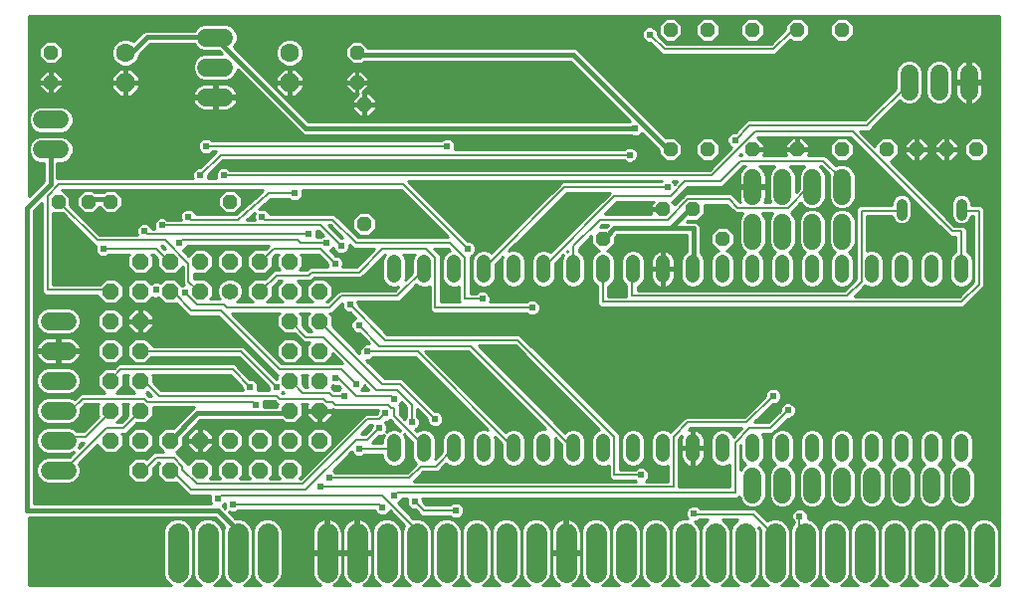
<source format=gbl>
G75*
%MOIN*%
%OFA0B0*%
%FSLAX24Y24*%
%IPPOS*%
%LPD*%
%AMOC8*
5,1,8,0,0,1.08239X$1,22.5*
%
%ADD10C,0.0360*%
%ADD11OC8,0.0480*%
%ADD12C,0.0480*%
%ADD13C,0.0600*%
%ADD14C,0.0550*%
%ADD15OC8,0.0550*%
%ADD16OC8,0.0630*%
%ADD17C,0.0630*%
%ADD18C,0.0700*%
%ADD19C,0.0080*%
%ADD20C,0.0100*%
%ADD21R,0.0356X0.0356*%
%ADD22C,0.0160*%
%ADD23C,0.0240*%
D10*
X029600Y012745D02*
X029600Y013105D01*
X031600Y013105D02*
X031600Y012745D01*
D11*
X031100Y014925D03*
X030100Y014925D03*
X029100Y014925D03*
X027600Y014925D03*
X026100Y014925D03*
X024600Y014925D03*
X023100Y014925D03*
X021850Y014925D03*
X021600Y012925D03*
X022600Y012925D03*
X023600Y011925D03*
X019600Y011925D03*
X011600Y012425D03*
X007100Y013175D03*
X003100Y013175D03*
X002350Y013175D03*
X001350Y013175D03*
X001100Y017175D03*
X001100Y018175D03*
X011350Y018175D03*
X011350Y017175D03*
X011600Y016425D03*
X021850Y018925D03*
X023100Y018925D03*
X024600Y018925D03*
X026100Y018925D03*
X027600Y018925D03*
X032100Y014925D03*
D12*
X031600Y011165D02*
X031600Y010685D01*
X030600Y010685D02*
X030600Y011165D01*
X029600Y011165D02*
X029600Y010685D01*
X028600Y010685D02*
X028600Y011165D01*
X027600Y011165D02*
X027600Y010685D01*
X026600Y010685D02*
X026600Y011165D01*
X025600Y011165D02*
X025600Y010685D01*
X024600Y010685D02*
X024600Y011165D01*
X023600Y011165D02*
X023600Y010685D01*
X022600Y010685D02*
X022600Y011165D01*
X021600Y011165D02*
X021600Y010685D01*
X020600Y010685D02*
X020600Y011165D01*
X019600Y011165D02*
X019600Y010685D01*
X018600Y010685D02*
X018600Y011165D01*
X017600Y011165D02*
X017600Y010685D01*
X016600Y010685D02*
X016600Y011165D01*
X015600Y011165D02*
X015600Y010685D01*
X014600Y010685D02*
X014600Y011165D01*
X013600Y011165D02*
X013600Y010685D01*
X012600Y010685D02*
X012600Y011165D01*
X012600Y005165D02*
X012600Y004685D01*
X013600Y004685D02*
X013600Y005165D01*
X014600Y005165D02*
X014600Y004685D01*
X015600Y004685D02*
X015600Y005165D01*
X016600Y005165D02*
X016600Y004685D01*
X017600Y004685D02*
X017600Y005165D01*
X018600Y005165D02*
X018600Y004685D01*
X019600Y004685D02*
X019600Y005165D01*
X020600Y005165D02*
X020600Y004685D01*
X021600Y004685D02*
X021600Y005165D01*
X022600Y005165D02*
X022600Y004685D01*
X023600Y004685D02*
X023600Y005165D01*
X024600Y005165D02*
X024600Y004685D01*
X025600Y004685D02*
X025600Y005165D01*
X026600Y005165D02*
X026600Y004685D01*
X027600Y004685D02*
X027600Y005165D01*
X028600Y005165D02*
X028600Y004685D01*
X029600Y004685D02*
X029600Y005165D01*
X030600Y005165D02*
X030600Y004685D01*
X031600Y004685D02*
X031600Y005165D01*
D13*
X031600Y003975D02*
X031600Y003375D01*
X030600Y003375D02*
X030600Y003975D01*
X029600Y003975D02*
X029600Y003375D01*
X028600Y003375D02*
X028600Y003975D01*
X027600Y003975D02*
X027600Y003375D01*
X026600Y003375D02*
X026600Y003975D01*
X025600Y003975D02*
X025600Y003375D01*
X024600Y003375D02*
X024600Y003975D01*
X024600Y011875D02*
X024600Y012475D01*
X025600Y012475D02*
X025600Y011875D01*
X026600Y011875D02*
X026600Y012475D01*
X027600Y012475D02*
X027600Y011875D01*
X027600Y013375D02*
X027600Y013975D01*
X026600Y013975D02*
X026600Y013375D01*
X025600Y013375D02*
X025600Y013975D01*
X024600Y013975D02*
X024600Y013375D01*
X029850Y016875D02*
X029850Y017475D01*
X030850Y017475D02*
X030850Y016875D01*
X031850Y016875D02*
X031850Y017475D01*
X006900Y017675D02*
X006300Y017675D01*
X006300Y016675D02*
X006900Y016675D01*
X006900Y018675D02*
X006300Y018675D01*
X001400Y015925D02*
X000800Y015925D01*
X000800Y014925D02*
X001400Y014925D01*
X001650Y009175D02*
X001050Y009175D01*
X001050Y008175D02*
X001650Y008175D01*
X001650Y007175D02*
X001050Y007175D01*
X001050Y006175D02*
X001650Y006175D01*
X001650Y005175D02*
X001050Y005175D01*
X001050Y004175D02*
X001650Y004175D01*
D14*
X007100Y010175D03*
D15*
X006100Y010175D03*
X005100Y010175D03*
X004100Y010175D03*
X003100Y010175D03*
X003100Y009175D03*
X004100Y009175D03*
X004100Y008175D03*
X003100Y008175D03*
X003100Y007175D03*
X004100Y007175D03*
X004100Y006175D03*
X003100Y006175D03*
X003100Y005175D03*
X004100Y005175D03*
X005100Y005175D03*
X006100Y005175D03*
X007100Y005175D03*
X008100Y005175D03*
X009100Y005175D03*
X010100Y005175D03*
X010100Y006175D03*
X009100Y006175D03*
X009100Y007175D03*
X010100Y007175D03*
X010100Y008175D03*
X009100Y008175D03*
X009100Y009175D03*
X010100Y009175D03*
X010100Y010175D03*
X009100Y010175D03*
X008100Y010175D03*
X008100Y011175D03*
X007100Y011175D03*
X006100Y011175D03*
X005100Y011175D03*
X004100Y011175D03*
X009100Y011175D03*
X009100Y004175D03*
X008100Y004175D03*
X007100Y004175D03*
X006100Y004175D03*
X005100Y004175D03*
X004100Y004175D03*
D16*
X003600Y017175D03*
X009100Y017175D03*
D17*
X009100Y018175D03*
X003600Y018175D03*
D18*
X005350Y002075D02*
X005350Y000775D01*
X006350Y000775D02*
X006350Y002075D01*
X007350Y002075D02*
X007350Y000775D01*
X008350Y000775D02*
X008350Y002075D01*
X010350Y002075D02*
X010350Y000775D01*
X011350Y000775D02*
X011350Y002075D01*
X012350Y002075D02*
X012350Y000775D01*
X013350Y000775D02*
X013350Y002075D01*
X014350Y002075D02*
X014350Y000775D01*
X015350Y000775D02*
X015350Y002075D01*
X016350Y002075D02*
X016350Y000775D01*
X017350Y000775D02*
X017350Y002075D01*
X018350Y002075D02*
X018350Y000775D01*
X019350Y000775D02*
X019350Y002075D01*
X020350Y002075D02*
X020350Y000775D01*
X021350Y000775D02*
X021350Y002075D01*
X022350Y002075D02*
X022350Y000775D01*
X023350Y000775D02*
X023350Y002075D01*
X024350Y002075D02*
X024350Y000775D01*
X025350Y000775D02*
X025350Y002075D01*
X026350Y002075D02*
X026350Y000775D01*
X027350Y000775D02*
X027350Y002075D01*
X028350Y002075D02*
X028350Y000775D01*
X029350Y000775D02*
X029350Y002075D01*
X030350Y002075D02*
X030350Y000775D01*
X031350Y000775D02*
X031350Y002075D01*
X032350Y002075D02*
X032350Y000775D01*
D19*
X026350Y001425D02*
X026281Y001455D01*
X026183Y001455D01*
X026183Y002636D01*
X025297Y002045D02*
X025297Y001455D01*
X025350Y001425D01*
X025297Y002045D02*
X024634Y002708D01*
X022738Y002708D01*
X022639Y002734D01*
X024017Y003423D02*
X012698Y003423D01*
X012600Y003325D01*
X012206Y003325D02*
X013289Y002242D01*
X013289Y001455D01*
X013350Y001425D01*
X013584Y002833D02*
X014667Y002833D01*
X013584Y002833D02*
X013289Y003128D01*
X013098Y003915D02*
X013486Y004304D01*
X013986Y004304D01*
X014569Y004900D01*
X014600Y004925D01*
X013600Y004925D02*
X013584Y004998D01*
X012600Y005982D01*
X012600Y006278D01*
X012502Y006278D01*
X012403Y006376D01*
X010631Y006376D01*
X010533Y006475D01*
X010336Y006475D01*
X010238Y006573D01*
X008761Y006573D01*
X008663Y006671D01*
X004726Y006671D01*
X004234Y007163D01*
X004135Y007163D01*
X004100Y007175D01*
X003446Y007557D02*
X003151Y007262D01*
X003100Y007175D01*
X003446Y007557D02*
X007187Y007557D01*
X007777Y006967D01*
X007876Y006475D02*
X004332Y006475D01*
X004234Y006573D01*
X002167Y006573D01*
X001773Y006179D01*
X001380Y006179D01*
X001350Y006175D01*
X002954Y005589D02*
X001576Y004211D01*
X001380Y004211D01*
X001350Y004175D01*
X001350Y005175D02*
X001380Y005195D01*
X001478Y005293D01*
X002265Y005293D01*
X003053Y006081D01*
X003100Y006175D01*
X002954Y005589D02*
X003545Y005589D01*
X004037Y006081D01*
X004100Y006175D01*
X004628Y004604D02*
X004234Y004211D01*
X004135Y004211D01*
X004100Y004175D01*
X004628Y004604D02*
X005218Y004604D01*
X005513Y004309D01*
X005513Y004211D01*
X006006Y003719D01*
X009549Y003719D01*
X011714Y005884D01*
X012108Y005884D01*
X012305Y006081D01*
X012108Y005589D02*
X011714Y005195D01*
X011320Y005195D01*
X009647Y003522D01*
X005809Y003522D01*
X005218Y004112D01*
X005120Y004112D01*
X005100Y004175D01*
X006694Y003226D02*
X006793Y003325D01*
X012206Y003325D01*
X012108Y003030D02*
X007187Y003030D01*
X010139Y003620D02*
X021950Y003620D01*
X021950Y005293D01*
X022443Y005786D01*
X024411Y005786D01*
X025297Y006671D01*
X025789Y006179D02*
X025198Y005589D01*
X024509Y005589D01*
X024017Y005097D01*
X024017Y003423D01*
X020868Y004014D02*
X019982Y004014D01*
X019982Y005293D01*
X016734Y008541D01*
X012305Y008541D01*
X011124Y009723D01*
X010828Y010018D02*
X010435Y009624D01*
X006990Y009624D01*
X006891Y009723D01*
X006006Y009723D01*
X005612Y010116D01*
X005218Y010116D02*
X005120Y010116D01*
X005100Y010175D01*
X005218Y010116D02*
X005809Y009526D01*
X006793Y009526D01*
X008761Y007557D01*
X010828Y007557D01*
X011320Y007065D01*
X011320Y006671D02*
X010730Y007262D01*
X010631Y007262D01*
X010435Y006770D02*
X010533Y006671D01*
X010927Y006671D01*
X010435Y006770D02*
X009549Y006770D01*
X009155Y007163D01*
X009100Y007175D01*
X008663Y006967D02*
X007482Y008148D01*
X004135Y008148D01*
X004100Y008175D01*
X003100Y010175D02*
X003053Y010215D01*
X000986Y010215D01*
X000986Y013364D01*
X001380Y013758D01*
X012895Y013758D01*
X015061Y011593D01*
X014962Y011297D02*
X014962Y009919D01*
X015553Y009919D01*
X013978Y009624D02*
X017226Y009624D01*
X015159Y008345D02*
X012108Y008345D01*
X011419Y009034D01*
X011714Y008148D02*
X013387Y008148D01*
X016537Y004998D01*
X016600Y004925D01*
X018506Y004998D02*
X018600Y004925D01*
X018506Y004998D02*
X015159Y008345D01*
X013978Y009624D02*
X013978Y011297D01*
X013683Y011593D01*
X012206Y011593D01*
X011419Y010805D01*
X009844Y010805D01*
X009746Y010707D01*
X008663Y010707D01*
X008171Y010215D01*
X008100Y010175D01*
X008100Y011175D02*
X008171Y011199D01*
X008565Y011593D01*
X010139Y011593D01*
X010631Y011100D01*
X010828Y011691D02*
X010139Y012380D01*
X004824Y012380D01*
X004332Y012085D02*
X004234Y012183D01*
X004332Y012085D02*
X009746Y012085D01*
X009450Y011789D02*
X009352Y011888D01*
X005513Y011888D01*
X005415Y011789D01*
X004923Y011888D02*
X005710Y011100D01*
X005710Y010510D01*
X006006Y010215D01*
X006100Y010175D01*
X005100Y011175D02*
X005021Y011199D01*
X004628Y011593D01*
X002856Y011593D01*
X002659Y011888D02*
X004923Y011888D01*
X005710Y012675D02*
X005809Y012577D01*
X007383Y012577D01*
X008350Y013425D01*
X008350Y013463D01*
X009269Y013463D01*
X008269Y012577D02*
X010533Y012577D01*
X011320Y011789D01*
X014470Y011789D01*
X014962Y011297D01*
X015600Y010925D02*
X015651Y011002D01*
X018309Y013660D01*
X021754Y013660D01*
X021852Y013364D02*
X022344Y013856D01*
X023525Y013856D01*
X024214Y014545D01*
X026970Y014545D01*
X027561Y013955D01*
X027561Y013758D01*
X027600Y013675D01*
X026600Y013675D02*
X026576Y013660D01*
X026478Y013660D01*
X025789Y012971D01*
X024116Y012971D01*
X023820Y013266D01*
X022443Y013266D01*
X021754Y012577D01*
X019490Y012577D01*
X018604Y011691D01*
X018604Y011002D01*
X018600Y010925D01*
X017620Y011002D02*
X017600Y010925D01*
X017620Y011002D02*
X019982Y013364D01*
X021852Y013364D01*
X023230Y014053D02*
X006891Y014053D01*
X006793Y014742D02*
X006104Y014053D01*
X006793Y014742D02*
X020490Y014742D01*
X023230Y014053D02*
X024706Y015530D01*
X027954Y015530D01*
X031301Y012183D01*
X031596Y012183D01*
X031596Y011002D01*
X031600Y010925D01*
X032187Y010412D02*
X032187Y012872D01*
X031694Y012872D01*
X031600Y012925D01*
X029600Y012925D02*
X029529Y012872D01*
X028250Y012872D01*
X028250Y010510D01*
X027757Y010018D01*
X020572Y010018D01*
X020572Y010904D01*
X020600Y010925D01*
X019600Y010925D02*
X019588Y010904D01*
X019588Y009821D01*
X031596Y009821D01*
X032187Y010412D01*
X024509Y015726D02*
X024017Y015234D01*
X024509Y015726D02*
X028446Y015726D01*
X029824Y017104D01*
X029850Y017175D01*
X026084Y018876D02*
X026100Y018925D01*
X026084Y018876D02*
X025887Y018876D01*
X025297Y018286D01*
X021655Y018286D01*
X021163Y018778D01*
X014372Y015038D02*
X006301Y015038D01*
X008171Y012675D02*
X008269Y012577D01*
X009450Y011789D02*
X010336Y011789D01*
X012698Y010018D02*
X013584Y010904D01*
X013600Y010925D01*
X012698Y010018D02*
X010828Y010018D01*
X010100Y009175D02*
X010139Y009132D01*
X012206Y007065D01*
X012797Y007065D01*
X013978Y005884D01*
X013191Y005786D02*
X013191Y006376D01*
X012698Y006868D01*
X012009Y006868D01*
X010238Y008640D01*
X009647Y008640D01*
X009155Y009132D01*
X009100Y009175D01*
X011320Y006671D02*
X012502Y006671D01*
X012600Y006573D01*
X012600Y004925D02*
X012600Y004900D01*
X011419Y004900D01*
X010435Y003915D02*
X013098Y003915D01*
X012108Y003030D02*
X012206Y002931D01*
X007974Y006376D02*
X007876Y006475D01*
X002659Y011888D02*
X001380Y013167D01*
X001350Y013175D01*
D20*
X000350Y002603D02*
X000350Y000325D01*
X005130Y000325D01*
X005067Y000351D01*
X004926Y000492D01*
X004850Y000676D01*
X004850Y002175D01*
X004926Y002359D01*
X005067Y002499D01*
X005251Y002575D01*
X005449Y002575D01*
X005633Y002499D01*
X005774Y002359D01*
X005850Y002175D01*
X005850Y000676D01*
X005774Y000492D01*
X005633Y000351D01*
X005570Y000325D01*
X006130Y000325D01*
X006067Y000351D01*
X005926Y000492D01*
X005850Y000676D01*
X005850Y002175D01*
X005926Y002359D01*
X006067Y002499D01*
X006251Y002575D01*
X006449Y002575D01*
X006633Y002499D01*
X006774Y002359D01*
X006850Y002175D01*
X006902Y002300D01*
X006599Y002603D01*
X000350Y002603D01*
X000350Y002539D02*
X005164Y002539D01*
X005008Y002441D02*
X000350Y002441D01*
X000350Y002342D02*
X004919Y002342D01*
X004879Y002244D02*
X000350Y002244D01*
X000350Y002145D02*
X004850Y002145D01*
X004850Y002047D02*
X000350Y002047D01*
X000350Y001948D02*
X004850Y001948D01*
X004850Y001850D02*
X000350Y001850D01*
X000350Y001751D02*
X004850Y001751D01*
X004850Y001653D02*
X000350Y001653D01*
X000350Y001554D02*
X004850Y001554D01*
X004850Y001456D02*
X000350Y001456D01*
X000350Y001357D02*
X004850Y001357D01*
X004850Y001259D02*
X000350Y001259D01*
X000350Y001160D02*
X004850Y001160D01*
X004850Y001062D02*
X000350Y001062D01*
X000350Y000963D02*
X004850Y000963D01*
X004850Y000865D02*
X000350Y000865D01*
X000350Y000766D02*
X004850Y000766D01*
X004853Y000668D02*
X000350Y000668D01*
X000350Y000569D02*
X004894Y000569D01*
X004947Y000471D02*
X000350Y000471D01*
X000350Y000372D02*
X005046Y000372D01*
X005654Y000372D02*
X006046Y000372D01*
X005947Y000471D02*
X005753Y000471D01*
X005806Y000569D02*
X005894Y000569D01*
X005853Y000668D02*
X005847Y000668D01*
X005850Y000766D02*
X005850Y000766D01*
X005850Y000865D02*
X005850Y000865D01*
X005850Y000963D02*
X005850Y000963D01*
X005850Y001062D02*
X005850Y001062D01*
X005850Y001160D02*
X005850Y001160D01*
X005850Y001259D02*
X005850Y001259D01*
X005850Y001357D02*
X005850Y001357D01*
X005850Y001456D02*
X005850Y001456D01*
X005850Y001554D02*
X005850Y001554D01*
X005850Y001653D02*
X005850Y001653D01*
X005850Y001751D02*
X005850Y001751D01*
X005850Y001850D02*
X005850Y001850D01*
X005850Y001948D02*
X005850Y001948D01*
X005850Y002047D02*
X005850Y002047D01*
X005850Y002145D02*
X005850Y002145D01*
X005821Y002244D02*
X005879Y002244D01*
X005919Y002342D02*
X005781Y002342D01*
X005692Y002441D02*
X006008Y002441D01*
X006164Y002539D02*
X005536Y002539D01*
X006536Y002539D02*
X006663Y002539D01*
X006692Y002441D02*
X006761Y002441D01*
X006781Y002342D02*
X006860Y002342D01*
X006879Y002244D02*
X006821Y002244D01*
X006850Y002175D02*
X006850Y000676D01*
X006774Y000492D01*
X006633Y000351D01*
X006570Y000325D01*
X007130Y000325D01*
X007067Y000351D01*
X006926Y000492D01*
X006850Y000676D01*
X006850Y002175D01*
X006850Y002145D02*
X006850Y002145D01*
X006850Y002047D02*
X006850Y002047D01*
X006850Y001948D02*
X006850Y001948D01*
X006850Y001850D02*
X006850Y001850D01*
X006850Y001751D02*
X006850Y001751D01*
X006850Y001653D02*
X006850Y001653D01*
X006850Y001554D02*
X006850Y001554D01*
X006850Y001456D02*
X006850Y001456D01*
X006850Y001357D02*
X006850Y001357D01*
X006850Y001259D02*
X006850Y001259D01*
X006850Y001160D02*
X006850Y001160D01*
X006850Y001062D02*
X006850Y001062D01*
X006850Y000963D02*
X006850Y000963D01*
X006850Y000865D02*
X006850Y000865D01*
X006850Y000766D02*
X006850Y000766D01*
X006847Y000668D02*
X006853Y000668D01*
X006894Y000569D02*
X006806Y000569D01*
X006753Y000471D02*
X006947Y000471D01*
X007046Y000372D02*
X006654Y000372D01*
X007570Y000325D02*
X007633Y000351D01*
X007774Y000492D01*
X007850Y000676D01*
X007850Y002175D01*
X007774Y002359D01*
X007633Y002499D01*
X007449Y002575D01*
X007277Y002575D01*
X007065Y002788D01*
X007133Y002760D01*
X007240Y002760D01*
X007340Y002801D01*
X007378Y002840D01*
X011952Y002840D01*
X011977Y002778D01*
X012053Y002702D01*
X012153Y002661D01*
X012260Y002661D01*
X012359Y002702D01*
X012435Y002778D01*
X012450Y002813D01*
X012920Y002343D01*
X012850Y002175D01*
X012774Y002359D01*
X012633Y002499D01*
X012449Y002575D01*
X012251Y002575D01*
X012067Y002499D01*
X011926Y002359D01*
X011850Y002175D01*
X011850Y000676D01*
X011926Y000492D01*
X012067Y000351D01*
X012130Y000325D01*
X011568Y000325D01*
X011612Y000348D01*
X011676Y000394D01*
X011731Y000450D01*
X011778Y000513D01*
X011813Y000583D01*
X011838Y000658D01*
X011850Y000736D01*
X011850Y001375D01*
X011400Y001375D01*
X011400Y001475D01*
X011850Y001475D01*
X011850Y002115D01*
X011838Y002192D01*
X011813Y002267D01*
X011778Y002337D01*
X011731Y002401D01*
X011676Y002457D01*
X011612Y002503D01*
X011542Y002539D01*
X011467Y002563D01*
X011400Y002574D01*
X011400Y001475D01*
X011300Y001475D01*
X011300Y001375D01*
X010850Y001375D01*
X010400Y001375D01*
X010400Y001475D01*
X010850Y001475D01*
X010850Y002115D01*
X010838Y002192D01*
X010813Y002267D01*
X010778Y002337D01*
X010731Y002401D01*
X010676Y002457D01*
X010612Y002503D01*
X010542Y002539D01*
X010467Y002563D01*
X010400Y002574D01*
X010400Y001475D01*
X010300Y001475D01*
X010300Y001375D01*
X009850Y001375D01*
X009850Y000736D01*
X009862Y000658D01*
X009887Y000583D01*
X009922Y000513D01*
X009969Y000450D01*
X010024Y000394D01*
X010088Y000348D01*
X010132Y000325D01*
X008570Y000325D01*
X008633Y000351D01*
X008774Y000492D01*
X008850Y000676D01*
X008850Y002175D01*
X008774Y002359D01*
X008633Y002499D01*
X008449Y002575D01*
X008251Y002575D01*
X008067Y002499D01*
X007926Y002359D01*
X007850Y002175D01*
X007850Y000676D01*
X007926Y000492D01*
X008067Y000351D01*
X008130Y000325D01*
X007570Y000325D01*
X007654Y000372D02*
X008046Y000372D01*
X007947Y000471D02*
X007753Y000471D01*
X007806Y000569D02*
X007894Y000569D01*
X007853Y000668D02*
X007847Y000668D01*
X007850Y000766D02*
X007850Y000766D01*
X007850Y000865D02*
X007850Y000865D01*
X007850Y000963D02*
X007850Y000963D01*
X007850Y001062D02*
X007850Y001062D01*
X007850Y001160D02*
X007850Y001160D01*
X007850Y001259D02*
X007850Y001259D01*
X007850Y001357D02*
X007850Y001357D01*
X007850Y001456D02*
X007850Y001456D01*
X007850Y001554D02*
X007850Y001554D01*
X007850Y001653D02*
X007850Y001653D01*
X007850Y001751D02*
X007850Y001751D01*
X007850Y001850D02*
X007850Y001850D01*
X007850Y001948D02*
X007850Y001948D01*
X007850Y002047D02*
X007850Y002047D01*
X007850Y002145D02*
X007850Y002145D01*
X007821Y002244D02*
X007879Y002244D01*
X007919Y002342D02*
X007781Y002342D01*
X007692Y002441D02*
X008008Y002441D01*
X008164Y002539D02*
X007536Y002539D01*
X007215Y002638D02*
X012625Y002638D01*
X012536Y002539D02*
X012723Y002539D01*
X012692Y002441D02*
X012822Y002441D01*
X012781Y002342D02*
X012919Y002342D01*
X012879Y002244D02*
X012821Y002244D01*
X012850Y002175D02*
X012850Y000676D01*
X012774Y000492D01*
X012633Y000351D01*
X012570Y000325D01*
X013130Y000325D01*
X013067Y000351D01*
X012926Y000492D01*
X012850Y000676D01*
X012850Y002175D01*
X012850Y002145D02*
X012850Y002145D01*
X012850Y002047D02*
X012850Y002047D01*
X012850Y001948D02*
X012850Y001948D01*
X012850Y001850D02*
X012850Y001850D01*
X012850Y001751D02*
X012850Y001751D01*
X012850Y001653D02*
X012850Y001653D01*
X012850Y001554D02*
X012850Y001554D01*
X012850Y001456D02*
X012850Y001456D01*
X012850Y001357D02*
X012850Y001357D01*
X012850Y001259D02*
X012850Y001259D01*
X012850Y001160D02*
X012850Y001160D01*
X012850Y001062D02*
X012850Y001062D01*
X012850Y000963D02*
X012850Y000963D01*
X012850Y000865D02*
X012850Y000865D01*
X012850Y000766D02*
X012850Y000766D01*
X012847Y000668D02*
X012853Y000668D01*
X012894Y000569D02*
X012806Y000569D01*
X012753Y000471D02*
X012947Y000471D01*
X013046Y000372D02*
X012654Y000372D01*
X012046Y000372D02*
X011646Y000372D01*
X011747Y000471D02*
X011947Y000471D01*
X011894Y000569D02*
X011806Y000569D01*
X011839Y000668D02*
X011853Y000668D01*
X011850Y000766D02*
X011850Y000766D01*
X011850Y000865D02*
X011850Y000865D01*
X011850Y000963D02*
X011850Y000963D01*
X011850Y001062D02*
X011850Y001062D01*
X011850Y001160D02*
X011850Y001160D01*
X011850Y001259D02*
X011850Y001259D01*
X011850Y001357D02*
X011850Y001357D01*
X011850Y001456D02*
X011400Y001456D01*
X011400Y001554D02*
X011300Y001554D01*
X011300Y001475D02*
X011300Y002574D01*
X011233Y002563D01*
X011158Y002539D01*
X011088Y002503D01*
X011024Y002457D01*
X010969Y002401D01*
X010922Y002337D01*
X010887Y002267D01*
X010862Y002192D01*
X010850Y002115D01*
X010850Y001475D01*
X011300Y001475D01*
X011300Y001456D02*
X010400Y001456D01*
X010400Y001554D02*
X010300Y001554D01*
X010300Y001475D02*
X010300Y002574D01*
X010233Y002563D01*
X010158Y002539D01*
X010088Y002503D01*
X010024Y002457D01*
X009969Y002401D01*
X009922Y002337D01*
X009887Y002267D01*
X009862Y002192D01*
X009850Y002115D01*
X009850Y001475D01*
X010300Y001475D01*
X010300Y001456D02*
X008850Y001456D01*
X008850Y001554D02*
X009850Y001554D01*
X009850Y001653D02*
X008850Y001653D01*
X008850Y001751D02*
X009850Y001751D01*
X009850Y001850D02*
X008850Y001850D01*
X008850Y001948D02*
X009850Y001948D01*
X009850Y002047D02*
X008850Y002047D01*
X008850Y002145D02*
X009855Y002145D01*
X009879Y002244D02*
X008821Y002244D01*
X008781Y002342D02*
X009926Y002342D01*
X010008Y002441D02*
X008692Y002441D01*
X008536Y002539D02*
X010160Y002539D01*
X010300Y002539D02*
X010400Y002539D01*
X010400Y002441D02*
X010300Y002441D01*
X010300Y002342D02*
X010400Y002342D01*
X010400Y002244D02*
X010300Y002244D01*
X010300Y002145D02*
X010400Y002145D01*
X010400Y002047D02*
X010300Y002047D01*
X010300Y001948D02*
X010400Y001948D01*
X010400Y001850D02*
X010300Y001850D01*
X010300Y001751D02*
X010400Y001751D01*
X010400Y001653D02*
X010300Y001653D01*
X010850Y001653D02*
X010850Y001653D01*
X010850Y001751D02*
X010850Y001751D01*
X010850Y001850D02*
X010850Y001850D01*
X010850Y001948D02*
X010850Y001948D01*
X010850Y002047D02*
X010850Y002047D01*
X010845Y002145D02*
X010855Y002145D01*
X010879Y002244D02*
X010821Y002244D01*
X010774Y002342D02*
X010926Y002342D01*
X011008Y002441D02*
X010692Y002441D01*
X010540Y002539D02*
X011160Y002539D01*
X011300Y002539D02*
X011400Y002539D01*
X011400Y002441D02*
X011300Y002441D01*
X011300Y002342D02*
X011400Y002342D01*
X011400Y002244D02*
X011300Y002244D01*
X011300Y002145D02*
X011400Y002145D01*
X011400Y002047D02*
X011300Y002047D01*
X011300Y001948D02*
X011400Y001948D01*
X011400Y001850D02*
X011300Y001850D01*
X011300Y001751D02*
X011400Y001751D01*
X011400Y001653D02*
X011300Y001653D01*
X011850Y001653D02*
X011850Y001653D01*
X011850Y001751D02*
X011850Y001751D01*
X011850Y001850D02*
X011850Y001850D01*
X011850Y001948D02*
X011850Y001948D01*
X011850Y002047D02*
X011850Y002047D01*
X011845Y002145D02*
X011850Y002145D01*
X011821Y002244D02*
X011879Y002244D01*
X011919Y002342D02*
X011774Y002342D01*
X011692Y002441D02*
X012008Y002441D01*
X012164Y002539D02*
X011540Y002539D01*
X011954Y002835D02*
X007374Y002835D01*
X007116Y002736D02*
X012019Y002736D01*
X012393Y002736D02*
X012526Y002736D01*
X012867Y002933D02*
X013102Y002933D01*
X013136Y002899D02*
X013235Y002858D01*
X013290Y002858D01*
X013394Y002754D01*
X013506Y002643D01*
X014475Y002643D01*
X014514Y002604D01*
X014613Y002563D01*
X014721Y002563D01*
X014820Y002604D01*
X014896Y002680D01*
X014937Y002779D01*
X014937Y002886D01*
X014896Y002986D01*
X014820Y003062D01*
X014721Y003103D01*
X014613Y003103D01*
X014514Y003062D01*
X014475Y003023D01*
X013663Y003023D01*
X013559Y003127D01*
X013559Y003182D01*
X013538Y003233D01*
X024096Y003233D01*
X024150Y003287D01*
X024150Y003286D01*
X024219Y003120D01*
X024345Y002994D01*
X024510Y002925D01*
X024690Y002925D01*
X024855Y002994D01*
X024981Y003120D01*
X025050Y003286D01*
X025050Y004065D01*
X024981Y004230D01*
X024855Y004357D01*
X024832Y004366D01*
X024931Y004464D01*
X024990Y004608D01*
X025210Y004608D01*
X025269Y004464D01*
X025368Y004366D01*
X025345Y004357D01*
X025219Y004230D01*
X025150Y004065D01*
X025150Y003286D01*
X025219Y003120D01*
X025345Y002994D01*
X025510Y002925D01*
X025690Y002925D01*
X025855Y002994D01*
X025981Y003120D01*
X026050Y003286D01*
X026050Y004065D01*
X025981Y004230D01*
X025855Y004357D01*
X025832Y004366D01*
X025931Y004464D01*
X025990Y004608D01*
X026210Y004608D01*
X026269Y004464D01*
X026368Y004366D01*
X026345Y004357D01*
X026219Y004230D01*
X026150Y004065D01*
X026150Y003286D01*
X026219Y003120D01*
X026345Y002994D01*
X026510Y002925D01*
X026690Y002925D01*
X026855Y002994D01*
X026981Y003120D01*
X027050Y003286D01*
X027050Y004065D01*
X026981Y004230D01*
X026855Y004357D01*
X026832Y004366D01*
X026931Y004464D01*
X026990Y004608D01*
X027210Y004608D01*
X027269Y004464D01*
X027368Y004366D01*
X027345Y004357D01*
X027219Y004230D01*
X027150Y004065D01*
X027150Y003286D01*
X027219Y003120D01*
X027345Y002994D01*
X027510Y002925D01*
X027690Y002925D01*
X027855Y002994D01*
X027981Y003120D01*
X028050Y003286D01*
X028050Y004065D01*
X027981Y004230D01*
X027855Y004357D01*
X027832Y004366D01*
X027931Y004464D01*
X027990Y004608D01*
X028210Y004608D01*
X028269Y004464D01*
X028368Y004366D01*
X028345Y004357D01*
X028219Y004230D01*
X028150Y004065D01*
X028150Y003286D01*
X028219Y003120D01*
X028345Y002994D01*
X028510Y002925D01*
X028690Y002925D01*
X028855Y002994D01*
X028981Y003120D01*
X029050Y003286D01*
X029050Y004065D01*
X028981Y004230D01*
X028855Y004357D01*
X028832Y004366D01*
X028931Y004464D01*
X028990Y004608D01*
X029210Y004608D01*
X029269Y004464D01*
X029368Y004366D01*
X029345Y004357D01*
X029219Y004230D01*
X029150Y004065D01*
X029150Y003286D01*
X029219Y003120D01*
X029345Y002994D01*
X029510Y002925D01*
X029690Y002925D01*
X029855Y002994D01*
X029981Y003120D01*
X030050Y003286D01*
X030050Y004065D01*
X029981Y004230D01*
X029855Y004357D01*
X029832Y004366D01*
X029931Y004464D01*
X029990Y004608D01*
X030210Y004608D01*
X030269Y004464D01*
X030368Y004366D01*
X030345Y004357D01*
X030219Y004230D01*
X030150Y004065D01*
X030150Y003286D01*
X030219Y003120D01*
X030345Y002994D01*
X030510Y002925D01*
X030690Y002925D01*
X030855Y002994D01*
X030981Y003120D01*
X031050Y003286D01*
X031050Y004065D01*
X030981Y004230D01*
X030855Y004357D01*
X030832Y004366D01*
X030931Y004464D01*
X030990Y004608D01*
X031210Y004608D01*
X031269Y004464D01*
X031368Y004366D01*
X031345Y004357D01*
X031219Y004230D01*
X031150Y004065D01*
X031150Y003286D01*
X031219Y003120D01*
X031345Y002994D01*
X031510Y002925D01*
X031690Y002925D01*
X031855Y002994D01*
X031981Y003120D01*
X032050Y003286D01*
X032050Y004065D01*
X031981Y004230D01*
X031855Y004357D01*
X031832Y004366D01*
X031931Y004464D01*
X031990Y004608D01*
X032850Y004608D01*
X032850Y004706D02*
X031990Y004706D01*
X031990Y004608D02*
X031990Y005243D01*
X031931Y005386D01*
X031821Y005496D01*
X031678Y005555D01*
X031522Y005555D01*
X031379Y005496D01*
X031269Y005386D01*
X031210Y005243D01*
X031210Y004608D01*
X031210Y004706D02*
X030990Y004706D01*
X030990Y004608D02*
X030990Y005243D01*
X030931Y005386D01*
X030821Y005496D01*
X030678Y005555D01*
X030522Y005555D01*
X030379Y005496D01*
X030269Y005386D01*
X030210Y005243D01*
X030210Y004608D01*
X030210Y004706D02*
X029990Y004706D01*
X029990Y004608D02*
X029990Y005243D01*
X029931Y005386D01*
X029821Y005496D01*
X029678Y005555D01*
X029522Y005555D01*
X029379Y005496D01*
X029269Y005386D01*
X029210Y005243D01*
X029210Y004608D01*
X029210Y004706D02*
X028990Y004706D01*
X028990Y004608D02*
X028990Y005243D01*
X028931Y005386D01*
X028821Y005496D01*
X028678Y005555D01*
X028522Y005555D01*
X028379Y005496D01*
X028269Y005386D01*
X028210Y005243D01*
X028210Y004608D01*
X028210Y004706D02*
X027990Y004706D01*
X027990Y004608D02*
X027990Y005243D01*
X027931Y005386D01*
X027821Y005496D01*
X027678Y005555D01*
X027522Y005555D01*
X027379Y005496D01*
X027269Y005386D01*
X027210Y005243D01*
X027210Y004608D01*
X027210Y004706D02*
X026990Y004706D01*
X026990Y004608D02*
X026990Y005243D01*
X026931Y005386D01*
X026821Y005496D01*
X026678Y005555D01*
X026522Y005555D01*
X026379Y005496D01*
X026269Y005386D01*
X026210Y005243D01*
X026210Y004608D01*
X026210Y004706D02*
X025990Y004706D01*
X025990Y004608D02*
X025990Y005243D01*
X025931Y005386D01*
X025821Y005496D01*
X025678Y005555D01*
X025522Y005555D01*
X025379Y005496D01*
X025269Y005386D01*
X025210Y005243D01*
X025210Y004608D01*
X025210Y004706D02*
X024990Y004706D01*
X024990Y004608D02*
X024990Y005243D01*
X024931Y005386D01*
X024918Y005399D01*
X025277Y005399D01*
X025388Y005510D01*
X025788Y005909D01*
X025843Y005909D01*
X025942Y005950D01*
X026018Y006026D01*
X026059Y006126D01*
X026059Y006233D01*
X026018Y006332D01*
X025942Y006408D01*
X025843Y006449D01*
X025735Y006449D01*
X025636Y006408D01*
X025560Y006332D01*
X025519Y006233D01*
X025519Y006178D01*
X025120Y005779D01*
X024673Y005779D01*
X025296Y006401D01*
X025351Y006401D01*
X025450Y006442D01*
X025526Y006518D01*
X025567Y006618D01*
X025567Y006725D01*
X025526Y006824D01*
X025450Y006900D01*
X025351Y006941D01*
X025243Y006941D01*
X025144Y006900D01*
X025068Y006824D01*
X025027Y006725D01*
X025027Y006670D01*
X024332Y005976D01*
X022364Y005976D01*
X021872Y005483D01*
X021853Y005464D01*
X021821Y005496D01*
X021678Y005555D01*
X021522Y005555D01*
X021379Y005496D01*
X021269Y005386D01*
X021210Y005243D01*
X021210Y004608D01*
X020990Y004608D01*
X020931Y004464D01*
X020821Y004355D01*
X020678Y004295D01*
X020522Y004295D01*
X020379Y004355D01*
X020269Y004464D01*
X020210Y004608D01*
X020172Y004608D01*
X020210Y004608D02*
X020210Y005243D01*
X020269Y005386D01*
X020379Y005496D01*
X020522Y005555D01*
X020678Y005555D01*
X020821Y005496D01*
X020931Y005386D01*
X020990Y005243D01*
X020990Y004608D01*
X020990Y004706D02*
X021210Y004706D01*
X021210Y004608D02*
X021269Y004464D01*
X021379Y004355D01*
X021522Y004295D01*
X021678Y004295D01*
X021760Y004330D01*
X021760Y003810D01*
X021046Y003810D01*
X021097Y003861D01*
X021138Y003960D01*
X021138Y004068D01*
X021097Y004167D01*
X021021Y004243D01*
X020921Y004284D01*
X020814Y004284D01*
X020715Y004243D01*
X020676Y004204D01*
X020172Y004204D01*
X020172Y005372D01*
X020061Y005483D01*
X016813Y008731D01*
X012383Y008731D01*
X011394Y009721D01*
X011394Y009776D01*
X011372Y009828D01*
X012777Y009828D01*
X012888Y009939D01*
X013342Y010392D01*
X013379Y010355D01*
X013522Y010295D01*
X013678Y010295D01*
X013788Y010341D01*
X013788Y009545D01*
X013899Y009434D01*
X017034Y009434D01*
X017073Y009395D01*
X017172Y009354D01*
X017280Y009354D01*
X017379Y009395D01*
X017455Y009471D01*
X017496Y009570D01*
X017496Y009678D01*
X017455Y009777D01*
X017379Y009853D01*
X017280Y009894D01*
X017172Y009894D01*
X017073Y009853D01*
X017034Y009814D01*
X015801Y009814D01*
X015823Y009866D01*
X015823Y009973D01*
X015782Y010072D01*
X015706Y010148D01*
X015606Y010189D01*
X015499Y010189D01*
X015400Y010148D01*
X015361Y010109D01*
X015152Y010109D01*
X015152Y011338D01*
X015214Y011364D01*
X015290Y011440D01*
X015331Y011539D01*
X015331Y011646D01*
X015290Y011746D01*
X015214Y011822D01*
X015114Y011863D01*
X015059Y011863D01*
X013085Y013837D01*
X013059Y013863D01*
X021575Y013863D01*
X021562Y013850D01*
X018230Y013850D01*
X018119Y013738D01*
X015849Y011468D01*
X015821Y011496D01*
X015678Y011555D01*
X015522Y011555D01*
X015379Y011496D01*
X015269Y011386D01*
X015210Y011243D01*
X015210Y010608D01*
X015269Y010464D01*
X015379Y010355D01*
X015522Y010295D01*
X015678Y010295D01*
X015821Y010355D01*
X015931Y010464D01*
X015990Y010608D01*
X015990Y011072D01*
X016245Y011327D01*
X016210Y011243D01*
X016210Y010608D01*
X016269Y010464D01*
X016379Y010355D01*
X016522Y010295D01*
X016678Y010295D01*
X016821Y010355D01*
X016931Y010464D01*
X016990Y010608D01*
X016990Y011243D01*
X016931Y011386D01*
X016821Y011496D01*
X016678Y011555D01*
X016522Y011555D01*
X016438Y011520D01*
X018387Y013470D01*
X019818Y013470D01*
X019792Y013443D01*
X017833Y011484D01*
X017821Y011496D01*
X017678Y011555D01*
X017522Y011555D01*
X017379Y011496D01*
X017269Y011386D01*
X017210Y011243D01*
X017210Y010608D01*
X017269Y010464D01*
X017379Y010355D01*
X017522Y010295D01*
X017678Y010295D01*
X017821Y010355D01*
X017931Y010464D01*
X017990Y010608D01*
X017990Y011104D01*
X018267Y011381D01*
X018210Y011243D01*
X018210Y010608D01*
X018269Y010464D01*
X018379Y010355D01*
X018522Y010295D01*
X018678Y010295D01*
X018821Y010355D01*
X018931Y010464D01*
X018990Y010608D01*
X018990Y011243D01*
X018931Y011386D01*
X018821Y011496D01*
X018794Y011507D01*
X018794Y011612D01*
X019210Y012028D01*
X019210Y011764D01*
X019438Y011535D01*
X019474Y011535D01*
X019379Y011496D01*
X019269Y011386D01*
X019210Y011243D01*
X019210Y010608D01*
X019269Y010464D01*
X019379Y010355D01*
X019398Y010347D01*
X019398Y009742D01*
X019509Y009631D01*
X017496Y009631D01*
X017480Y009533D02*
X032850Y009533D01*
X032850Y009631D02*
X031675Y009631D01*
X032265Y010222D01*
X032377Y010333D01*
X032377Y012951D01*
X032265Y013062D01*
X031930Y013062D01*
X031930Y013171D01*
X031880Y013292D01*
X031787Y013385D01*
X031666Y013435D01*
X031534Y013435D01*
X031413Y013385D01*
X031320Y013292D01*
X031270Y013171D01*
X031270Y012680D01*
X031320Y012558D01*
X031413Y012466D01*
X031534Y012415D01*
X031666Y012415D01*
X031787Y012466D01*
X031880Y012558D01*
X031930Y012680D01*
X031930Y012682D01*
X031997Y012682D01*
X031997Y010490D01*
X031517Y010011D01*
X028019Y010011D01*
X028328Y010320D01*
X028371Y010363D01*
X028379Y010355D01*
X028522Y010295D01*
X028678Y010295D01*
X028821Y010355D01*
X028931Y010464D01*
X028990Y010608D01*
X028990Y011243D01*
X028931Y011386D01*
X028821Y011496D01*
X028678Y011555D01*
X028522Y011555D01*
X028440Y011521D01*
X028440Y012682D01*
X029270Y012682D01*
X029270Y012680D01*
X029320Y012558D01*
X029413Y012466D01*
X029534Y012415D01*
X029666Y012415D01*
X029787Y012466D01*
X029880Y012558D01*
X029930Y012680D01*
X029930Y013171D01*
X029880Y013292D01*
X029787Y013385D01*
X029666Y013435D01*
X029534Y013435D01*
X029413Y013385D01*
X029320Y013292D01*
X029270Y013171D01*
X029270Y013062D01*
X028171Y013062D01*
X028060Y012951D01*
X028060Y010589D01*
X027679Y010208D01*
X020762Y010208D01*
X020762Y010330D01*
X020821Y010355D01*
X020931Y010464D01*
X020990Y010608D01*
X020990Y011243D01*
X020931Y011386D01*
X020821Y011496D01*
X020678Y011555D01*
X020522Y011555D01*
X020379Y011496D01*
X020269Y011386D01*
X020210Y011243D01*
X020210Y010608D01*
X020269Y010464D01*
X020379Y010355D01*
X020382Y010353D01*
X020382Y010011D01*
X019778Y010011D01*
X019778Y010337D01*
X019821Y010355D01*
X019931Y010464D01*
X019990Y010608D01*
X019990Y011243D01*
X019931Y011386D01*
X019821Y011496D01*
X019726Y011535D01*
X019762Y011535D01*
X019990Y011764D01*
X019990Y011964D01*
X020077Y012052D01*
X022409Y012052D01*
X022409Y011508D01*
X022379Y011496D01*
X022269Y011386D01*
X022210Y011243D01*
X022210Y010608D01*
X022269Y010464D01*
X022379Y010355D01*
X022522Y010295D01*
X022678Y010295D01*
X022821Y010355D01*
X022931Y010464D01*
X022990Y010608D01*
X022990Y011243D01*
X022931Y011386D01*
X022869Y011447D01*
X022869Y012377D01*
X022735Y012512D01*
X022407Y012512D01*
X022435Y012539D01*
X022438Y012535D01*
X022762Y012535D01*
X022990Y012764D01*
X022990Y013076D01*
X023742Y013076D01*
X023926Y012892D01*
X024037Y012781D01*
X024269Y012781D01*
X024219Y012730D01*
X024150Y012565D01*
X024150Y011786D01*
X024219Y011620D01*
X024345Y011494D01*
X024368Y011484D01*
X024269Y011386D01*
X024210Y011243D01*
X024210Y010608D01*
X024269Y010464D01*
X024379Y010355D01*
X024522Y010295D01*
X024678Y010295D01*
X024821Y010355D01*
X024931Y010464D01*
X024990Y010608D01*
X024990Y011243D01*
X024931Y011386D01*
X024832Y011484D01*
X024855Y011494D01*
X024981Y011620D01*
X025050Y011786D01*
X025050Y012565D01*
X024981Y012730D01*
X024931Y012781D01*
X025269Y012781D01*
X025219Y012730D01*
X025150Y012565D01*
X025150Y011786D01*
X025219Y011620D01*
X025345Y011494D01*
X025368Y011484D01*
X025269Y011386D01*
X025210Y011243D01*
X025210Y010608D01*
X025269Y010464D01*
X025379Y010355D01*
X025522Y010295D01*
X025678Y010295D01*
X025821Y010355D01*
X025931Y010464D01*
X025990Y010608D01*
X025990Y011243D01*
X025931Y011386D01*
X025832Y011484D01*
X025855Y011494D01*
X025981Y011620D01*
X026050Y011786D01*
X026050Y012565D01*
X025981Y012730D01*
X025899Y012812D01*
X026215Y013128D01*
X026219Y013120D01*
X026345Y012994D01*
X026510Y012925D01*
X026345Y012857D01*
X026219Y012730D01*
X026150Y012565D01*
X026150Y011786D01*
X026219Y011620D01*
X026345Y011494D01*
X026368Y011484D01*
X026269Y011386D01*
X026210Y011243D01*
X026210Y010608D01*
X026269Y010464D01*
X026379Y010355D01*
X026522Y010295D01*
X026678Y010295D01*
X026821Y010355D01*
X026931Y010464D01*
X026990Y010608D01*
X026990Y011243D01*
X026931Y011386D01*
X026832Y011484D01*
X026855Y011494D01*
X026981Y011620D01*
X027050Y011786D01*
X027050Y012565D01*
X026981Y012730D01*
X026855Y012857D01*
X026690Y012925D01*
X026510Y012925D01*
X026690Y012925D01*
X026855Y012994D01*
X026981Y013120D01*
X027050Y013286D01*
X027050Y014065D01*
X026981Y014230D01*
X026856Y014355D01*
X026891Y014355D01*
X027159Y014087D01*
X027150Y014065D01*
X027150Y013286D01*
X027219Y013120D01*
X027345Y012994D01*
X027510Y012925D01*
X027345Y012857D01*
X027219Y012730D01*
X027150Y012565D01*
X027150Y011786D01*
X027219Y011620D01*
X027345Y011494D01*
X027368Y011484D01*
X027269Y011386D01*
X027210Y011243D01*
X027210Y010608D01*
X027269Y010464D01*
X027379Y010355D01*
X027522Y010295D01*
X027678Y010295D01*
X027821Y010355D01*
X027931Y010464D01*
X027990Y010608D01*
X027990Y011243D01*
X027931Y011386D01*
X027832Y011484D01*
X027855Y011494D01*
X027981Y011620D01*
X028050Y011786D01*
X028050Y012565D01*
X027981Y012730D01*
X027855Y012857D01*
X027690Y012925D01*
X027510Y012925D01*
X027690Y012925D01*
X027855Y012994D01*
X027981Y013120D01*
X028050Y013286D01*
X028050Y014065D01*
X027981Y014230D01*
X027855Y014357D01*
X027690Y014425D01*
X027510Y014425D01*
X027403Y014381D01*
X027049Y014735D01*
X026462Y014735D01*
X026490Y014764D01*
X026490Y014895D01*
X026130Y014895D01*
X026130Y014955D01*
X026490Y014955D01*
X026490Y015087D01*
X026262Y015315D01*
X026130Y015315D01*
X026130Y014955D01*
X026070Y014955D01*
X026070Y014895D01*
X025710Y014895D01*
X025710Y014764D01*
X025738Y014735D01*
X024962Y014735D01*
X024990Y014764D01*
X024990Y014895D01*
X024630Y014895D01*
X024630Y014955D01*
X024990Y014955D01*
X024990Y015087D01*
X024762Y015315D01*
X024761Y015315D01*
X024785Y015340D01*
X027876Y015340D01*
X031222Y011993D01*
X031406Y011993D01*
X031406Y011507D01*
X031379Y011496D01*
X031269Y011386D01*
X031210Y011243D01*
X031210Y010608D01*
X031269Y010464D01*
X031379Y010355D01*
X031522Y010295D01*
X031678Y010295D01*
X031821Y010355D01*
X031931Y010464D01*
X031990Y010608D01*
X031990Y011243D01*
X031931Y011386D01*
X031821Y011496D01*
X031786Y011510D01*
X031786Y012262D01*
X031675Y012373D01*
X031379Y012373D01*
X029217Y014535D01*
X029262Y014535D01*
X029490Y014764D01*
X029490Y015087D01*
X029262Y015315D01*
X028938Y015315D01*
X028710Y015087D01*
X028710Y015043D01*
X028216Y015536D01*
X028525Y015536D01*
X028636Y015648D01*
X029539Y016550D01*
X029595Y016494D01*
X029760Y016425D01*
X029940Y016425D01*
X030105Y016494D01*
X030231Y016620D01*
X030300Y016786D01*
X030300Y017565D01*
X030231Y017730D01*
X030105Y017857D01*
X029940Y017925D01*
X029760Y017925D01*
X029595Y017857D01*
X029469Y017730D01*
X029400Y017565D01*
X029400Y016949D01*
X028368Y015916D01*
X024431Y015916D01*
X024019Y015504D01*
X023964Y015504D01*
X023864Y015463D01*
X023788Y015387D01*
X023747Y015288D01*
X023747Y015181D01*
X023788Y015081D01*
X023864Y015005D01*
X023899Y014991D01*
X023151Y014243D01*
X007083Y014243D01*
X007044Y014282D01*
X006945Y014323D01*
X006838Y014323D01*
X006738Y014282D01*
X006662Y014206D01*
X006621Y014107D01*
X006621Y014000D01*
X006643Y013948D01*
X006353Y013948D01*
X006374Y014000D01*
X006374Y014055D01*
X006872Y014552D01*
X020298Y014552D01*
X020337Y014513D01*
X020436Y014472D01*
X020543Y014472D01*
X020643Y014513D01*
X020719Y014589D01*
X020760Y014689D01*
X020760Y014796D01*
X020719Y014895D01*
X020643Y014971D01*
X020543Y015012D01*
X020436Y015012D01*
X020337Y014971D01*
X020298Y014932D01*
X014620Y014932D01*
X014642Y014984D01*
X014642Y015091D01*
X014601Y015190D01*
X014525Y015266D01*
X014425Y015308D01*
X014318Y015308D01*
X014219Y015266D01*
X014180Y015228D01*
X006493Y015228D01*
X006454Y015266D01*
X006354Y015308D01*
X006247Y015308D01*
X006148Y015266D01*
X006072Y015190D01*
X006031Y015091D01*
X006031Y014984D01*
X006072Y014885D01*
X006148Y014809D01*
X006247Y014768D01*
X006354Y014768D01*
X006454Y014809D01*
X006493Y014848D01*
X006629Y014848D01*
X006603Y014821D01*
X006105Y014323D01*
X006050Y014323D01*
X005951Y014282D01*
X005875Y014206D01*
X005834Y014107D01*
X005834Y014000D01*
X005855Y013948D01*
X001314Y013948D01*
X001314Y014475D01*
X001490Y014475D01*
X001655Y014544D01*
X001781Y014670D01*
X001850Y014836D01*
X001850Y015015D01*
X001781Y015180D01*
X001655Y015307D01*
X001490Y015375D01*
X000710Y015375D01*
X000545Y015307D01*
X000419Y015180D01*
X000350Y015015D01*
X000350Y014836D01*
X000419Y014670D01*
X000545Y014544D01*
X000710Y014475D01*
X000854Y014475D01*
X000854Y013853D01*
X000350Y013349D01*
X000350Y019395D01*
X032850Y019395D01*
X032850Y000325D01*
X032570Y000325D01*
X032633Y000351D01*
X032774Y000492D01*
X032850Y000676D01*
X032850Y002175D01*
X032774Y002359D01*
X032633Y002499D01*
X032449Y002575D01*
X032251Y002575D01*
X032067Y002499D01*
X031926Y002359D01*
X031850Y002175D01*
X031774Y002359D01*
X031633Y002499D01*
X031449Y002575D01*
X031251Y002575D01*
X031067Y002499D01*
X030926Y002359D01*
X030850Y002175D01*
X030774Y002359D01*
X030633Y002499D01*
X030449Y002575D01*
X030251Y002575D01*
X030067Y002499D01*
X029926Y002359D01*
X029850Y002175D01*
X029774Y002359D01*
X029633Y002499D01*
X029449Y002575D01*
X029251Y002575D01*
X029067Y002499D01*
X028926Y002359D01*
X028850Y002175D01*
X028774Y002359D01*
X028633Y002499D01*
X028449Y002575D01*
X028251Y002575D01*
X028067Y002499D01*
X027926Y002359D01*
X027850Y002175D01*
X027774Y002359D01*
X027633Y002499D01*
X027449Y002575D01*
X027251Y002575D01*
X027067Y002499D01*
X026926Y002359D01*
X026850Y002175D01*
X026774Y002359D01*
X026633Y002499D01*
X026450Y002575D01*
X026453Y002582D01*
X026453Y002690D01*
X026412Y002789D01*
X026336Y002865D01*
X026236Y002906D01*
X026129Y002906D01*
X026030Y002865D01*
X025954Y002789D01*
X025913Y002690D01*
X025913Y002582D01*
X025954Y002483D01*
X025993Y002444D01*
X025993Y002425D01*
X025926Y002359D01*
X025850Y002175D01*
X025774Y002359D01*
X025633Y002499D01*
X025449Y002575D01*
X025251Y002575D01*
X025099Y002512D01*
X024713Y002898D01*
X022858Y002898D01*
X022792Y002963D01*
X022693Y003004D01*
X022586Y003004D01*
X022486Y002963D01*
X022410Y002887D01*
X022369Y002788D01*
X022369Y002681D01*
X022410Y002581D01*
X022417Y002575D01*
X022251Y002575D01*
X022067Y002499D01*
X021926Y002359D01*
X021850Y002175D01*
X021774Y002359D01*
X021633Y002499D01*
X021449Y002575D01*
X021251Y002575D01*
X021067Y002499D01*
X020926Y002359D01*
X020850Y002175D01*
X020774Y002359D01*
X020633Y002499D01*
X020449Y002575D01*
X020251Y002575D01*
X020067Y002499D01*
X019926Y002359D01*
X019850Y002175D01*
X019774Y002359D01*
X019633Y002499D01*
X019449Y002575D01*
X019251Y002575D01*
X019067Y002499D01*
X018926Y002359D01*
X018850Y002175D01*
X018850Y000676D01*
X018926Y000492D01*
X019067Y000351D01*
X019130Y000325D01*
X018568Y000325D01*
X018612Y000348D01*
X018676Y000394D01*
X018731Y000450D01*
X018778Y000513D01*
X018813Y000583D01*
X018838Y000658D01*
X018850Y000736D01*
X018850Y001375D01*
X018400Y001375D01*
X018400Y001475D01*
X018850Y001475D01*
X018850Y002115D01*
X018838Y002192D01*
X018813Y002267D01*
X018778Y002337D01*
X018731Y002401D01*
X018676Y002457D01*
X018612Y002503D01*
X018542Y002539D01*
X018467Y002563D01*
X018400Y002574D01*
X018400Y001475D01*
X018300Y001475D01*
X018300Y001375D01*
X017850Y001375D01*
X017850Y000736D01*
X017862Y000658D01*
X017887Y000583D01*
X017922Y000513D01*
X017969Y000450D01*
X018024Y000394D01*
X018088Y000348D01*
X018132Y000325D01*
X017570Y000325D01*
X017633Y000351D01*
X017774Y000492D01*
X017850Y000676D01*
X017850Y002175D01*
X017774Y002359D01*
X017633Y002499D01*
X017449Y002575D01*
X017251Y002575D01*
X017067Y002499D01*
X016926Y002359D01*
X016850Y002175D01*
X016774Y002359D01*
X016633Y002499D01*
X016449Y002575D01*
X016251Y002575D01*
X016067Y002499D01*
X015926Y002359D01*
X015850Y002175D01*
X015774Y002359D01*
X015633Y002499D01*
X015449Y002575D01*
X015251Y002575D01*
X015067Y002499D01*
X014926Y002359D01*
X014850Y002175D01*
X014774Y002359D01*
X014633Y002499D01*
X014449Y002575D01*
X014251Y002575D01*
X014067Y002499D01*
X013926Y002359D01*
X013850Y002175D01*
X013774Y002359D01*
X013633Y002499D01*
X013449Y002575D01*
X013251Y002575D01*
X013232Y002568D01*
X012718Y003082D01*
X012753Y003096D01*
X012829Y003172D01*
X012854Y003233D01*
X013040Y003233D01*
X013019Y003182D01*
X013019Y003074D01*
X013060Y002975D01*
X013136Y002899D01*
X013037Y003032D02*
X012768Y003032D01*
X012787Y003130D02*
X013019Y003130D01*
X013038Y003229D02*
X012852Y003229D01*
X012965Y002835D02*
X013314Y002835D01*
X013412Y002736D02*
X013064Y002736D01*
X013162Y002638D02*
X014480Y002638D01*
X014536Y002539D02*
X015164Y002539D01*
X015008Y002441D02*
X014692Y002441D01*
X014781Y002342D02*
X014919Y002342D01*
X014879Y002244D02*
X014821Y002244D01*
X014850Y002175D02*
X014850Y000676D01*
X014774Y000492D01*
X014633Y000351D01*
X014570Y000325D01*
X015130Y000325D01*
X015067Y000351D01*
X014926Y000492D01*
X014850Y000676D01*
X014850Y002175D01*
X014850Y002145D02*
X014850Y002145D01*
X014850Y002047D02*
X014850Y002047D01*
X014850Y001948D02*
X014850Y001948D01*
X014850Y001850D02*
X014850Y001850D01*
X014850Y001751D02*
X014850Y001751D01*
X014850Y001653D02*
X014850Y001653D01*
X014850Y001554D02*
X014850Y001554D01*
X014850Y001456D02*
X014850Y001456D01*
X014850Y001357D02*
X014850Y001357D01*
X014850Y001259D02*
X014850Y001259D01*
X014850Y001160D02*
X014850Y001160D01*
X014850Y001062D02*
X014850Y001062D01*
X014850Y000963D02*
X014850Y000963D01*
X014850Y000865D02*
X014850Y000865D01*
X014850Y000766D02*
X014850Y000766D01*
X014847Y000668D02*
X014853Y000668D01*
X014894Y000569D02*
X014806Y000569D01*
X014753Y000471D02*
X014947Y000471D01*
X015046Y000372D02*
X014654Y000372D01*
X014130Y000325D02*
X013570Y000325D01*
X013633Y000351D01*
X013774Y000492D01*
X013850Y000676D01*
X013850Y002175D01*
X013850Y000676D01*
X013926Y000492D01*
X014067Y000351D01*
X014130Y000325D01*
X014046Y000372D02*
X013654Y000372D01*
X013753Y000471D02*
X013947Y000471D01*
X013894Y000569D02*
X013806Y000569D01*
X013847Y000668D02*
X013853Y000668D01*
X013850Y000766D02*
X013850Y000766D01*
X013850Y000865D02*
X013850Y000865D01*
X013850Y000963D02*
X013850Y000963D01*
X013850Y001062D02*
X013850Y001062D01*
X013850Y001160D02*
X013850Y001160D01*
X013850Y001259D02*
X013850Y001259D01*
X013850Y001357D02*
X013850Y001357D01*
X013850Y001456D02*
X013850Y001456D01*
X013850Y001554D02*
X013850Y001554D01*
X013850Y001653D02*
X013850Y001653D01*
X013850Y001751D02*
X013850Y001751D01*
X013850Y001850D02*
X013850Y001850D01*
X013850Y001948D02*
X013850Y001948D01*
X013850Y002047D02*
X013850Y002047D01*
X013850Y002145D02*
X013850Y002145D01*
X013821Y002244D02*
X013879Y002244D01*
X013919Y002342D02*
X013781Y002342D01*
X013692Y002441D02*
X014008Y002441D01*
X014164Y002539D02*
X013536Y002539D01*
X013654Y003032D02*
X014484Y003032D01*
X014850Y003032D02*
X024307Y003032D01*
X024214Y003130D02*
X013559Y003130D01*
X013539Y003229D02*
X024174Y003229D01*
X024491Y002933D02*
X022822Y002933D01*
X022456Y002933D02*
X014918Y002933D01*
X014937Y002835D02*
X022389Y002835D01*
X022369Y002736D02*
X014919Y002736D01*
X014854Y002638D02*
X022387Y002638D01*
X022164Y002539D02*
X021536Y002539D01*
X021692Y002441D02*
X022008Y002441D01*
X021919Y002342D02*
X021781Y002342D01*
X021821Y002244D02*
X021879Y002244D01*
X021850Y002175D02*
X021850Y000676D01*
X021774Y000492D01*
X021633Y000351D01*
X021570Y000325D01*
X022130Y000325D01*
X022067Y000351D01*
X021926Y000492D01*
X021850Y000676D01*
X021850Y002175D01*
X021850Y002145D02*
X021850Y002145D01*
X021850Y002047D02*
X021850Y002047D01*
X021850Y001948D02*
X021850Y001948D01*
X021850Y001850D02*
X021850Y001850D01*
X021850Y001751D02*
X021850Y001751D01*
X021850Y001653D02*
X021850Y001653D01*
X021850Y001554D02*
X021850Y001554D01*
X021850Y001456D02*
X021850Y001456D01*
X021850Y001357D02*
X021850Y001357D01*
X021850Y001259D02*
X021850Y001259D01*
X021850Y001160D02*
X021850Y001160D01*
X021850Y001062D02*
X021850Y001062D01*
X021850Y000963D02*
X021850Y000963D01*
X021850Y000865D02*
X021850Y000865D01*
X021850Y000766D02*
X021850Y000766D01*
X021847Y000668D02*
X021853Y000668D01*
X021894Y000569D02*
X021806Y000569D01*
X021753Y000471D02*
X021947Y000471D01*
X022046Y000372D02*
X021654Y000372D01*
X021130Y000325D02*
X020570Y000325D01*
X020633Y000351D01*
X020774Y000492D01*
X020850Y000676D01*
X020850Y002175D01*
X020850Y000676D01*
X020926Y000492D01*
X021067Y000351D01*
X021130Y000325D01*
X021046Y000372D02*
X020654Y000372D01*
X020753Y000471D02*
X020947Y000471D01*
X020894Y000569D02*
X020806Y000569D01*
X020847Y000668D02*
X020853Y000668D01*
X020850Y000766D02*
X020850Y000766D01*
X020850Y000865D02*
X020850Y000865D01*
X020850Y000963D02*
X020850Y000963D01*
X020850Y001062D02*
X020850Y001062D01*
X020850Y001160D02*
X020850Y001160D01*
X020850Y001259D02*
X020850Y001259D01*
X020850Y001357D02*
X020850Y001357D01*
X020850Y001456D02*
X020850Y001456D01*
X020850Y001554D02*
X020850Y001554D01*
X020850Y001653D02*
X020850Y001653D01*
X020850Y001751D02*
X020850Y001751D01*
X020850Y001850D02*
X020850Y001850D01*
X020850Y001948D02*
X020850Y001948D01*
X020850Y002047D02*
X020850Y002047D01*
X020850Y002145D02*
X020850Y002145D01*
X020821Y002244D02*
X020879Y002244D01*
X020919Y002342D02*
X020781Y002342D01*
X020692Y002441D02*
X021008Y002441D01*
X021164Y002539D02*
X020536Y002539D01*
X020164Y002539D02*
X019536Y002539D01*
X019692Y002441D02*
X020008Y002441D01*
X019919Y002342D02*
X019781Y002342D01*
X019821Y002244D02*
X019879Y002244D01*
X019850Y002175D02*
X019850Y000676D01*
X019774Y000492D01*
X019633Y000351D01*
X019570Y000325D01*
X020130Y000325D01*
X020067Y000351D01*
X019926Y000492D01*
X019850Y000676D01*
X019850Y002175D01*
X019850Y002145D02*
X019850Y002145D01*
X019850Y002047D02*
X019850Y002047D01*
X019850Y001948D02*
X019850Y001948D01*
X019850Y001850D02*
X019850Y001850D01*
X019850Y001751D02*
X019850Y001751D01*
X019850Y001653D02*
X019850Y001653D01*
X019850Y001554D02*
X019850Y001554D01*
X019850Y001456D02*
X019850Y001456D01*
X019850Y001357D02*
X019850Y001357D01*
X019850Y001259D02*
X019850Y001259D01*
X019850Y001160D02*
X019850Y001160D01*
X019850Y001062D02*
X019850Y001062D01*
X019850Y000963D02*
X019850Y000963D01*
X019850Y000865D02*
X019850Y000865D01*
X019850Y000766D02*
X019850Y000766D01*
X019847Y000668D02*
X019853Y000668D01*
X019894Y000569D02*
X019806Y000569D01*
X019753Y000471D02*
X019947Y000471D01*
X020046Y000372D02*
X019654Y000372D01*
X019046Y000372D02*
X018646Y000372D01*
X018747Y000471D02*
X018947Y000471D01*
X018894Y000569D02*
X018806Y000569D01*
X018839Y000668D02*
X018853Y000668D01*
X018850Y000766D02*
X018850Y000766D01*
X018850Y000865D02*
X018850Y000865D01*
X018850Y000963D02*
X018850Y000963D01*
X018850Y001062D02*
X018850Y001062D01*
X018850Y001160D02*
X018850Y001160D01*
X018850Y001259D02*
X018850Y001259D01*
X018850Y001357D02*
X018850Y001357D01*
X018850Y001456D02*
X018400Y001456D01*
X018400Y001554D02*
X018300Y001554D01*
X018300Y001475D02*
X018300Y002574D01*
X018233Y002563D01*
X018158Y002539D01*
X018088Y002503D01*
X018024Y002457D01*
X017969Y002401D01*
X017922Y002337D01*
X017887Y002267D01*
X017862Y002192D01*
X017850Y002115D01*
X017850Y001475D01*
X018300Y001475D01*
X018300Y001456D02*
X017850Y001456D01*
X017850Y001554D02*
X017850Y001554D01*
X017850Y001653D02*
X017850Y001653D01*
X017850Y001751D02*
X017850Y001751D01*
X017850Y001850D02*
X017850Y001850D01*
X017850Y001948D02*
X017850Y001948D01*
X017850Y002047D02*
X017850Y002047D01*
X017850Y002145D02*
X017855Y002145D01*
X017879Y002244D02*
X017821Y002244D01*
X017781Y002342D02*
X017926Y002342D01*
X018008Y002441D02*
X017692Y002441D01*
X017536Y002539D02*
X018160Y002539D01*
X018300Y002539D02*
X018400Y002539D01*
X018400Y002441D02*
X018300Y002441D01*
X018300Y002342D02*
X018400Y002342D01*
X018400Y002244D02*
X018300Y002244D01*
X018300Y002145D02*
X018400Y002145D01*
X018400Y002047D02*
X018300Y002047D01*
X018300Y001948D02*
X018400Y001948D01*
X018400Y001850D02*
X018300Y001850D01*
X018300Y001751D02*
X018400Y001751D01*
X018400Y001653D02*
X018300Y001653D01*
X018850Y001653D02*
X018850Y001653D01*
X018850Y001751D02*
X018850Y001751D01*
X018850Y001850D02*
X018850Y001850D01*
X018850Y001948D02*
X018850Y001948D01*
X018850Y002047D02*
X018850Y002047D01*
X018845Y002145D02*
X018850Y002145D01*
X018821Y002244D02*
X018879Y002244D01*
X018919Y002342D02*
X018774Y002342D01*
X018692Y002441D02*
X019008Y002441D01*
X019164Y002539D02*
X018540Y002539D01*
X017164Y002539D02*
X016536Y002539D01*
X016692Y002441D02*
X017008Y002441D01*
X016919Y002342D02*
X016781Y002342D01*
X016821Y002244D02*
X016879Y002244D01*
X016850Y002175D02*
X016850Y000676D01*
X016774Y000492D01*
X016633Y000351D01*
X016570Y000325D01*
X017130Y000325D01*
X017067Y000351D01*
X016926Y000492D01*
X016850Y000676D01*
X016850Y002175D01*
X016850Y002145D02*
X016850Y002145D01*
X016850Y002047D02*
X016850Y002047D01*
X016850Y001948D02*
X016850Y001948D01*
X016850Y001850D02*
X016850Y001850D01*
X016850Y001751D02*
X016850Y001751D01*
X016850Y001653D02*
X016850Y001653D01*
X016850Y001554D02*
X016850Y001554D01*
X016850Y001456D02*
X016850Y001456D01*
X016850Y001357D02*
X016850Y001357D01*
X016850Y001259D02*
X016850Y001259D01*
X016850Y001160D02*
X016850Y001160D01*
X016850Y001062D02*
X016850Y001062D01*
X016850Y000963D02*
X016850Y000963D01*
X016850Y000865D02*
X016850Y000865D01*
X016850Y000766D02*
X016850Y000766D01*
X016847Y000668D02*
X016853Y000668D01*
X016894Y000569D02*
X016806Y000569D01*
X016753Y000471D02*
X016947Y000471D01*
X017046Y000372D02*
X016654Y000372D01*
X016130Y000325D02*
X015570Y000325D01*
X015633Y000351D01*
X015774Y000492D01*
X015850Y000676D01*
X015850Y002175D01*
X015850Y000676D01*
X015926Y000492D01*
X016067Y000351D01*
X016130Y000325D01*
X016046Y000372D02*
X015654Y000372D01*
X015753Y000471D02*
X015947Y000471D01*
X015894Y000569D02*
X015806Y000569D01*
X015847Y000668D02*
X015853Y000668D01*
X015850Y000766D02*
X015850Y000766D01*
X015850Y000865D02*
X015850Y000865D01*
X015850Y000963D02*
X015850Y000963D01*
X015850Y001062D02*
X015850Y001062D01*
X015850Y001160D02*
X015850Y001160D01*
X015850Y001259D02*
X015850Y001259D01*
X015850Y001357D02*
X015850Y001357D01*
X015850Y001456D02*
X015850Y001456D01*
X015850Y001554D02*
X015850Y001554D01*
X015850Y001653D02*
X015850Y001653D01*
X015850Y001751D02*
X015850Y001751D01*
X015850Y001850D02*
X015850Y001850D01*
X015850Y001948D02*
X015850Y001948D01*
X015850Y002047D02*
X015850Y002047D01*
X015850Y002145D02*
X015850Y002145D01*
X015821Y002244D02*
X015879Y002244D01*
X015919Y002342D02*
X015781Y002342D01*
X015692Y002441D02*
X016008Y002441D01*
X016164Y002539D02*
X015536Y002539D01*
X013565Y004114D02*
X013288Y003837D01*
X013288Y003837D01*
X013261Y003810D01*
X020690Y003810D01*
X020676Y003824D01*
X019903Y003824D01*
X019792Y003935D01*
X019792Y004343D01*
X019678Y004295D01*
X019522Y004295D01*
X019379Y004355D01*
X019269Y004464D01*
X019210Y004608D01*
X018990Y004608D01*
X018990Y005243D01*
X018931Y005386D01*
X018821Y005496D01*
X018678Y005555D01*
X018522Y005555D01*
X018379Y005496D01*
X018328Y005445D01*
X015421Y008351D01*
X016655Y008351D01*
X019472Y005534D01*
X019379Y005496D01*
X019269Y005386D01*
X019210Y005243D01*
X019210Y004608D01*
X019210Y004706D02*
X018990Y004706D01*
X018990Y004608D02*
X018931Y004464D01*
X018821Y004355D01*
X018678Y004295D01*
X018522Y004295D01*
X018379Y004355D01*
X018269Y004464D01*
X018210Y004608D01*
X017990Y004608D01*
X017990Y005243D01*
X017989Y005246D01*
X018210Y005025D01*
X018210Y004608D01*
X018210Y004706D02*
X017990Y004706D01*
X017990Y004608D02*
X017931Y004464D01*
X017821Y004355D01*
X017678Y004295D01*
X017522Y004295D01*
X017379Y004355D01*
X017269Y004464D01*
X017210Y004608D01*
X016990Y004608D01*
X016990Y005243D01*
X016931Y005386D01*
X016821Y005496D01*
X016678Y005555D01*
X016522Y005555D01*
X016379Y005496D01*
X016343Y005460D01*
X013649Y008155D01*
X015080Y008155D01*
X017681Y005554D01*
X017678Y005555D01*
X017522Y005555D01*
X017379Y005496D01*
X017269Y005386D01*
X017210Y005243D01*
X017210Y004608D01*
X017210Y004706D02*
X016990Y004706D01*
X016990Y004608D02*
X016931Y004464D01*
X016821Y004355D01*
X016678Y004295D01*
X016522Y004295D01*
X016379Y004355D01*
X016269Y004464D01*
X016210Y004608D01*
X015990Y004608D01*
X015990Y005243D01*
X015966Y005300D01*
X016210Y005056D01*
X016210Y004608D01*
X016210Y004706D02*
X015990Y004706D01*
X015990Y004608D02*
X015931Y004464D01*
X015821Y004355D01*
X015678Y004295D01*
X015522Y004295D01*
X015379Y004355D01*
X015269Y004464D01*
X015210Y004608D01*
X014990Y004608D01*
X014990Y005243D01*
X014931Y005386D01*
X014821Y005496D01*
X014678Y005555D01*
X014522Y005555D01*
X014379Y005496D01*
X014269Y005386D01*
X014210Y005243D01*
X014210Y004805D01*
X013990Y004805D01*
X013990Y004903D02*
X014210Y004903D01*
X014210Y004805D02*
X013970Y004559D01*
X013990Y004608D01*
X014018Y004608D01*
X013990Y004608D02*
X013990Y005243D01*
X013931Y005386D01*
X013821Y005496D01*
X013678Y005555D01*
X013522Y005555D01*
X013379Y005496D01*
X013367Y005484D01*
X013309Y005542D01*
X013343Y005557D01*
X013419Y005633D01*
X013461Y005732D01*
X013461Y005839D01*
X013419Y005938D01*
X013381Y005977D01*
X013381Y006213D01*
X013708Y005885D01*
X013708Y005830D01*
X013749Y005731D01*
X013825Y005655D01*
X013924Y005614D01*
X014032Y005614D01*
X014131Y005655D01*
X014207Y005731D01*
X014248Y005830D01*
X014248Y005938D01*
X014207Y006037D01*
X014131Y006113D01*
X014032Y006154D01*
X013977Y006154D01*
X012876Y007255D01*
X012285Y007255D01*
X011662Y007878D01*
X011768Y007878D01*
X011867Y007919D01*
X011906Y007958D01*
X013309Y007958D01*
X015735Y005532D01*
X015678Y005555D01*
X015522Y005555D01*
X015379Y005496D01*
X015269Y005386D01*
X015210Y005243D01*
X015210Y004608D01*
X015210Y004706D02*
X014990Y004706D01*
X014990Y004608D02*
X014931Y004464D01*
X014821Y004355D01*
X014678Y004295D01*
X014522Y004295D01*
X014379Y004355D01*
X014340Y004394D01*
X014176Y004226D01*
X014176Y004225D01*
X014121Y004170D01*
X014067Y004115D01*
X014066Y004115D01*
X014065Y004114D01*
X013987Y004114D01*
X013910Y004113D01*
X013909Y004114D01*
X013565Y004114D01*
X013468Y004017D02*
X019792Y004017D01*
X019792Y004115D02*
X014068Y004115D01*
X014165Y004214D02*
X019792Y004214D01*
X019792Y004312D02*
X019719Y004312D01*
X019481Y004312D02*
X018719Y004312D01*
X018877Y004411D02*
X019323Y004411D01*
X019251Y004509D02*
X018949Y004509D01*
X018990Y004805D02*
X019210Y004805D01*
X019210Y004903D02*
X018990Y004903D01*
X018990Y005002D02*
X019210Y005002D01*
X019210Y005100D02*
X018990Y005100D01*
X018990Y005199D02*
X019210Y005199D01*
X019233Y005297D02*
X018967Y005297D01*
X018921Y005396D02*
X019279Y005396D01*
X019377Y005494D02*
X018823Y005494D01*
X018377Y005494D02*
X018278Y005494D01*
X018180Y005593D02*
X019414Y005593D01*
X019315Y005691D02*
X018081Y005691D01*
X017983Y005790D02*
X019217Y005790D01*
X019118Y005888D02*
X017884Y005888D01*
X017786Y005987D02*
X019020Y005987D01*
X018921Y006085D02*
X017687Y006085D01*
X017589Y006184D02*
X018823Y006184D01*
X018724Y006282D02*
X017490Y006282D01*
X017392Y006381D02*
X018626Y006381D01*
X018527Y006479D02*
X017293Y006479D01*
X017195Y006578D02*
X018429Y006578D01*
X018330Y006676D02*
X017096Y006676D01*
X016998Y006775D02*
X018232Y006775D01*
X018133Y006873D02*
X016899Y006873D01*
X016801Y006972D02*
X018035Y006972D01*
X017936Y007070D02*
X016702Y007070D01*
X016604Y007169D02*
X017838Y007169D01*
X017739Y007267D02*
X016505Y007267D01*
X016407Y007366D02*
X017641Y007366D01*
X017542Y007464D02*
X016308Y007464D01*
X016210Y007563D02*
X017444Y007563D01*
X017345Y007661D02*
X016111Y007661D01*
X016013Y007760D02*
X017247Y007760D01*
X017148Y007858D02*
X015914Y007858D01*
X015816Y007957D02*
X017050Y007957D01*
X016951Y008055D02*
X015717Y008055D01*
X015619Y008154D02*
X016853Y008154D01*
X016754Y008252D02*
X015520Y008252D01*
X015422Y008351D02*
X016656Y008351D01*
X016996Y008548D02*
X032850Y008548D01*
X032850Y008646D02*
X016898Y008646D01*
X017095Y008449D02*
X032850Y008449D01*
X032850Y008351D02*
X017193Y008351D01*
X017292Y008252D02*
X032850Y008252D01*
X032850Y008154D02*
X017390Y008154D01*
X017489Y008055D02*
X032850Y008055D01*
X032850Y007957D02*
X017587Y007957D01*
X017686Y007858D02*
X032850Y007858D01*
X032850Y007760D02*
X017784Y007760D01*
X017883Y007661D02*
X032850Y007661D01*
X032850Y007563D02*
X017981Y007563D01*
X018080Y007464D02*
X032850Y007464D01*
X032850Y007366D02*
X018178Y007366D01*
X018277Y007267D02*
X032850Y007267D01*
X032850Y007169D02*
X018375Y007169D01*
X018474Y007070D02*
X032850Y007070D01*
X032850Y006972D02*
X018572Y006972D01*
X018671Y006873D02*
X025117Y006873D01*
X025047Y006775D02*
X018769Y006775D01*
X018868Y006676D02*
X025027Y006676D01*
X024935Y006578D02*
X018966Y006578D01*
X019065Y006479D02*
X024836Y006479D01*
X024738Y006381D02*
X019163Y006381D01*
X019262Y006282D02*
X024639Y006282D01*
X024541Y006184D02*
X019360Y006184D01*
X019459Y006085D02*
X024442Y006085D01*
X024344Y005987D02*
X019557Y005987D01*
X019656Y005888D02*
X022277Y005888D01*
X022178Y005790D02*
X019754Y005790D01*
X019853Y005691D02*
X022080Y005691D01*
X021981Y005593D02*
X019951Y005593D01*
X020050Y005494D02*
X020377Y005494D01*
X020279Y005396D02*
X020148Y005396D01*
X020172Y005297D02*
X020233Y005297D01*
X020210Y005199D02*
X020172Y005199D01*
X020172Y005100D02*
X020210Y005100D01*
X020210Y005002D02*
X020172Y005002D01*
X020172Y004903D02*
X020210Y004903D01*
X020210Y004805D02*
X020172Y004805D01*
X020172Y004706D02*
X020210Y004706D01*
X020172Y004509D02*
X020251Y004509D01*
X020323Y004411D02*
X020172Y004411D01*
X020172Y004312D02*
X020481Y004312D01*
X020686Y004214D02*
X020172Y004214D01*
X019809Y003918D02*
X013370Y003918D01*
X013271Y003820D02*
X020680Y003820D01*
X021055Y003820D02*
X021760Y003820D01*
X021760Y003918D02*
X021120Y003918D01*
X021138Y004017D02*
X021760Y004017D01*
X021760Y004115D02*
X021118Y004115D01*
X021050Y004214D02*
X021760Y004214D01*
X021760Y004312D02*
X021719Y004312D01*
X021481Y004312D02*
X020719Y004312D01*
X020877Y004411D02*
X021323Y004411D01*
X021251Y004509D02*
X020949Y004509D01*
X020990Y004805D02*
X021210Y004805D01*
X021210Y004903D02*
X020990Y004903D01*
X020990Y005002D02*
X021210Y005002D01*
X021210Y005100D02*
X020990Y005100D01*
X020990Y005199D02*
X021210Y005199D01*
X021233Y005297D02*
X020967Y005297D01*
X020921Y005396D02*
X021279Y005396D01*
X021377Y005494D02*
X020823Y005494D01*
X021823Y005494D02*
X021883Y005494D01*
X022140Y005215D02*
X022239Y005314D01*
X022225Y005279D01*
X022210Y005204D01*
X022210Y004955D01*
X022570Y004955D01*
X022570Y004895D01*
X022630Y004895D01*
X022630Y004295D01*
X022638Y004295D01*
X022714Y004310D01*
X022785Y004340D01*
X022849Y004382D01*
X022903Y004437D01*
X022946Y004501D01*
X022975Y004572D01*
X022990Y004647D01*
X022990Y004895D01*
X022630Y004895D01*
X022630Y004955D01*
X022990Y004955D01*
X022990Y005204D01*
X022975Y005279D01*
X022946Y005350D01*
X022903Y005414D01*
X022849Y005468D01*
X022785Y005511D01*
X022714Y005540D01*
X022638Y005555D01*
X022630Y005555D01*
X022630Y004955D01*
X022570Y004955D01*
X022570Y005555D01*
X022562Y005555D01*
X022486Y005540D01*
X022452Y005526D01*
X022521Y005596D01*
X024248Y005596D01*
X023962Y005310D01*
X023931Y005386D01*
X023821Y005496D01*
X023678Y005555D01*
X023522Y005555D01*
X023379Y005496D01*
X023269Y005386D01*
X023210Y005243D01*
X023210Y004608D01*
X022982Y004608D01*
X022990Y004706D02*
X023210Y004706D01*
X023210Y004608D02*
X023269Y004464D01*
X023379Y004355D01*
X023522Y004295D01*
X023678Y004295D01*
X023821Y004355D01*
X023827Y004361D01*
X023827Y003613D01*
X022140Y003613D01*
X022140Y005215D01*
X022140Y005199D02*
X022210Y005199D01*
X022210Y005100D02*
X022140Y005100D01*
X022140Y005002D02*
X022210Y005002D01*
X022210Y004895D02*
X022210Y004647D01*
X022225Y004572D01*
X022254Y004501D01*
X022297Y004437D01*
X022351Y004382D01*
X022415Y004340D01*
X022486Y004310D01*
X022562Y004295D01*
X022570Y004295D01*
X022570Y004895D01*
X022210Y004895D01*
X022140Y004903D02*
X022570Y004903D01*
X022630Y004903D02*
X023210Y004903D01*
X023210Y004805D02*
X022990Y004805D01*
X022990Y005002D02*
X023210Y005002D01*
X023210Y005100D02*
X022990Y005100D01*
X022990Y005199D02*
X023210Y005199D01*
X023233Y005297D02*
X022967Y005297D01*
X022915Y005396D02*
X023279Y005396D01*
X023377Y005494D02*
X022810Y005494D01*
X022630Y005494D02*
X022570Y005494D01*
X022570Y005396D02*
X022630Y005396D01*
X022630Y005297D02*
X022570Y005297D01*
X022570Y005199D02*
X022630Y005199D01*
X022630Y005100D02*
X022570Y005100D01*
X022570Y005002D02*
X022630Y005002D01*
X022630Y004805D02*
X022570Y004805D01*
X022570Y004706D02*
X022630Y004706D01*
X022630Y004608D02*
X022570Y004608D01*
X022570Y004509D02*
X022630Y004509D01*
X022630Y004411D02*
X022570Y004411D01*
X022570Y004312D02*
X022630Y004312D01*
X022719Y004312D02*
X023481Y004312D01*
X023323Y004411D02*
X022877Y004411D01*
X022949Y004509D02*
X023251Y004509D01*
X023719Y004312D02*
X023827Y004312D01*
X023827Y004214D02*
X022140Y004214D01*
X022140Y004312D02*
X022481Y004312D01*
X022323Y004411D02*
X022140Y004411D01*
X022140Y004509D02*
X022251Y004509D01*
X022218Y004608D02*
X022140Y004608D01*
X022140Y004706D02*
X022210Y004706D01*
X022210Y004805D02*
X022140Y004805D01*
X022223Y005297D02*
X022233Y005297D01*
X022518Y005593D02*
X024245Y005593D01*
X024146Y005494D02*
X023823Y005494D01*
X023921Y005396D02*
X024048Y005396D01*
X024210Y005021D02*
X024207Y005018D01*
X024207Y004203D01*
X024219Y004230D01*
X024345Y004357D01*
X024368Y004366D01*
X024269Y004464D01*
X024210Y004608D01*
X024207Y004608D01*
X024210Y004608D02*
X024210Y005021D01*
X024207Y005002D02*
X024210Y005002D01*
X024207Y004903D02*
X024210Y004903D01*
X024207Y004805D02*
X024210Y004805D01*
X024207Y004706D02*
X024210Y004706D01*
X024207Y004509D02*
X024251Y004509D01*
X024207Y004411D02*
X024323Y004411D01*
X024301Y004312D02*
X024207Y004312D01*
X024207Y004214D02*
X024212Y004214D01*
X023827Y004115D02*
X022140Y004115D01*
X022140Y004017D02*
X023827Y004017D01*
X023827Y003918D02*
X022140Y003918D01*
X022140Y003820D02*
X023827Y003820D01*
X023827Y003721D02*
X022140Y003721D01*
X022140Y003623D02*
X023827Y003623D01*
X024893Y003032D02*
X025307Y003032D01*
X025214Y003130D02*
X024986Y003130D01*
X025026Y003229D02*
X025174Y003229D01*
X025150Y003327D02*
X025050Y003327D01*
X025050Y003426D02*
X025150Y003426D01*
X025150Y003524D02*
X025050Y003524D01*
X025050Y003623D02*
X025150Y003623D01*
X025150Y003721D02*
X025050Y003721D01*
X025050Y003820D02*
X025150Y003820D01*
X025150Y003918D02*
X025050Y003918D01*
X025050Y004017D02*
X025150Y004017D01*
X025171Y004115D02*
X025029Y004115D01*
X024988Y004214D02*
X025212Y004214D01*
X025301Y004312D02*
X024899Y004312D01*
X024877Y004411D02*
X025323Y004411D01*
X025251Y004509D02*
X024949Y004509D01*
X024990Y004805D02*
X025210Y004805D01*
X025210Y004903D02*
X024990Y004903D01*
X024990Y005002D02*
X025210Y005002D01*
X025210Y005100D02*
X024990Y005100D01*
X024990Y005199D02*
X025210Y005199D01*
X025233Y005297D02*
X024967Y005297D01*
X024921Y005396D02*
X025279Y005396D01*
X025373Y005494D02*
X025377Y005494D01*
X025471Y005593D02*
X032850Y005593D01*
X032850Y005691D02*
X025570Y005691D01*
X025668Y005790D02*
X032850Y005790D01*
X032850Y005888D02*
X025767Y005888D01*
X025978Y005987D02*
X032850Y005987D01*
X032850Y006085D02*
X026042Y006085D01*
X026059Y006184D02*
X032850Y006184D01*
X032850Y006282D02*
X026039Y006282D01*
X025969Y006381D02*
X032850Y006381D01*
X032850Y006479D02*
X025487Y006479D01*
X025550Y006578D02*
X032850Y006578D01*
X032850Y006676D02*
X025567Y006676D01*
X025546Y006775D02*
X032850Y006775D01*
X032850Y006873D02*
X025477Y006873D01*
X025609Y006381D02*
X025275Y006381D01*
X025177Y006282D02*
X025539Y006282D01*
X025519Y006184D02*
X025078Y006184D01*
X024980Y006085D02*
X025426Y006085D01*
X025328Y005987D02*
X024881Y005987D01*
X024783Y005888D02*
X025229Y005888D01*
X025131Y005790D02*
X024684Y005790D01*
X025823Y005494D02*
X026377Y005494D01*
X026279Y005396D02*
X025921Y005396D01*
X025967Y005297D02*
X026233Y005297D01*
X026210Y005199D02*
X025990Y005199D01*
X025990Y005100D02*
X026210Y005100D01*
X026210Y005002D02*
X025990Y005002D01*
X025990Y004903D02*
X026210Y004903D01*
X026210Y004805D02*
X025990Y004805D01*
X025949Y004509D02*
X026251Y004509D01*
X026323Y004411D02*
X025877Y004411D01*
X025899Y004312D02*
X026301Y004312D01*
X026212Y004214D02*
X025988Y004214D01*
X026029Y004115D02*
X026171Y004115D01*
X026150Y004017D02*
X026050Y004017D01*
X026050Y003918D02*
X026150Y003918D01*
X026150Y003820D02*
X026050Y003820D01*
X026050Y003721D02*
X026150Y003721D01*
X026150Y003623D02*
X026050Y003623D01*
X026050Y003524D02*
X026150Y003524D01*
X026150Y003426D02*
X026050Y003426D01*
X026050Y003327D02*
X026150Y003327D01*
X026174Y003229D02*
X026026Y003229D01*
X025986Y003130D02*
X026214Y003130D01*
X026307Y003032D02*
X025893Y003032D01*
X025709Y002933D02*
X026491Y002933D01*
X026366Y002835D02*
X032850Y002835D01*
X032850Y002933D02*
X031709Y002933D01*
X031893Y003032D02*
X032850Y003032D01*
X032850Y003130D02*
X031986Y003130D01*
X032026Y003229D02*
X032850Y003229D01*
X032850Y003327D02*
X032050Y003327D01*
X032050Y003426D02*
X032850Y003426D01*
X032850Y003524D02*
X032050Y003524D01*
X032050Y003623D02*
X032850Y003623D01*
X032850Y003721D02*
X032050Y003721D01*
X032050Y003820D02*
X032850Y003820D01*
X032850Y003918D02*
X032050Y003918D01*
X032050Y004017D02*
X032850Y004017D01*
X032850Y004115D02*
X032029Y004115D01*
X031988Y004214D02*
X032850Y004214D01*
X032850Y004312D02*
X031899Y004312D01*
X031877Y004411D02*
X032850Y004411D01*
X032850Y004509D02*
X031949Y004509D01*
X031990Y004805D02*
X032850Y004805D01*
X032850Y004903D02*
X031990Y004903D01*
X031990Y005002D02*
X032850Y005002D01*
X032850Y005100D02*
X031990Y005100D01*
X031990Y005199D02*
X032850Y005199D01*
X032850Y005297D02*
X031967Y005297D01*
X031921Y005396D02*
X032850Y005396D01*
X032850Y005494D02*
X031823Y005494D01*
X031377Y005494D02*
X030823Y005494D01*
X030921Y005396D02*
X031279Y005396D01*
X031233Y005297D02*
X030967Y005297D01*
X030990Y005199D02*
X031210Y005199D01*
X031210Y005100D02*
X030990Y005100D01*
X030990Y005002D02*
X031210Y005002D01*
X031210Y004903D02*
X030990Y004903D01*
X030990Y004805D02*
X031210Y004805D01*
X031251Y004509D02*
X030949Y004509D01*
X030877Y004411D02*
X031323Y004411D01*
X031301Y004312D02*
X030899Y004312D01*
X030988Y004214D02*
X031212Y004214D01*
X031171Y004115D02*
X031029Y004115D01*
X031050Y004017D02*
X031150Y004017D01*
X031150Y003918D02*
X031050Y003918D01*
X031050Y003820D02*
X031150Y003820D01*
X031150Y003721D02*
X031050Y003721D01*
X031050Y003623D02*
X031150Y003623D01*
X031150Y003524D02*
X031050Y003524D01*
X031050Y003426D02*
X031150Y003426D01*
X031150Y003327D02*
X031050Y003327D01*
X031026Y003229D02*
X031174Y003229D01*
X031214Y003130D02*
X030986Y003130D01*
X030893Y003032D02*
X031307Y003032D01*
X031491Y002933D02*
X030709Y002933D01*
X030491Y002933D02*
X029709Y002933D01*
X029893Y003032D02*
X030307Y003032D01*
X030214Y003130D02*
X029986Y003130D01*
X030026Y003229D02*
X030174Y003229D01*
X030150Y003327D02*
X030050Y003327D01*
X030050Y003426D02*
X030150Y003426D01*
X030150Y003524D02*
X030050Y003524D01*
X030050Y003623D02*
X030150Y003623D01*
X030150Y003721D02*
X030050Y003721D01*
X030050Y003820D02*
X030150Y003820D01*
X030150Y003918D02*
X030050Y003918D01*
X030050Y004017D02*
X030150Y004017D01*
X030171Y004115D02*
X030029Y004115D01*
X029988Y004214D02*
X030212Y004214D01*
X030301Y004312D02*
X029899Y004312D01*
X029877Y004411D02*
X030323Y004411D01*
X030251Y004509D02*
X029949Y004509D01*
X029990Y004805D02*
X030210Y004805D01*
X030210Y004903D02*
X029990Y004903D01*
X029990Y005002D02*
X030210Y005002D01*
X030210Y005100D02*
X029990Y005100D01*
X029990Y005199D02*
X030210Y005199D01*
X030233Y005297D02*
X029967Y005297D01*
X029921Y005396D02*
X030279Y005396D01*
X030377Y005494D02*
X029823Y005494D01*
X029377Y005494D02*
X028823Y005494D01*
X028921Y005396D02*
X029279Y005396D01*
X029233Y005297D02*
X028967Y005297D01*
X028990Y005199D02*
X029210Y005199D01*
X029210Y005100D02*
X028990Y005100D01*
X028990Y005002D02*
X029210Y005002D01*
X029210Y004903D02*
X028990Y004903D01*
X028990Y004805D02*
X029210Y004805D01*
X029251Y004509D02*
X028949Y004509D01*
X028877Y004411D02*
X029323Y004411D01*
X029301Y004312D02*
X028899Y004312D01*
X028988Y004214D02*
X029212Y004214D01*
X029171Y004115D02*
X029029Y004115D01*
X029050Y004017D02*
X029150Y004017D01*
X029150Y003918D02*
X029050Y003918D01*
X029050Y003820D02*
X029150Y003820D01*
X029150Y003721D02*
X029050Y003721D01*
X029050Y003623D02*
X029150Y003623D01*
X029150Y003524D02*
X029050Y003524D01*
X029050Y003426D02*
X029150Y003426D01*
X029150Y003327D02*
X029050Y003327D01*
X029026Y003229D02*
X029174Y003229D01*
X029214Y003130D02*
X028986Y003130D01*
X028893Y003032D02*
X029307Y003032D01*
X029491Y002933D02*
X028709Y002933D01*
X028491Y002933D02*
X027709Y002933D01*
X027893Y003032D02*
X028307Y003032D01*
X028214Y003130D02*
X027986Y003130D01*
X028026Y003229D02*
X028174Y003229D01*
X028150Y003327D02*
X028050Y003327D01*
X028050Y003426D02*
X028150Y003426D01*
X028150Y003524D02*
X028050Y003524D01*
X028050Y003623D02*
X028150Y003623D01*
X028150Y003721D02*
X028050Y003721D01*
X028050Y003820D02*
X028150Y003820D01*
X028150Y003918D02*
X028050Y003918D01*
X028050Y004017D02*
X028150Y004017D01*
X028171Y004115D02*
X028029Y004115D01*
X027988Y004214D02*
X028212Y004214D01*
X028301Y004312D02*
X027899Y004312D01*
X027877Y004411D02*
X028323Y004411D01*
X028251Y004509D02*
X027949Y004509D01*
X027990Y004805D02*
X028210Y004805D01*
X028210Y004903D02*
X027990Y004903D01*
X027990Y005002D02*
X028210Y005002D01*
X028210Y005100D02*
X027990Y005100D01*
X027990Y005199D02*
X028210Y005199D01*
X028233Y005297D02*
X027967Y005297D01*
X027921Y005396D02*
X028279Y005396D01*
X028377Y005494D02*
X027823Y005494D01*
X027377Y005494D02*
X026823Y005494D01*
X026921Y005396D02*
X027279Y005396D01*
X027233Y005297D02*
X026967Y005297D01*
X026990Y005199D02*
X027210Y005199D01*
X027210Y005100D02*
X026990Y005100D01*
X026990Y005002D02*
X027210Y005002D01*
X027210Y004903D02*
X026990Y004903D01*
X026990Y004805D02*
X027210Y004805D01*
X027251Y004509D02*
X026949Y004509D01*
X026877Y004411D02*
X027323Y004411D01*
X027301Y004312D02*
X026899Y004312D01*
X026988Y004214D02*
X027212Y004214D01*
X027171Y004115D02*
X027029Y004115D01*
X027050Y004017D02*
X027150Y004017D01*
X027150Y003918D02*
X027050Y003918D01*
X027050Y003820D02*
X027150Y003820D01*
X027150Y003721D02*
X027050Y003721D01*
X027050Y003623D02*
X027150Y003623D01*
X027150Y003524D02*
X027050Y003524D01*
X027050Y003426D02*
X027150Y003426D01*
X027150Y003327D02*
X027050Y003327D01*
X027026Y003229D02*
X027174Y003229D01*
X027214Y003130D02*
X026986Y003130D01*
X026893Y003032D02*
X027307Y003032D01*
X027491Y002933D02*
X026709Y002933D01*
X026433Y002736D02*
X032850Y002736D01*
X032850Y002638D02*
X026453Y002638D01*
X026536Y002539D02*
X027164Y002539D01*
X027008Y002441D02*
X026692Y002441D01*
X026781Y002342D02*
X026919Y002342D01*
X026879Y002244D02*
X026821Y002244D01*
X026850Y002175D02*
X026850Y000676D01*
X026774Y000492D01*
X026633Y000351D01*
X026570Y000325D01*
X027130Y000325D01*
X027067Y000351D01*
X026926Y000492D01*
X026850Y000676D01*
X026850Y002175D01*
X026850Y002145D02*
X026850Y002145D01*
X026850Y002047D02*
X026850Y002047D01*
X026850Y001948D02*
X026850Y001948D01*
X026850Y001850D02*
X026850Y001850D01*
X026850Y001751D02*
X026850Y001751D01*
X026850Y001653D02*
X026850Y001653D01*
X026850Y001554D02*
X026850Y001554D01*
X026850Y001456D02*
X026850Y001456D01*
X026850Y001357D02*
X026850Y001357D01*
X026850Y001259D02*
X026850Y001259D01*
X026850Y001160D02*
X026850Y001160D01*
X026850Y001062D02*
X026850Y001062D01*
X026850Y000963D02*
X026850Y000963D01*
X026850Y000865D02*
X026850Y000865D01*
X026850Y000766D02*
X026850Y000766D01*
X026847Y000668D02*
X026853Y000668D01*
X026894Y000569D02*
X026806Y000569D01*
X026753Y000471D02*
X026947Y000471D01*
X027046Y000372D02*
X026654Y000372D01*
X026130Y000325D02*
X025570Y000325D01*
X025633Y000351D01*
X025774Y000492D01*
X025850Y000676D01*
X025850Y002175D01*
X025850Y000676D01*
X025926Y000492D01*
X026067Y000351D01*
X026130Y000325D01*
X026046Y000372D02*
X025654Y000372D01*
X025753Y000471D02*
X025947Y000471D01*
X025894Y000569D02*
X025806Y000569D01*
X025847Y000668D02*
X025853Y000668D01*
X025850Y000766D02*
X025850Y000766D01*
X025850Y000865D02*
X025850Y000865D01*
X025850Y000963D02*
X025850Y000963D01*
X025850Y001062D02*
X025850Y001062D01*
X025850Y001160D02*
X025850Y001160D01*
X025850Y001259D02*
X025850Y001259D01*
X025850Y001357D02*
X025850Y001357D01*
X025850Y001456D02*
X025850Y001456D01*
X025850Y001554D02*
X025850Y001554D01*
X025850Y001653D02*
X025850Y001653D01*
X025850Y001751D02*
X025850Y001751D01*
X025850Y001850D02*
X025850Y001850D01*
X025850Y001948D02*
X025850Y001948D01*
X025850Y002047D02*
X025850Y002047D01*
X025850Y002145D02*
X025850Y002145D01*
X025821Y002244D02*
X025879Y002244D01*
X025919Y002342D02*
X025781Y002342D01*
X025692Y002441D02*
X025993Y002441D01*
X025930Y002539D02*
X025536Y002539D01*
X025164Y002539D02*
X025072Y002539D01*
X024973Y002638D02*
X025913Y002638D01*
X025932Y002736D02*
X024875Y002736D01*
X024776Y002835D02*
X026000Y002835D01*
X025491Y002933D02*
X024709Y002933D01*
X024112Y002518D02*
X024067Y002499D01*
X023926Y002359D01*
X023850Y002175D01*
X023774Y002359D01*
X023633Y002499D01*
X023588Y002518D01*
X024112Y002518D01*
X024008Y002441D02*
X023692Y002441D01*
X023781Y002342D02*
X023919Y002342D01*
X023879Y002244D02*
X023821Y002244D01*
X023850Y002175D02*
X023850Y000676D01*
X023774Y000492D01*
X023633Y000351D01*
X023570Y000325D01*
X024130Y000325D01*
X024067Y000351D01*
X023926Y000492D01*
X023850Y000676D01*
X023850Y002175D01*
X023850Y002145D02*
X023850Y002145D01*
X023850Y002047D02*
X023850Y002047D01*
X023850Y001948D02*
X023850Y001948D01*
X023850Y001850D02*
X023850Y001850D01*
X023850Y001751D02*
X023850Y001751D01*
X023850Y001653D02*
X023850Y001653D01*
X023850Y001554D02*
X023850Y001554D01*
X023850Y001456D02*
X023850Y001456D01*
X023850Y001357D02*
X023850Y001357D01*
X023850Y001259D02*
X023850Y001259D01*
X023850Y001160D02*
X023850Y001160D01*
X023850Y001062D02*
X023850Y001062D01*
X023850Y000963D02*
X023850Y000963D01*
X023850Y000865D02*
X023850Y000865D01*
X023850Y000766D02*
X023850Y000766D01*
X023847Y000668D02*
X023853Y000668D01*
X023894Y000569D02*
X023806Y000569D01*
X023753Y000471D02*
X023947Y000471D01*
X024046Y000372D02*
X023654Y000372D01*
X023130Y000325D02*
X022570Y000325D01*
X022633Y000351D01*
X022774Y000492D01*
X022850Y000676D01*
X022850Y002175D01*
X022774Y002359D01*
X022668Y002464D01*
X022693Y002464D01*
X022792Y002505D01*
X022805Y002518D01*
X023112Y002518D01*
X023067Y002499D01*
X022926Y002359D01*
X022850Y002175D01*
X022850Y000676D01*
X022926Y000492D01*
X023067Y000351D01*
X023130Y000325D01*
X023046Y000372D02*
X022654Y000372D01*
X022753Y000471D02*
X022947Y000471D01*
X022894Y000569D02*
X022806Y000569D01*
X022847Y000668D02*
X022853Y000668D01*
X022850Y000766D02*
X022850Y000766D01*
X022850Y000865D02*
X022850Y000865D01*
X022850Y000963D02*
X022850Y000963D01*
X022850Y001062D02*
X022850Y001062D01*
X022850Y001160D02*
X022850Y001160D01*
X022850Y001259D02*
X022850Y001259D01*
X022850Y001357D02*
X022850Y001357D01*
X022850Y001456D02*
X022850Y001456D01*
X022850Y001554D02*
X022850Y001554D01*
X022850Y001653D02*
X022850Y001653D01*
X022850Y001751D02*
X022850Y001751D01*
X022850Y001850D02*
X022850Y001850D01*
X022850Y001948D02*
X022850Y001948D01*
X022850Y002047D02*
X022850Y002047D01*
X022850Y002145D02*
X022850Y002145D01*
X022821Y002244D02*
X022879Y002244D01*
X022919Y002342D02*
X022781Y002342D01*
X022692Y002441D02*
X023008Y002441D01*
X024816Y002258D02*
X024864Y002209D01*
X024850Y002175D01*
X024816Y002258D01*
X024821Y002244D02*
X024830Y002244D01*
X024850Y002175D02*
X024850Y000676D01*
X024774Y000492D01*
X024633Y000351D01*
X024570Y000325D01*
X025130Y000325D01*
X025067Y000351D01*
X024926Y000492D01*
X024850Y000676D01*
X024850Y002175D01*
X024850Y002145D02*
X024850Y002145D01*
X024850Y002047D02*
X024850Y002047D01*
X024850Y001948D02*
X024850Y001948D01*
X024850Y001850D02*
X024850Y001850D01*
X024850Y001751D02*
X024850Y001751D01*
X024850Y001653D02*
X024850Y001653D01*
X024850Y001554D02*
X024850Y001554D01*
X024850Y001456D02*
X024850Y001456D01*
X024850Y001357D02*
X024850Y001357D01*
X024850Y001259D02*
X024850Y001259D01*
X024850Y001160D02*
X024850Y001160D01*
X024850Y001062D02*
X024850Y001062D01*
X024850Y000963D02*
X024850Y000963D01*
X024850Y000865D02*
X024850Y000865D01*
X024850Y000766D02*
X024850Y000766D01*
X024847Y000668D02*
X024853Y000668D01*
X024894Y000569D02*
X024806Y000569D01*
X024753Y000471D02*
X024947Y000471D01*
X025046Y000372D02*
X024654Y000372D01*
X027570Y000325D02*
X027633Y000351D01*
X027774Y000492D01*
X027850Y000676D01*
X027850Y002175D01*
X027850Y000676D01*
X027926Y000492D01*
X028067Y000351D01*
X028130Y000325D01*
X027570Y000325D01*
X027654Y000372D02*
X028046Y000372D01*
X027947Y000471D02*
X027753Y000471D01*
X027806Y000569D02*
X027894Y000569D01*
X027853Y000668D02*
X027847Y000668D01*
X027850Y000766D02*
X027850Y000766D01*
X027850Y000865D02*
X027850Y000865D01*
X027850Y000963D02*
X027850Y000963D01*
X027850Y001062D02*
X027850Y001062D01*
X027850Y001160D02*
X027850Y001160D01*
X027850Y001259D02*
X027850Y001259D01*
X027850Y001357D02*
X027850Y001357D01*
X027850Y001456D02*
X027850Y001456D01*
X027850Y001554D02*
X027850Y001554D01*
X027850Y001653D02*
X027850Y001653D01*
X027850Y001751D02*
X027850Y001751D01*
X027850Y001850D02*
X027850Y001850D01*
X027850Y001948D02*
X027850Y001948D01*
X027850Y002047D02*
X027850Y002047D01*
X027850Y002145D02*
X027850Y002145D01*
X027821Y002244D02*
X027879Y002244D01*
X027919Y002342D02*
X027781Y002342D01*
X027692Y002441D02*
X028008Y002441D01*
X028164Y002539D02*
X027536Y002539D01*
X028536Y002539D02*
X029164Y002539D01*
X029008Y002441D02*
X028692Y002441D01*
X028781Y002342D02*
X028919Y002342D01*
X028879Y002244D02*
X028821Y002244D01*
X028850Y002175D02*
X028850Y000676D01*
X028774Y000492D01*
X028633Y000351D01*
X028570Y000325D01*
X029130Y000325D01*
X029067Y000351D01*
X028926Y000492D01*
X028850Y000676D01*
X028850Y002175D01*
X028850Y002145D02*
X028850Y002145D01*
X028850Y002047D02*
X028850Y002047D01*
X028850Y001948D02*
X028850Y001948D01*
X028850Y001850D02*
X028850Y001850D01*
X028850Y001751D02*
X028850Y001751D01*
X028850Y001653D02*
X028850Y001653D01*
X028850Y001554D02*
X028850Y001554D01*
X028850Y001456D02*
X028850Y001456D01*
X028850Y001357D02*
X028850Y001357D01*
X028850Y001259D02*
X028850Y001259D01*
X028850Y001160D02*
X028850Y001160D01*
X028850Y001062D02*
X028850Y001062D01*
X028850Y000963D02*
X028850Y000963D01*
X028850Y000865D02*
X028850Y000865D01*
X028850Y000766D02*
X028850Y000766D01*
X028847Y000668D02*
X028853Y000668D01*
X028894Y000569D02*
X028806Y000569D01*
X028753Y000471D02*
X028947Y000471D01*
X029046Y000372D02*
X028654Y000372D01*
X029570Y000325D02*
X029633Y000351D01*
X029774Y000492D01*
X029850Y000676D01*
X029850Y002175D01*
X029850Y000676D01*
X029926Y000492D01*
X030067Y000351D01*
X030130Y000325D01*
X029570Y000325D01*
X029654Y000372D02*
X030046Y000372D01*
X029947Y000471D02*
X029753Y000471D01*
X029806Y000569D02*
X029894Y000569D01*
X029853Y000668D02*
X029847Y000668D01*
X029850Y000766D02*
X029850Y000766D01*
X029850Y000865D02*
X029850Y000865D01*
X029850Y000963D02*
X029850Y000963D01*
X029850Y001062D02*
X029850Y001062D01*
X029850Y001160D02*
X029850Y001160D01*
X029850Y001259D02*
X029850Y001259D01*
X029850Y001357D02*
X029850Y001357D01*
X029850Y001456D02*
X029850Y001456D01*
X029850Y001554D02*
X029850Y001554D01*
X029850Y001653D02*
X029850Y001653D01*
X029850Y001751D02*
X029850Y001751D01*
X029850Y001850D02*
X029850Y001850D01*
X029850Y001948D02*
X029850Y001948D01*
X029850Y002047D02*
X029850Y002047D01*
X029850Y002145D02*
X029850Y002145D01*
X029821Y002244D02*
X029879Y002244D01*
X029919Y002342D02*
X029781Y002342D01*
X029692Y002441D02*
X030008Y002441D01*
X030164Y002539D02*
X029536Y002539D01*
X030536Y002539D02*
X031164Y002539D01*
X031008Y002441D02*
X030692Y002441D01*
X030781Y002342D02*
X030919Y002342D01*
X030879Y002244D02*
X030821Y002244D01*
X030850Y002175D02*
X030850Y000676D01*
X030774Y000492D01*
X030633Y000351D01*
X030570Y000325D01*
X031130Y000325D01*
X031067Y000351D01*
X030926Y000492D01*
X030850Y000676D01*
X030850Y002175D01*
X030850Y002145D02*
X030850Y002145D01*
X030850Y002047D02*
X030850Y002047D01*
X030850Y001948D02*
X030850Y001948D01*
X030850Y001850D02*
X030850Y001850D01*
X030850Y001751D02*
X030850Y001751D01*
X030850Y001653D02*
X030850Y001653D01*
X030850Y001554D02*
X030850Y001554D01*
X030850Y001456D02*
X030850Y001456D01*
X030850Y001357D02*
X030850Y001357D01*
X030850Y001259D02*
X030850Y001259D01*
X030850Y001160D02*
X030850Y001160D01*
X030850Y001062D02*
X030850Y001062D01*
X030850Y000963D02*
X030850Y000963D01*
X030850Y000865D02*
X030850Y000865D01*
X030850Y000766D02*
X030850Y000766D01*
X030847Y000668D02*
X030853Y000668D01*
X030894Y000569D02*
X030806Y000569D01*
X030753Y000471D02*
X030947Y000471D01*
X031046Y000372D02*
X030654Y000372D01*
X031570Y000325D02*
X031633Y000351D01*
X031774Y000492D01*
X031850Y000676D01*
X031850Y002175D01*
X031850Y000676D01*
X031926Y000492D01*
X032067Y000351D01*
X032130Y000325D01*
X031570Y000325D01*
X031654Y000372D02*
X032046Y000372D01*
X031947Y000471D02*
X031753Y000471D01*
X031806Y000569D02*
X031894Y000569D01*
X031853Y000668D02*
X031847Y000668D01*
X031850Y000766D02*
X031850Y000766D01*
X031850Y000865D02*
X031850Y000865D01*
X031850Y000963D02*
X031850Y000963D01*
X031850Y001062D02*
X031850Y001062D01*
X031850Y001160D02*
X031850Y001160D01*
X031850Y001259D02*
X031850Y001259D01*
X031850Y001357D02*
X031850Y001357D01*
X031850Y001456D02*
X031850Y001456D01*
X031850Y001554D02*
X031850Y001554D01*
X031850Y001653D02*
X031850Y001653D01*
X031850Y001751D02*
X031850Y001751D01*
X031850Y001850D02*
X031850Y001850D01*
X031850Y001948D02*
X031850Y001948D01*
X031850Y002047D02*
X031850Y002047D01*
X031850Y002145D02*
X031850Y002145D01*
X031821Y002244D02*
X031879Y002244D01*
X031919Y002342D02*
X031781Y002342D01*
X031692Y002441D02*
X032008Y002441D01*
X032164Y002539D02*
X031536Y002539D01*
X032536Y002539D02*
X032850Y002539D01*
X032850Y002441D02*
X032692Y002441D01*
X032781Y002342D02*
X032850Y002342D01*
X032850Y002244D02*
X032821Y002244D01*
X032850Y002145D02*
X032850Y002145D01*
X032850Y002047D02*
X032850Y002047D01*
X032850Y001948D02*
X032850Y001948D01*
X032850Y001850D02*
X032850Y001850D01*
X032850Y001751D02*
X032850Y001751D01*
X032850Y001653D02*
X032850Y001653D01*
X032850Y001554D02*
X032850Y001554D01*
X032850Y001456D02*
X032850Y001456D01*
X032850Y001357D02*
X032850Y001357D01*
X032850Y001259D02*
X032850Y001259D01*
X032850Y001160D02*
X032850Y001160D01*
X032850Y001062D02*
X032850Y001062D01*
X032850Y000963D02*
X032850Y000963D01*
X032850Y000865D02*
X032850Y000865D01*
X032850Y000766D02*
X032850Y000766D01*
X032847Y000668D02*
X032850Y000668D01*
X032850Y000569D02*
X032806Y000569D01*
X032850Y000471D02*
X032753Y000471D01*
X032850Y000372D02*
X032654Y000372D01*
X018850Y001554D02*
X018850Y001554D01*
X017850Y001357D02*
X017850Y001357D01*
X017850Y001259D02*
X017850Y001259D01*
X017850Y001160D02*
X017850Y001160D01*
X017850Y001062D02*
X017850Y001062D01*
X017850Y000963D02*
X017850Y000963D01*
X017850Y000865D02*
X017850Y000865D01*
X017850Y000766D02*
X017850Y000766D01*
X017847Y000668D02*
X017861Y000668D01*
X017894Y000569D02*
X017806Y000569D01*
X017753Y000471D02*
X017953Y000471D01*
X018054Y000372D02*
X017654Y000372D01*
X011850Y001554D02*
X011850Y001554D01*
X010850Y001554D02*
X010850Y001554D01*
X010850Y001375D02*
X010850Y000736D01*
X010838Y000658D01*
X010813Y000583D01*
X010778Y000513D01*
X010731Y000450D01*
X010676Y000394D01*
X010612Y000348D01*
X010568Y000325D01*
X011132Y000325D01*
X011088Y000348D01*
X011024Y000394D01*
X010969Y000450D01*
X010922Y000513D01*
X010887Y000583D01*
X010862Y000658D01*
X010850Y000736D01*
X010850Y001375D01*
X010850Y001357D02*
X010850Y001357D01*
X010850Y001259D02*
X010850Y001259D01*
X010850Y001160D02*
X010850Y001160D01*
X010850Y001062D02*
X010850Y001062D01*
X010850Y000963D02*
X010850Y000963D01*
X010850Y000865D02*
X010850Y000865D01*
X010850Y000766D02*
X010850Y000766D01*
X010839Y000668D02*
X010861Y000668D01*
X010894Y000569D02*
X010806Y000569D01*
X010747Y000471D02*
X010953Y000471D01*
X011054Y000372D02*
X010646Y000372D01*
X010054Y000372D02*
X008654Y000372D01*
X008753Y000471D02*
X009953Y000471D01*
X009894Y000569D02*
X008806Y000569D01*
X008847Y000668D02*
X009861Y000668D01*
X009850Y000766D02*
X008850Y000766D01*
X008850Y000865D02*
X009850Y000865D01*
X009850Y000963D02*
X008850Y000963D01*
X008850Y001062D02*
X009850Y001062D01*
X009850Y001160D02*
X008850Y001160D01*
X008850Y001259D02*
X009850Y001259D01*
X009850Y001357D02*
X008850Y001357D01*
X006945Y002908D02*
X006851Y003001D01*
X006917Y003067D01*
X006917Y002976D01*
X006945Y002908D01*
X006934Y002933D02*
X006919Y002933D01*
X006917Y003032D02*
X006882Y003032D01*
X006476Y003063D02*
X000527Y003063D01*
X000527Y012875D01*
X000796Y013144D01*
X000796Y010136D01*
X000907Y010025D01*
X002675Y010025D01*
X002675Y009999D01*
X002924Y009750D01*
X003276Y009750D01*
X003525Y009999D01*
X003525Y010351D01*
X003276Y010600D01*
X002924Y010600D01*
X002728Y010405D01*
X001176Y010405D01*
X001176Y012798D01*
X001188Y012785D01*
X001493Y012785D01*
X002469Y011809D01*
X002580Y011698D01*
X002607Y011698D01*
X002586Y011646D01*
X002586Y011539D01*
X002627Y011440D01*
X002703Y011364D01*
X002802Y011323D01*
X002910Y011323D01*
X003009Y011364D01*
X003048Y011403D01*
X003726Y011403D01*
X003675Y011351D01*
X003675Y010999D01*
X003924Y010750D01*
X004276Y010750D01*
X004525Y010999D01*
X004525Y011351D01*
X004474Y011403D01*
X004549Y011403D01*
X004675Y011276D01*
X004675Y010999D01*
X004924Y010750D01*
X005276Y010750D01*
X005520Y010994D01*
X005520Y010431D01*
X005565Y010386D01*
X005558Y010386D01*
X005510Y010366D01*
X005276Y010600D01*
X004924Y010600D01*
X004771Y010447D01*
X004681Y010485D01*
X004574Y010485D01*
X004475Y010444D01*
X004454Y010423D01*
X004276Y010600D01*
X003924Y010600D01*
X003675Y010351D01*
X003675Y009999D01*
X003924Y009750D01*
X004276Y009750D01*
X004501Y009975D01*
X004574Y009945D01*
X004681Y009945D01*
X004715Y009959D01*
X004924Y009750D01*
X005276Y009750D01*
X005296Y009770D01*
X005730Y009336D01*
X004525Y009336D01*
X004525Y009351D02*
X004276Y009600D01*
X004130Y009600D01*
X004130Y009205D01*
X004525Y009205D01*
X004525Y009351D01*
X004525Y009237D02*
X006813Y009237D01*
X006911Y009139D02*
X004525Y009139D01*
X004525Y009145D02*
X004130Y009145D01*
X004130Y008750D01*
X004276Y008750D01*
X004525Y008999D01*
X004525Y009145D01*
X004525Y009040D02*
X007010Y009040D01*
X007108Y008942D02*
X004468Y008942D01*
X004369Y008843D02*
X007207Y008843D01*
X007305Y008745D02*
X001787Y008745D01*
X001740Y008725D02*
X001905Y008794D01*
X002031Y008920D01*
X002100Y009086D01*
X002100Y009265D01*
X002031Y009430D01*
X001905Y009557D01*
X001740Y009625D01*
X000960Y009625D01*
X000795Y009557D01*
X000669Y009430D01*
X000600Y009265D01*
X000600Y009086D01*
X000669Y008920D01*
X000795Y008794D01*
X000960Y008725D01*
X001740Y008725D01*
X001755Y008614D02*
X001685Y008625D01*
X001400Y008625D01*
X001400Y008225D01*
X002098Y008225D01*
X002089Y008281D01*
X002067Y008348D01*
X002035Y008411D01*
X001993Y008468D01*
X001943Y008519D01*
X001886Y008560D01*
X001823Y008592D01*
X001755Y008614D01*
X001903Y008548D02*
X002871Y008548D01*
X002924Y008600D02*
X002675Y008351D01*
X002066Y008351D01*
X002093Y008252D02*
X002675Y008252D01*
X002675Y008154D02*
X001400Y008154D01*
X001400Y008125D02*
X001400Y008225D01*
X001300Y008225D01*
X001300Y008125D01*
X001400Y008125D01*
X001400Y007725D01*
X001685Y007725D01*
X001755Y007736D01*
X001823Y007758D01*
X001886Y007790D01*
X001943Y007832D01*
X001993Y007882D01*
X002035Y007939D01*
X002067Y008003D01*
X002089Y008070D01*
X002098Y008125D01*
X001400Y008125D01*
X001400Y008055D02*
X001300Y008055D01*
X001300Y008125D02*
X001300Y007725D01*
X001015Y007725D01*
X000945Y007736D01*
X000877Y007758D01*
X000814Y007790D01*
X000757Y007832D01*
X000707Y007882D01*
X000665Y007939D01*
X000633Y008003D01*
X000611Y008070D01*
X000602Y008125D01*
X001300Y008125D01*
X001300Y008154D02*
X000527Y008154D01*
X000527Y008252D02*
X000607Y008252D01*
X000602Y008225D02*
X000611Y008281D01*
X000633Y008348D01*
X000665Y008411D01*
X000707Y008468D01*
X000757Y008519D01*
X000814Y008560D01*
X000877Y008592D01*
X000945Y008614D01*
X001015Y008625D01*
X001300Y008625D01*
X001300Y008225D01*
X000602Y008225D01*
X000634Y008351D02*
X000527Y008351D01*
X000527Y008449D02*
X000693Y008449D01*
X000797Y008548D02*
X000527Y008548D01*
X000527Y008646D02*
X007404Y008646D01*
X007502Y008548D02*
X004329Y008548D01*
X004276Y008600D02*
X004525Y008351D01*
X007699Y008351D01*
X007646Y008252D02*
X007798Y008252D01*
X007745Y008154D02*
X007896Y008154D01*
X007843Y008055D02*
X007995Y008055D01*
X007942Y007957D02*
X008093Y007957D01*
X008040Y007858D02*
X008192Y007858D01*
X008139Y007760D02*
X008290Y007760D01*
X008237Y007661D02*
X008389Y007661D01*
X008336Y007563D02*
X008487Y007563D01*
X008434Y007464D02*
X008586Y007464D01*
X008533Y007366D02*
X008689Y007366D01*
X008691Y007367D02*
X008675Y007351D01*
X008675Y007237D01*
X008662Y007237D01*
X007672Y008226D01*
X007561Y008338D01*
X004525Y008338D01*
X004525Y008351D01*
X004427Y008449D02*
X007601Y008449D01*
X007842Y008745D02*
X009274Y008745D01*
X009268Y008750D02*
X009457Y008561D01*
X009569Y008450D01*
X009774Y008450D01*
X009675Y008351D01*
X009525Y008351D01*
X009276Y008600D01*
X008924Y008600D01*
X008675Y008351D01*
X008236Y008351D01*
X008138Y008449D02*
X008773Y008449D01*
X008675Y008351D02*
X008675Y007999D01*
X008924Y007750D01*
X009276Y007750D01*
X009525Y007999D01*
X009525Y008351D01*
X009525Y008252D02*
X009675Y008252D01*
X009675Y008154D02*
X009525Y008154D01*
X009525Y008055D02*
X009675Y008055D01*
X009675Y007999D02*
X009924Y007750D01*
X010276Y007750D01*
X010525Y007999D01*
X010525Y008084D01*
X010862Y007747D01*
X008840Y007747D01*
X007153Y009434D01*
X008758Y009434D01*
X008675Y009351D01*
X008675Y008999D01*
X008924Y008750D01*
X009268Y008750D01*
X009372Y008646D02*
X007941Y008646D01*
X008039Y008548D02*
X008871Y008548D01*
X008675Y008252D02*
X008335Y008252D01*
X008433Y008154D02*
X008675Y008154D01*
X008675Y008055D02*
X008532Y008055D01*
X008630Y007957D02*
X008717Y007957D01*
X008729Y007858D02*
X008816Y007858D01*
X008827Y007760D02*
X008914Y007760D01*
X009286Y007760D02*
X009914Y007760D01*
X009816Y007858D02*
X009384Y007858D01*
X009483Y007957D02*
X009717Y007957D01*
X009675Y007999D02*
X009675Y008351D01*
X009773Y008449D02*
X009427Y008449D01*
X009471Y008548D02*
X009329Y008548D01*
X009726Y008830D02*
X009525Y009031D01*
X009525Y009351D01*
X009442Y009434D01*
X009758Y009434D01*
X009675Y009351D01*
X009675Y008999D01*
X009844Y008830D01*
X009726Y008830D01*
X009712Y008843D02*
X009831Y008843D01*
X009732Y008942D02*
X009614Y008942D01*
X009675Y009040D02*
X009525Y009040D01*
X009525Y009139D02*
X009675Y009139D01*
X009675Y009237D02*
X009525Y009237D01*
X009525Y009336D02*
X009675Y009336D01*
X009860Y009814D02*
X009340Y009814D01*
X009525Y009999D01*
X009525Y010351D01*
X009360Y010517D01*
X009824Y010517D01*
X009923Y010615D01*
X011498Y010615D01*
X012285Y011403D01*
X012286Y011403D01*
X012269Y011386D01*
X012210Y011243D01*
X012210Y010608D01*
X012269Y010464D01*
X012379Y010355D01*
X012522Y010295D01*
X012678Y010295D01*
X012728Y010316D01*
X012620Y010208D01*
X010750Y010208D01*
X010356Y009814D01*
X010340Y009814D01*
X010525Y009999D01*
X010525Y010351D01*
X010276Y010600D01*
X009924Y010600D01*
X009675Y010351D01*
X009675Y009999D01*
X009860Y009814D01*
X009846Y009828D02*
X009354Y009828D01*
X009453Y009927D02*
X009747Y009927D01*
X009675Y010025D02*
X009525Y010025D01*
X009525Y010124D02*
X009675Y010124D01*
X009675Y010222D02*
X009525Y010222D01*
X009525Y010321D02*
X009675Y010321D01*
X009743Y010419D02*
X009457Y010419D01*
X009825Y010518D02*
X009841Y010518D01*
X009667Y010897D02*
X009423Y010897D01*
X009525Y010999D01*
X009525Y011351D01*
X009474Y011403D01*
X010061Y011403D01*
X010361Y011102D01*
X010361Y011047D01*
X010383Y010995D01*
X009765Y010995D01*
X009667Y010897D01*
X009682Y010912D02*
X009438Y010912D01*
X009525Y011010D02*
X010377Y011010D01*
X010354Y011109D02*
X009525Y011109D01*
X009525Y011207D02*
X010256Y011207D01*
X010157Y011306D02*
X009525Y011306D01*
X008726Y011403D02*
X008675Y011351D01*
X008675Y010999D01*
X008777Y010897D01*
X008584Y010897D01*
X008473Y010785D01*
X008282Y010594D01*
X008276Y010600D01*
X007924Y010600D01*
X007675Y010351D01*
X007675Y009999D01*
X007860Y009814D01*
X007339Y009814D01*
X007341Y009815D01*
X007460Y009935D01*
X007525Y010091D01*
X007525Y010260D01*
X007460Y010416D01*
X007341Y010536D01*
X007185Y010600D01*
X007015Y010600D01*
X006859Y010536D01*
X006740Y010416D01*
X006675Y010260D01*
X006675Y010091D01*
X006740Y009935D01*
X006762Y009913D01*
X006438Y009913D01*
X006525Y009999D01*
X006525Y010351D01*
X006276Y010600D01*
X005924Y010600D01*
X005906Y010583D01*
X005900Y010589D01*
X005900Y010774D01*
X005924Y010750D01*
X006276Y010750D01*
X006525Y010999D01*
X006525Y011351D01*
X006276Y011600D01*
X005924Y011600D01*
X005702Y011378D01*
X005533Y011546D01*
X005568Y011561D01*
X005644Y011637D01*
X005669Y011698D01*
X008401Y011698D01*
X008375Y011671D01*
X008290Y011587D01*
X008276Y011600D01*
X007924Y011600D01*
X007675Y011351D01*
X007675Y010999D01*
X007924Y010750D01*
X008276Y010750D01*
X008525Y010999D01*
X008525Y011284D01*
X008643Y011403D01*
X008726Y011403D01*
X008675Y011306D02*
X008546Y011306D01*
X008525Y011207D02*
X008675Y011207D01*
X008675Y011109D02*
X008525Y011109D01*
X008525Y011010D02*
X008675Y011010D01*
X008762Y010912D02*
X008438Y010912D01*
X008501Y010813D02*
X008339Y010813D01*
X008402Y010715D02*
X005900Y010715D01*
X005900Y010616D02*
X008304Y010616D01*
X008525Y010300D02*
X008742Y010517D01*
X008840Y010517D01*
X008675Y010351D01*
X008675Y009999D01*
X008860Y009814D01*
X008340Y009814D01*
X008525Y009999D01*
X008525Y010300D01*
X008546Y010321D02*
X008675Y010321D01*
X008675Y010222D02*
X008525Y010222D01*
X008525Y010124D02*
X008675Y010124D01*
X008675Y010025D02*
X008525Y010025D01*
X008453Y009927D02*
X008747Y009927D01*
X008846Y009828D02*
X008354Y009828D01*
X007846Y009828D02*
X007354Y009828D01*
X007453Y009927D02*
X007747Y009927D01*
X007675Y010025D02*
X007498Y010025D01*
X007525Y010124D02*
X007675Y010124D01*
X007675Y010222D02*
X007525Y010222D01*
X007500Y010321D02*
X007675Y010321D01*
X007743Y010419D02*
X007457Y010419D01*
X007359Y010518D02*
X007841Y010518D01*
X007861Y010813D02*
X007339Y010813D01*
X007276Y010750D02*
X007525Y010999D01*
X007525Y011351D01*
X007276Y011600D01*
X006924Y011600D01*
X006675Y011351D01*
X006675Y010999D01*
X006924Y010750D01*
X007276Y010750D01*
X007438Y010912D02*
X007762Y010912D01*
X007675Y011010D02*
X007525Y011010D01*
X007525Y011109D02*
X007675Y011109D01*
X007675Y011207D02*
X007525Y011207D01*
X007525Y011306D02*
X007675Y011306D01*
X007728Y011404D02*
X007472Y011404D01*
X007374Y011503D02*
X007826Y011503D01*
X008305Y011601D02*
X005609Y011601D01*
X005577Y011503D02*
X005826Y011503D01*
X005728Y011404D02*
X005675Y011404D01*
X006374Y011503D02*
X006826Y011503D01*
X006728Y011404D02*
X006472Y011404D01*
X006525Y011306D02*
X006675Y011306D01*
X006675Y011207D02*
X006525Y011207D01*
X006525Y011109D02*
X006675Y011109D01*
X006675Y011010D02*
X006525Y011010D01*
X006438Y010912D02*
X006762Y010912D01*
X006861Y010813D02*
X006339Y010813D01*
X006359Y010518D02*
X006841Y010518D01*
X006743Y010419D02*
X006457Y010419D01*
X006525Y010321D02*
X006700Y010321D01*
X006675Y010222D02*
X006525Y010222D01*
X006525Y010124D02*
X006675Y010124D01*
X006702Y010025D02*
X006525Y010025D01*
X006453Y009927D02*
X006747Y009927D01*
X006714Y009336D02*
X005730Y009336D01*
X005631Y009434D02*
X004442Y009434D01*
X004344Y009533D02*
X005533Y009533D01*
X005434Y009631D02*
X000527Y009631D01*
X000527Y009533D02*
X000771Y009533D01*
X000673Y009434D02*
X000527Y009434D01*
X000527Y009336D02*
X000629Y009336D01*
X000600Y009237D02*
X000527Y009237D01*
X000527Y009139D02*
X000600Y009139D01*
X000619Y009040D02*
X000527Y009040D01*
X000527Y008942D02*
X000660Y008942D01*
X000746Y008843D02*
X000527Y008843D01*
X000527Y008745D02*
X000913Y008745D01*
X001300Y008548D02*
X001400Y008548D01*
X001400Y008449D02*
X001300Y008449D01*
X001300Y008351D02*
X001400Y008351D01*
X001400Y008252D02*
X001300Y008252D01*
X001300Y007957D02*
X001400Y007957D01*
X001400Y007858D02*
X001300Y007858D01*
X001300Y007760D02*
X001400Y007760D01*
X001740Y007625D02*
X000960Y007625D01*
X000795Y007557D01*
X000669Y007430D01*
X000600Y007265D01*
X000600Y007086D01*
X000669Y006920D01*
X000795Y006794D01*
X000960Y006725D01*
X001740Y006725D01*
X001905Y006794D01*
X002031Y006920D01*
X002100Y007086D01*
X002100Y007265D01*
X002031Y007430D01*
X001905Y007557D01*
X001740Y007625D01*
X001826Y007760D02*
X002914Y007760D01*
X002924Y007750D02*
X003276Y007750D01*
X003525Y007999D01*
X003525Y008351D01*
X003675Y008351D01*
X003675Y007999D01*
X003924Y007750D01*
X004276Y007750D01*
X004483Y007958D01*
X007403Y007958D01*
X008393Y006968D01*
X008393Y006913D01*
X008414Y006861D01*
X008026Y006861D01*
X008047Y006913D01*
X008047Y007020D01*
X008006Y007120D01*
X007930Y007196D01*
X007831Y007237D01*
X007776Y007237D01*
X007377Y007636D01*
X007265Y007747D01*
X003368Y007747D01*
X003221Y007600D01*
X002924Y007600D01*
X002675Y007351D01*
X002675Y006999D01*
X002911Y006763D01*
X002088Y006763D01*
X001889Y006563D01*
X001740Y006625D01*
X000960Y006625D01*
X000795Y006557D01*
X000669Y006430D01*
X000600Y006265D01*
X000600Y006086D01*
X000669Y005920D01*
X000795Y005794D01*
X000960Y005725D01*
X001740Y005725D01*
X001905Y005794D01*
X002031Y005920D01*
X002100Y006086D01*
X002100Y006237D01*
X002246Y006383D01*
X002707Y006383D01*
X002675Y006351D01*
X002675Y005999D01*
X002689Y005986D01*
X002187Y005483D01*
X001978Y005483D01*
X001905Y005557D01*
X001740Y005625D01*
X000960Y005625D01*
X000795Y005557D01*
X000669Y005430D01*
X000600Y005265D01*
X000600Y005086D01*
X000669Y004920D01*
X000795Y004794D01*
X000960Y004725D01*
X001740Y004725D01*
X001881Y004784D01*
X001722Y004625D01*
X000960Y004625D01*
X000795Y004557D01*
X000669Y004430D01*
X000600Y004265D01*
X000600Y004086D01*
X000669Y003920D01*
X000795Y003794D01*
X000960Y003725D01*
X001740Y003725D01*
X001905Y003794D01*
X002031Y003920D01*
X002100Y004086D01*
X002100Y004265D01*
X002041Y004407D01*
X002675Y005041D01*
X002675Y004999D01*
X002924Y004750D01*
X003276Y004750D01*
X003525Y004999D01*
X003525Y005351D01*
X003478Y005399D01*
X003624Y005399D01*
X003735Y005510D01*
X003975Y005750D01*
X004276Y005750D01*
X004525Y005999D01*
X004525Y006285D01*
X005884Y006285D01*
X005776Y006176D01*
X005200Y005600D01*
X004924Y005600D01*
X004675Y005351D01*
X004675Y004999D01*
X004880Y004794D01*
X004549Y004794D01*
X004315Y004561D01*
X004276Y004600D01*
X003924Y004600D01*
X003675Y004351D01*
X003675Y003999D01*
X003924Y003750D01*
X004276Y003750D01*
X004525Y003999D01*
X004525Y004233D01*
X004706Y004414D01*
X004738Y004414D01*
X004675Y004351D01*
X004675Y003999D01*
X004924Y003750D01*
X005276Y003750D01*
X005294Y003768D01*
X005730Y003332D01*
X006446Y003332D01*
X006424Y003280D01*
X006424Y003173D01*
X006466Y003074D01*
X006476Y003063D01*
X006442Y003130D02*
X000527Y003130D01*
X000527Y003229D02*
X006424Y003229D01*
X006444Y003327D02*
X000527Y003327D01*
X000527Y003426D02*
X005636Y003426D01*
X005537Y003524D02*
X000527Y003524D01*
X000527Y003623D02*
X005439Y003623D01*
X005340Y003721D02*
X000527Y003721D01*
X000527Y003820D02*
X000769Y003820D01*
X000671Y003918D02*
X000527Y003918D01*
X000527Y004017D02*
X000629Y004017D01*
X000600Y004115D02*
X000527Y004115D01*
X000527Y004214D02*
X000600Y004214D01*
X000620Y004312D02*
X000527Y004312D01*
X000527Y004411D02*
X000660Y004411D01*
X000748Y004509D02*
X000527Y004509D01*
X000527Y004608D02*
X000918Y004608D01*
X000784Y004805D02*
X000527Y004805D01*
X000527Y004903D02*
X000686Y004903D01*
X000635Y005002D02*
X000527Y005002D01*
X000527Y005100D02*
X000600Y005100D01*
X000600Y005199D02*
X000527Y005199D01*
X000527Y005297D02*
X000613Y005297D01*
X000654Y005396D02*
X000527Y005396D01*
X000527Y005494D02*
X000733Y005494D01*
X000882Y005593D02*
X000527Y005593D01*
X000527Y005691D02*
X002395Y005691D01*
X002493Y005790D02*
X001895Y005790D01*
X001999Y005888D02*
X002592Y005888D01*
X002687Y005987D02*
X002059Y005987D01*
X002100Y006085D02*
X002675Y006085D01*
X002675Y006184D02*
X002100Y006184D01*
X002145Y006282D02*
X002675Y006282D01*
X002704Y006381D02*
X002244Y006381D01*
X002002Y006676D02*
X000527Y006676D01*
X000527Y006578D02*
X000846Y006578D01*
X000718Y006479D02*
X000527Y006479D01*
X000527Y006381D02*
X000648Y006381D01*
X000607Y006282D02*
X000527Y006282D01*
X000527Y006184D02*
X000600Y006184D01*
X000600Y006085D02*
X000527Y006085D01*
X000527Y005987D02*
X000641Y005987D01*
X000701Y005888D02*
X000527Y005888D01*
X000527Y005790D02*
X000805Y005790D01*
X001818Y005593D02*
X002296Y005593D01*
X002198Y005494D02*
X001967Y005494D01*
X002100Y005103D02*
X002200Y005103D01*
X002041Y004945D01*
X002100Y005086D01*
X002100Y005103D01*
X002100Y005100D02*
X002197Y005100D01*
X002099Y005002D02*
X002065Y005002D01*
X002439Y004805D02*
X002869Y004805D01*
X002771Y004903D02*
X002538Y004903D01*
X002636Y005002D02*
X002675Y005002D01*
X002341Y004706D02*
X004461Y004706D01*
X004362Y004608D02*
X002242Y004608D01*
X002144Y004509D02*
X003833Y004509D01*
X003734Y004411D02*
X002045Y004411D01*
X002080Y004312D02*
X003675Y004312D01*
X003675Y004214D02*
X002100Y004214D01*
X002100Y004115D02*
X003675Y004115D01*
X003675Y004017D02*
X002071Y004017D01*
X002029Y003918D02*
X003756Y003918D01*
X003854Y003820D02*
X001931Y003820D01*
X001803Y004706D02*
X000527Y004706D01*
X003304Y005779D02*
X003525Y005999D01*
X003525Y006351D01*
X003493Y006383D01*
X003707Y006383D01*
X003675Y006351D01*
X003675Y005999D01*
X003681Y005993D01*
X003466Y005779D01*
X003304Y005779D01*
X003316Y005790D02*
X003477Y005790D01*
X003414Y005888D02*
X003576Y005888D01*
X003513Y005987D02*
X003674Y005987D01*
X003675Y006085D02*
X003525Y006085D01*
X003525Y006184D02*
X003675Y006184D01*
X003675Y006282D02*
X003525Y006282D01*
X003496Y006381D02*
X003704Y006381D01*
X003911Y006763D02*
X003289Y006763D01*
X003525Y006999D01*
X003525Y007351D01*
X003517Y007359D01*
X003525Y007367D01*
X003691Y007367D01*
X003675Y007351D01*
X003675Y006999D01*
X003911Y006763D01*
X003899Y006775D02*
X003301Y006775D01*
X003399Y006873D02*
X003801Y006873D01*
X003702Y006972D02*
X003498Y006972D01*
X003525Y007070D02*
X003675Y007070D01*
X003675Y007169D02*
X003525Y007169D01*
X003525Y007267D02*
X003675Y007267D01*
X003689Y007366D02*
X003524Y007366D01*
X003282Y007661D02*
X000527Y007661D01*
X000527Y007563D02*
X000810Y007563D01*
X000703Y007464D02*
X000527Y007464D01*
X000527Y007366D02*
X000642Y007366D01*
X000601Y007267D02*
X000527Y007267D01*
X000527Y007169D02*
X000600Y007169D01*
X000606Y007070D02*
X000527Y007070D01*
X000527Y006972D02*
X000647Y006972D01*
X000716Y006873D02*
X000527Y006873D01*
X000527Y006775D02*
X000841Y006775D01*
X001859Y006775D02*
X002899Y006775D01*
X002801Y006873D02*
X001984Y006873D01*
X002053Y006972D02*
X002702Y006972D01*
X002675Y007070D02*
X002094Y007070D01*
X002100Y007169D02*
X002675Y007169D01*
X002675Y007267D02*
X002099Y007267D01*
X002058Y007366D02*
X002689Y007366D01*
X002788Y007464D02*
X001997Y007464D01*
X001890Y007563D02*
X002886Y007563D01*
X002924Y007750D02*
X002675Y007999D01*
X002675Y008351D01*
X002773Y008449D02*
X002007Y008449D01*
X001954Y008843D02*
X002831Y008843D01*
X002924Y008750D02*
X002675Y008999D01*
X002675Y009351D01*
X002924Y009600D01*
X003276Y009600D01*
X003525Y009351D01*
X003525Y008999D01*
X003276Y008750D01*
X002924Y008750D01*
X002924Y008600D02*
X003276Y008600D01*
X003525Y008351D01*
X003525Y008252D02*
X003675Y008252D01*
X003675Y008154D02*
X003525Y008154D01*
X003525Y008055D02*
X003675Y008055D01*
X003717Y007957D02*
X003483Y007957D01*
X003384Y007858D02*
X003816Y007858D01*
X003914Y007760D02*
X003286Y007760D01*
X002816Y007858D02*
X001969Y007858D01*
X002044Y007957D02*
X002717Y007957D01*
X002675Y008055D02*
X002084Y008055D01*
X002040Y008942D02*
X002732Y008942D01*
X002675Y009040D02*
X002081Y009040D01*
X002100Y009139D02*
X002675Y009139D01*
X002675Y009237D02*
X002100Y009237D01*
X002071Y009336D02*
X002675Y009336D01*
X002758Y009434D02*
X002027Y009434D01*
X001929Y009533D02*
X002856Y009533D01*
X002846Y009828D02*
X000527Y009828D01*
X000527Y009730D02*
X005336Y009730D01*
X004846Y009828D02*
X004354Y009828D01*
X004453Y009927D02*
X004747Y009927D01*
X004130Y009533D02*
X004070Y009533D01*
X004070Y009600D02*
X003924Y009600D01*
X003675Y009351D01*
X003675Y009205D01*
X004070Y009205D01*
X004070Y009145D01*
X004130Y009145D01*
X004130Y009205D01*
X004070Y009205D01*
X004070Y009600D01*
X004070Y009434D02*
X004130Y009434D01*
X004130Y009336D02*
X004070Y009336D01*
X004070Y009237D02*
X004130Y009237D01*
X004130Y009139D02*
X004070Y009139D01*
X004070Y009145D02*
X004070Y008750D01*
X003924Y008750D01*
X003675Y008999D01*
X003675Y009145D01*
X004070Y009145D01*
X004070Y009040D02*
X004130Y009040D01*
X004130Y008942D02*
X004070Y008942D01*
X004070Y008843D02*
X004130Y008843D01*
X003831Y008843D02*
X003369Y008843D01*
X003468Y008942D02*
X003732Y008942D01*
X003675Y009040D02*
X003525Y009040D01*
X003525Y009139D02*
X003675Y009139D01*
X003675Y009237D02*
X003525Y009237D01*
X003525Y009336D02*
X003675Y009336D01*
X003758Y009434D02*
X003442Y009434D01*
X003344Y009533D02*
X003856Y009533D01*
X003846Y009828D02*
X003354Y009828D01*
X003453Y009927D02*
X003747Y009927D01*
X003675Y010025D02*
X003525Y010025D01*
X003525Y010124D02*
X003675Y010124D01*
X003675Y010222D02*
X003525Y010222D01*
X003525Y010321D02*
X003675Y010321D01*
X003743Y010419D02*
X003457Y010419D01*
X003359Y010518D02*
X003841Y010518D01*
X003861Y010813D02*
X001176Y010813D01*
X001176Y010715D02*
X005520Y010715D01*
X005520Y010813D02*
X005339Y010813D01*
X005438Y010912D02*
X005520Y010912D01*
X005520Y010616D02*
X001176Y010616D01*
X001176Y010518D02*
X002841Y010518D01*
X002743Y010419D02*
X001176Y010419D01*
X000796Y010419D02*
X000527Y010419D01*
X000527Y010321D02*
X000796Y010321D01*
X000796Y010222D02*
X000527Y010222D01*
X000527Y010124D02*
X000808Y010124D01*
X000906Y010025D02*
X000527Y010025D01*
X000527Y009927D02*
X002747Y009927D01*
X003762Y010912D02*
X001176Y010912D01*
X001176Y011010D02*
X003675Y011010D01*
X003675Y011109D02*
X001176Y011109D01*
X001176Y011207D02*
X003675Y011207D01*
X003675Y011306D02*
X001176Y011306D01*
X001176Y011404D02*
X002662Y011404D01*
X002601Y011503D02*
X001176Y011503D01*
X001176Y011601D02*
X002586Y011601D01*
X002578Y011700D02*
X001176Y011700D01*
X001176Y011798D02*
X002480Y011798D01*
X002381Y011897D02*
X001176Y011897D01*
X001176Y011995D02*
X002283Y011995D01*
X002184Y012094D02*
X001176Y012094D01*
X001176Y012192D02*
X002086Y012192D01*
X001987Y012291D02*
X001176Y012291D01*
X001176Y012389D02*
X001889Y012389D01*
X001790Y012488D02*
X001176Y012488D01*
X001176Y012586D02*
X001692Y012586D01*
X001593Y012685D02*
X001176Y012685D01*
X001176Y012783D02*
X001495Y012783D01*
X001740Y013076D02*
X001740Y013337D01*
X001512Y013565D01*
X001456Y013565D01*
X001458Y013568D01*
X008187Y013568D01*
X008160Y013541D01*
X008160Y013511D01*
X007312Y012767D01*
X005965Y012767D01*
X005939Y012828D01*
X005863Y012904D01*
X005764Y012945D01*
X005657Y012945D01*
X005557Y012904D01*
X005481Y012828D01*
X005440Y012729D01*
X005440Y012622D01*
X005462Y012570D01*
X005016Y012570D01*
X004977Y012609D01*
X004878Y012650D01*
X004771Y012650D01*
X004671Y012609D01*
X004596Y012533D01*
X004554Y012434D01*
X004554Y012326D01*
X004576Y012275D01*
X004488Y012275D01*
X004463Y012336D01*
X004387Y012412D01*
X004288Y012453D01*
X004180Y012453D01*
X004081Y012412D01*
X004005Y012336D01*
X003964Y012237D01*
X003964Y012129D01*
X003985Y012078D01*
X002738Y012078D01*
X001740Y013076D01*
X001740Y013079D02*
X001960Y013079D01*
X001960Y013014D02*
X002188Y012785D01*
X002512Y012785D01*
X002725Y012999D01*
X002938Y012785D01*
X003262Y012785D01*
X003490Y013014D01*
X003490Y013337D01*
X003262Y013565D01*
X002938Y013565D01*
X002869Y013496D01*
X002581Y013496D01*
X002512Y013565D01*
X002188Y013565D01*
X001960Y013337D01*
X001960Y013014D01*
X001993Y012980D02*
X001835Y012980D01*
X001934Y012882D02*
X002092Y012882D01*
X002032Y012783D02*
X005463Y012783D01*
X005440Y012685D02*
X002131Y012685D01*
X002229Y012586D02*
X004649Y012586D01*
X004577Y012488D02*
X002328Y012488D01*
X002426Y012389D02*
X004058Y012389D01*
X003986Y012291D02*
X002525Y012291D01*
X002623Y012192D02*
X003964Y012192D01*
X003979Y012094D02*
X002722Y012094D01*
X002608Y012882D02*
X002842Y012882D01*
X002743Y012980D02*
X002707Y012980D01*
X003358Y012882D02*
X005535Y012882D01*
X005455Y012586D02*
X005000Y012586D01*
X004554Y012389D02*
X004410Y012389D01*
X004482Y012291D02*
X004569Y012291D01*
X004791Y011698D02*
X004844Y011698D01*
X004942Y011600D01*
X004924Y011600D01*
X004906Y011583D01*
X004818Y011671D01*
X004791Y011698D01*
X004888Y011601D02*
X004941Y011601D01*
X004646Y011306D02*
X004525Y011306D01*
X004525Y011207D02*
X004675Y011207D01*
X004675Y011109D02*
X004525Y011109D01*
X004525Y011010D02*
X004675Y011010D01*
X004762Y010912D02*
X004438Y010912D01*
X004339Y010813D02*
X004861Y010813D01*
X004841Y010518D02*
X004359Y010518D01*
X005359Y010518D02*
X005520Y010518D01*
X005532Y010419D02*
X005457Y010419D01*
X006714Y009336D02*
X008683Y007367D01*
X008691Y007367D01*
X008675Y007267D02*
X008631Y007267D01*
X008389Y006972D02*
X008047Y006972D01*
X008031Y006873D02*
X008409Y006873D01*
X008291Y007070D02*
X008026Y007070D01*
X007957Y007169D02*
X008192Y007169D01*
X008094Y007267D02*
X007745Y007267D01*
X007647Y007366D02*
X007995Y007366D01*
X007897Y007464D02*
X007548Y007464D01*
X007450Y007563D02*
X007798Y007563D01*
X007700Y007661D02*
X007351Y007661D01*
X007601Y007760D02*
X004286Y007760D01*
X004384Y007858D02*
X007503Y007858D01*
X007404Y007957D02*
X004483Y007957D01*
X003924Y008600D02*
X003675Y008351D01*
X003773Y008449D02*
X003427Y008449D01*
X003329Y008548D02*
X003871Y008548D01*
X003924Y008600D02*
X004276Y008600D01*
X004509Y007367D02*
X007108Y007367D01*
X007507Y006968D01*
X007507Y006913D01*
X007529Y006861D01*
X004805Y006861D01*
X004525Y007141D01*
X004525Y007351D01*
X004509Y007367D01*
X004511Y007366D02*
X007109Y007366D01*
X007208Y007267D02*
X004525Y007267D01*
X004525Y007169D02*
X007306Y007169D01*
X007405Y007070D02*
X004596Y007070D01*
X004694Y006972D02*
X007503Y006972D01*
X007524Y006873D02*
X004793Y006873D01*
X004464Y006665D02*
X004411Y006665D01*
X004313Y006763D01*
X004289Y006763D01*
X004327Y006801D01*
X004464Y006665D01*
X004452Y006676D02*
X004399Y006676D01*
X004354Y006775D02*
X004301Y006775D01*
X004525Y006282D02*
X005882Y006282D01*
X005783Y006184D02*
X004525Y006184D01*
X004525Y006085D02*
X005685Y006085D01*
X005776Y006176D02*
X005776Y006176D01*
X005586Y005987D02*
X004513Y005987D01*
X004414Y005888D02*
X005488Y005888D01*
X005389Y005790D02*
X004316Y005790D01*
X004276Y005600D02*
X003924Y005600D01*
X003675Y005351D01*
X003675Y004999D01*
X003924Y004750D01*
X004276Y004750D01*
X004525Y004999D01*
X004525Y005351D01*
X004276Y005600D01*
X004284Y005593D02*
X004916Y005593D01*
X004818Y005494D02*
X004382Y005494D01*
X004481Y005396D02*
X004719Y005396D01*
X004675Y005297D02*
X004525Y005297D01*
X004525Y005199D02*
X004675Y005199D01*
X004675Y005100D02*
X004525Y005100D01*
X004525Y005002D02*
X004675Y005002D01*
X004771Y004903D02*
X004429Y004903D01*
X004331Y004805D02*
X004869Y004805D01*
X005308Y004783D02*
X005525Y004999D01*
X005525Y005275D01*
X006101Y005851D01*
X008823Y005851D01*
X008924Y005750D01*
X009276Y005750D01*
X009525Y005999D01*
X009525Y006351D01*
X009493Y006383D01*
X009707Y006383D01*
X009675Y006351D01*
X009675Y006205D01*
X010070Y006205D01*
X010070Y006145D01*
X010130Y006145D01*
X010130Y005750D01*
X010276Y005750D01*
X010525Y005999D01*
X010525Y006145D01*
X010130Y006145D01*
X010130Y006205D01*
X010525Y006205D01*
X010525Y006214D01*
X010553Y006186D01*
X012056Y006186D01*
X012035Y006135D01*
X012035Y006080D01*
X012029Y006074D01*
X011635Y006074D01*
X009470Y003909D01*
X009434Y003909D01*
X009525Y003999D01*
X009525Y004351D01*
X009276Y004600D01*
X008924Y004600D01*
X008675Y004351D01*
X008675Y003999D01*
X008766Y003909D01*
X008434Y003909D01*
X008525Y003999D01*
X008525Y004351D01*
X008276Y004600D01*
X007924Y004600D01*
X007675Y004351D01*
X007675Y003999D01*
X007766Y003909D01*
X007434Y003909D01*
X007525Y003999D01*
X007525Y004351D01*
X007276Y004600D01*
X006924Y004600D01*
X006675Y004351D01*
X006675Y003999D01*
X006766Y003909D01*
X006434Y003909D01*
X006525Y003999D01*
X006525Y004351D01*
X006276Y004600D01*
X005924Y004600D01*
X005703Y004380D01*
X005703Y004388D01*
X005408Y004683D01*
X005308Y004783D01*
X005331Y004805D02*
X005869Y004805D01*
X005924Y004750D02*
X006070Y004750D01*
X006070Y005145D01*
X006130Y005145D01*
X006130Y004750D01*
X006276Y004750D01*
X006525Y004999D01*
X006525Y005145D01*
X006130Y005145D01*
X006130Y005205D01*
X006525Y005205D01*
X006525Y005351D01*
X006276Y005600D01*
X006130Y005600D01*
X006130Y005205D01*
X006070Y005205D01*
X006070Y005145D01*
X005675Y005145D01*
X005675Y004999D01*
X005924Y004750D01*
X006070Y004805D02*
X006130Y004805D01*
X006130Y004903D02*
X006070Y004903D01*
X006070Y005002D02*
X006130Y005002D01*
X006130Y005100D02*
X006070Y005100D01*
X006070Y005199D02*
X005525Y005199D01*
X005525Y005100D02*
X005675Y005100D01*
X005675Y005002D02*
X005525Y005002D01*
X005429Y004903D02*
X005771Y004903D01*
X005483Y004608D02*
X010169Y004608D01*
X010071Y004509D02*
X009367Y004509D01*
X009466Y004411D02*
X009972Y004411D01*
X009874Y004312D02*
X009525Y004312D01*
X009525Y004214D02*
X009775Y004214D01*
X009677Y004115D02*
X009525Y004115D01*
X009525Y004017D02*
X009578Y004017D01*
X009480Y003918D02*
X009444Y003918D01*
X008756Y003918D02*
X008444Y003918D01*
X008525Y004017D02*
X008675Y004017D01*
X008675Y004115D02*
X008525Y004115D01*
X008525Y004214D02*
X008675Y004214D01*
X008675Y004312D02*
X008525Y004312D01*
X008466Y004411D02*
X008734Y004411D01*
X008833Y004509D02*
X008367Y004509D01*
X008276Y004750D02*
X007924Y004750D01*
X007675Y004999D01*
X007675Y005351D01*
X007924Y005600D01*
X008276Y005600D01*
X008525Y005351D01*
X008525Y004999D01*
X008276Y004750D01*
X008331Y004805D02*
X008869Y004805D01*
X008924Y004750D02*
X009276Y004750D01*
X009525Y004999D01*
X009525Y005351D01*
X009276Y005600D01*
X008924Y005600D01*
X008675Y005351D01*
X008675Y004999D01*
X008924Y004750D01*
X008771Y004903D02*
X008429Y004903D01*
X008525Y005002D02*
X008675Y005002D01*
X008675Y005100D02*
X008525Y005100D01*
X008525Y005199D02*
X008675Y005199D01*
X008675Y005297D02*
X008525Y005297D01*
X008481Y005396D02*
X008719Y005396D01*
X008818Y005494D02*
X008382Y005494D01*
X008284Y005593D02*
X008916Y005593D01*
X008884Y005790D02*
X006040Y005790D01*
X005941Y005691D02*
X011253Y005691D01*
X011154Y005593D02*
X010284Y005593D01*
X010276Y005600D02*
X009924Y005600D01*
X009675Y005351D01*
X009675Y004999D01*
X009924Y004750D01*
X010276Y004750D01*
X010525Y004999D01*
X010525Y005351D01*
X010276Y005600D01*
X010382Y005494D02*
X011056Y005494D01*
X010957Y005396D02*
X010481Y005396D01*
X010525Y005297D02*
X010859Y005297D01*
X010760Y005199D02*
X010525Y005199D01*
X010525Y005100D02*
X010662Y005100D01*
X010563Y005002D02*
X010525Y005002D01*
X010465Y004903D02*
X010429Y004903D01*
X010366Y004805D02*
X010331Y004805D01*
X010268Y004706D02*
X005385Y004706D01*
X005582Y004509D02*
X005833Y004509D01*
X005734Y004411D02*
X005680Y004411D01*
X006367Y004509D02*
X006833Y004509D01*
X006734Y004411D02*
X006466Y004411D01*
X006525Y004312D02*
X006675Y004312D01*
X006675Y004214D02*
X006525Y004214D01*
X006525Y004115D02*
X006675Y004115D01*
X006675Y004017D02*
X006525Y004017D01*
X006444Y003918D02*
X006756Y003918D01*
X007444Y003918D02*
X007756Y003918D01*
X007675Y004017D02*
X007525Y004017D01*
X007525Y004115D02*
X007675Y004115D01*
X007675Y004214D02*
X007525Y004214D01*
X007525Y004312D02*
X007675Y004312D01*
X007734Y004411D02*
X007466Y004411D01*
X007367Y004509D02*
X007833Y004509D01*
X007869Y004805D02*
X007331Y004805D01*
X007276Y004750D02*
X007525Y004999D01*
X007525Y005351D01*
X007276Y005600D01*
X006924Y005600D01*
X006675Y005351D01*
X006675Y004999D01*
X006924Y004750D01*
X007276Y004750D01*
X007429Y004903D02*
X007771Y004903D01*
X007675Y005002D02*
X007525Y005002D01*
X007525Y005100D02*
X007675Y005100D01*
X007675Y005199D02*
X007525Y005199D01*
X007525Y005297D02*
X007675Y005297D01*
X007719Y005396D02*
X007481Y005396D01*
X007382Y005494D02*
X007818Y005494D01*
X007916Y005593D02*
X007284Y005593D01*
X006916Y005593D02*
X006284Y005593D01*
X006382Y005494D02*
X006818Y005494D01*
X006719Y005396D02*
X006481Y005396D01*
X006525Y005297D02*
X006675Y005297D01*
X006675Y005199D02*
X006130Y005199D01*
X006070Y005205D02*
X006070Y005600D01*
X005924Y005600D01*
X005675Y005351D01*
X005675Y005205D01*
X006070Y005205D01*
X006070Y005297D02*
X006130Y005297D01*
X006130Y005396D02*
X006070Y005396D01*
X006070Y005494D02*
X006130Y005494D01*
X006130Y005593D02*
X006070Y005593D01*
X005916Y005593D02*
X005843Y005593D01*
X005818Y005494D02*
X005744Y005494D01*
X005719Y005396D02*
X005646Y005396D01*
X005675Y005297D02*
X005547Y005297D01*
X005291Y005691D02*
X003916Y005691D01*
X003916Y005593D02*
X003818Y005593D01*
X003818Y005494D02*
X003719Y005494D01*
X003719Y005396D02*
X003481Y005396D01*
X003525Y005297D02*
X003675Y005297D01*
X003675Y005199D02*
X003525Y005199D01*
X003525Y005100D02*
X003675Y005100D01*
X003675Y005002D02*
X003525Y005002D01*
X003429Y004903D02*
X003771Y004903D01*
X003869Y004805D02*
X003331Y004805D01*
X004525Y004214D02*
X004675Y004214D01*
X004675Y004312D02*
X004604Y004312D01*
X004703Y004411D02*
X004734Y004411D01*
X004675Y004115D02*
X004525Y004115D01*
X004525Y004017D02*
X004675Y004017D01*
X004756Y003918D02*
X004444Y003918D01*
X004346Y003820D02*
X004854Y003820D01*
X006331Y004805D02*
X006869Y004805D01*
X006771Y004903D02*
X006429Y004903D01*
X006525Y005002D02*
X006675Y005002D01*
X006675Y005100D02*
X006525Y005100D01*
X008239Y006311D02*
X008244Y006322D01*
X008244Y006430D01*
X008223Y006481D01*
X008584Y006481D01*
X008683Y006383D01*
X008707Y006383D01*
X008675Y006351D01*
X008675Y006311D01*
X008239Y006311D01*
X008244Y006381D02*
X008704Y006381D01*
X008586Y006479D02*
X008224Y006479D01*
X008841Y006763D02*
X008876Y006798D01*
X008911Y006763D01*
X008841Y006763D01*
X008853Y006775D02*
X008899Y006775D01*
X009525Y007062D02*
X009525Y007351D01*
X009509Y007367D01*
X009691Y007367D01*
X009675Y007351D01*
X009675Y006999D01*
X009714Y006960D01*
X009628Y006960D01*
X009525Y007062D01*
X009525Y007070D02*
X009675Y007070D01*
X009675Y007169D02*
X009525Y007169D01*
X009525Y007267D02*
X009675Y007267D01*
X009689Y007366D02*
X009511Y007366D01*
X009615Y006972D02*
X009702Y006972D01*
X010486Y006960D02*
X010525Y006999D01*
X010525Y007014D01*
X010578Y006992D01*
X010685Y006992D01*
X010718Y007005D01*
X010809Y006915D01*
X010774Y006900D01*
X010735Y006861D01*
X010612Y006861D01*
X010513Y006960D01*
X010486Y006960D01*
X010498Y006972D02*
X010751Y006972D01*
X010747Y006873D02*
X010600Y006873D01*
X009704Y006381D02*
X009496Y006381D01*
X009525Y006282D02*
X009675Y006282D01*
X009675Y006145D02*
X009675Y005999D01*
X009924Y005750D01*
X010070Y005750D01*
X010070Y006145D01*
X009675Y006145D01*
X009675Y006085D02*
X009525Y006085D01*
X009525Y006184D02*
X010070Y006184D01*
X010130Y006184D02*
X012055Y006184D01*
X012035Y006085D02*
X010525Y006085D01*
X010513Y005987D02*
X011548Y005987D01*
X011450Y005888D02*
X010414Y005888D01*
X010316Y005790D02*
X011351Y005790D01*
X011692Y005593D02*
X011838Y005593D01*
X011838Y005587D02*
X011635Y005385D01*
X011484Y005385D01*
X011793Y005694D01*
X011859Y005694D01*
X011838Y005642D01*
X011838Y005587D01*
X011858Y005691D02*
X011790Y005691D01*
X011745Y005494D02*
X011593Y005494D01*
X011646Y005396D02*
X011495Y005396D01*
X011878Y005090D02*
X011904Y005116D01*
X012107Y005319D01*
X012162Y005319D01*
X012258Y005359D01*
X012210Y005243D01*
X012210Y005090D01*
X011878Y005090D01*
X011888Y005100D02*
X012210Y005100D01*
X012210Y005199D02*
X011987Y005199D01*
X012085Y005297D02*
X012233Y005297D01*
X012349Y005466D02*
X012378Y005535D01*
X012378Y005642D01*
X012337Y005742D01*
X012286Y005793D01*
X012298Y005805D01*
X012303Y005811D01*
X012358Y005811D01*
X012458Y005852D01*
X012460Y005854D01*
X012521Y005792D01*
X012816Y005498D01*
X012678Y005555D01*
X012522Y005555D01*
X012379Y005496D01*
X012349Y005466D01*
X012361Y005494D02*
X012377Y005494D01*
X012378Y005593D02*
X012721Y005593D01*
X012622Y005691D02*
X012358Y005691D01*
X012289Y005790D02*
X012524Y005790D01*
X012790Y006061D02*
X012947Y005904D01*
X012962Y005938D01*
X013001Y005977D01*
X013001Y006297D01*
X012843Y006455D01*
X012829Y006420D01*
X012778Y006369D01*
X012790Y006356D01*
X012790Y006061D01*
X012790Y006085D02*
X013001Y006085D01*
X013001Y005987D02*
X012864Y005987D01*
X012790Y006184D02*
X013001Y006184D01*
X013001Y006282D02*
X012790Y006282D01*
X012790Y006381D02*
X012917Y006381D01*
X013381Y006184D02*
X013409Y006184D01*
X013381Y006085D02*
X013508Y006085D01*
X013606Y005987D02*
X013381Y005987D01*
X013440Y005888D02*
X013705Y005888D01*
X013725Y005790D02*
X013461Y005790D01*
X013444Y005691D02*
X013789Y005691D01*
X013823Y005494D02*
X014377Y005494D01*
X014279Y005396D02*
X013921Y005396D01*
X013967Y005297D02*
X014233Y005297D01*
X014210Y005199D02*
X013990Y005199D01*
X013990Y005100D02*
X014210Y005100D01*
X014210Y005002D02*
X013990Y005002D01*
X013990Y004706D02*
X014114Y004706D01*
X014260Y004312D02*
X014481Y004312D01*
X014719Y004312D02*
X015481Y004312D01*
X015323Y004411D02*
X014877Y004411D01*
X014949Y004509D02*
X015251Y004509D01*
X015210Y004805D02*
X014990Y004805D01*
X014990Y004903D02*
X015210Y004903D01*
X015210Y005002D02*
X014990Y005002D01*
X014990Y005100D02*
X015210Y005100D01*
X015210Y005199D02*
X014990Y005199D01*
X014967Y005297D02*
X015233Y005297D01*
X015279Y005396D02*
X014921Y005396D01*
X014823Y005494D02*
X015377Y005494D01*
X015575Y005691D02*
X014167Y005691D01*
X014231Y005790D02*
X015477Y005790D01*
X015378Y005888D02*
X014248Y005888D01*
X014228Y005987D02*
X015280Y005987D01*
X015181Y006085D02*
X014158Y006085D01*
X013947Y006184D02*
X015083Y006184D01*
X014984Y006282D02*
X013848Y006282D01*
X013750Y006381D02*
X014886Y006381D01*
X014787Y006479D02*
X013651Y006479D01*
X013553Y006578D02*
X014689Y006578D01*
X014590Y006676D02*
X013454Y006676D01*
X013356Y006775D02*
X014492Y006775D01*
X014393Y006873D02*
X013257Y006873D01*
X013159Y006972D02*
X014295Y006972D01*
X014196Y007070D02*
X013060Y007070D01*
X012962Y007169D02*
X014098Y007169D01*
X013999Y007267D02*
X012273Y007267D01*
X012174Y007366D02*
X013901Y007366D01*
X013802Y007464D02*
X012076Y007464D01*
X011977Y007563D02*
X013704Y007563D01*
X013605Y007661D02*
X011879Y007661D01*
X011780Y007760D02*
X013507Y007760D01*
X013408Y007858D02*
X011682Y007858D01*
X011905Y007957D02*
X013310Y007957D01*
X013650Y008154D02*
X015081Y008154D01*
X015180Y008055D02*
X013749Y008055D01*
X013847Y007957D02*
X015278Y007957D01*
X015377Y007858D02*
X013946Y007858D01*
X014044Y007760D02*
X015475Y007760D01*
X015574Y007661D02*
X014143Y007661D01*
X014241Y007563D02*
X015672Y007563D01*
X015771Y007464D02*
X014340Y007464D01*
X014438Y007366D02*
X015869Y007366D01*
X015968Y007267D02*
X014537Y007267D01*
X014635Y007169D02*
X016066Y007169D01*
X016165Y007070D02*
X014734Y007070D01*
X014832Y006972D02*
X016263Y006972D01*
X016362Y006873D02*
X014931Y006873D01*
X015029Y006775D02*
X016460Y006775D01*
X016559Y006676D02*
X015128Y006676D01*
X015226Y006578D02*
X016657Y006578D01*
X016756Y006479D02*
X015325Y006479D01*
X015423Y006381D02*
X016854Y006381D01*
X016953Y006282D02*
X015522Y006282D01*
X015620Y006184D02*
X017051Y006184D01*
X017150Y006085D02*
X015719Y006085D01*
X015817Y005987D02*
X017248Y005987D01*
X017347Y005888D02*
X015916Y005888D01*
X016014Y005790D02*
X017445Y005790D01*
X017544Y005691D02*
X016113Y005691D01*
X016211Y005593D02*
X017642Y005593D01*
X017377Y005494D02*
X016823Y005494D01*
X016921Y005396D02*
X017279Y005396D01*
X017233Y005297D02*
X016967Y005297D01*
X016990Y005199D02*
X017210Y005199D01*
X017210Y005100D02*
X016990Y005100D01*
X016990Y005002D02*
X017210Y005002D01*
X017210Y004903D02*
X016990Y004903D01*
X016990Y004805D02*
X017210Y004805D01*
X017251Y004509D02*
X016949Y004509D01*
X016877Y004411D02*
X017323Y004411D01*
X017481Y004312D02*
X016719Y004312D01*
X016481Y004312D02*
X015719Y004312D01*
X015877Y004411D02*
X016323Y004411D01*
X016251Y004509D02*
X015949Y004509D01*
X015990Y004805D02*
X016210Y004805D01*
X016210Y004903D02*
X015990Y004903D01*
X015990Y005002D02*
X016210Y005002D01*
X016166Y005100D02*
X015990Y005100D01*
X015990Y005199D02*
X016068Y005199D01*
X015969Y005297D02*
X015967Y005297D01*
X016310Y005494D02*
X016377Y005494D01*
X015674Y005593D02*
X013380Y005593D01*
X013377Y005494D02*
X013357Y005494D01*
X013115Y005199D02*
X012990Y005199D01*
X012990Y005243D02*
X012933Y005381D01*
X013210Y005104D01*
X013210Y004608D01*
X012990Y004608D01*
X012990Y005243D01*
X012967Y005297D02*
X013016Y005297D01*
X012990Y005100D02*
X013210Y005100D01*
X013210Y005002D02*
X012990Y005002D01*
X012990Y004903D02*
X013210Y004903D01*
X013210Y004805D02*
X012990Y004805D01*
X012990Y004706D02*
X013210Y004706D01*
X013210Y004608D02*
X013269Y004464D01*
X013324Y004410D01*
X013019Y004105D01*
X010626Y004105D01*
X010588Y004144D01*
X010553Y004159D01*
X011176Y004781D01*
X011190Y004747D01*
X011266Y004671D01*
X011365Y004630D01*
X011473Y004630D01*
X011572Y004671D01*
X011611Y004710D01*
X012210Y004710D01*
X012210Y004608D01*
X011002Y004608D01*
X011100Y004706D02*
X011230Y004706D01*
X011607Y004706D02*
X012210Y004706D01*
X012210Y004608D02*
X012269Y004464D01*
X012379Y004355D01*
X012522Y004295D01*
X012678Y004295D01*
X012821Y004355D01*
X012931Y004464D01*
X012990Y004608D01*
X012949Y004509D02*
X013251Y004509D01*
X013323Y004411D02*
X012877Y004411D01*
X012719Y004312D02*
X013226Y004312D01*
X013128Y004214D02*
X010608Y004214D01*
X010617Y004115D02*
X013029Y004115D01*
X012481Y004312D02*
X010706Y004312D01*
X010805Y004411D02*
X012323Y004411D01*
X012251Y004509D02*
X010903Y004509D01*
X009869Y004805D02*
X009331Y004805D01*
X009429Y004903D02*
X009771Y004903D01*
X009675Y005002D02*
X009525Y005002D01*
X009525Y005100D02*
X009675Y005100D01*
X009675Y005199D02*
X009525Y005199D01*
X009525Y005297D02*
X009675Y005297D01*
X009719Y005396D02*
X009481Y005396D01*
X009382Y005494D02*
X009818Y005494D01*
X009916Y005593D02*
X009284Y005593D01*
X009316Y005790D02*
X009884Y005790D01*
X009786Y005888D02*
X009414Y005888D01*
X009513Y005987D02*
X009687Y005987D01*
X010070Y005987D02*
X010130Y005987D01*
X010130Y006085D02*
X010070Y006085D01*
X010070Y005888D02*
X010130Y005888D01*
X010130Y005790D02*
X010070Y005790D01*
X011499Y006861D02*
X011748Y006861D01*
X011590Y007018D01*
X011590Y007011D01*
X011549Y006912D01*
X011499Y006861D01*
X011511Y006873D02*
X011736Y006873D01*
X011637Y006972D02*
X011574Y006972D01*
X010849Y007760D02*
X010286Y007760D01*
X010384Y007858D02*
X010751Y007858D01*
X010652Y007957D02*
X010483Y007957D01*
X010525Y008055D02*
X010554Y008055D01*
X010992Y008548D02*
X011636Y008548D01*
X011660Y008418D02*
X011561Y008377D01*
X011485Y008301D01*
X011444Y008201D01*
X011444Y008096D01*
X010525Y009015D01*
X010525Y009351D01*
X010442Y009434D01*
X010513Y009434D01*
X010625Y009545D01*
X010854Y009774D01*
X010854Y009669D01*
X010895Y009570D01*
X010971Y009494D01*
X011070Y009453D01*
X011125Y009453D01*
X011301Y009277D01*
X011266Y009262D01*
X011190Y009187D01*
X011149Y009087D01*
X011149Y008980D01*
X011190Y008881D01*
X011266Y008805D01*
X011365Y008764D01*
X011420Y008764D01*
X011766Y008418D01*
X011660Y008418D01*
X011734Y008449D02*
X011091Y008449D01*
X011189Y008351D02*
X011535Y008351D01*
X011465Y008252D02*
X011288Y008252D01*
X011386Y008154D02*
X011444Y008154D01*
X011537Y008646D02*
X010894Y008646D01*
X010795Y008745D02*
X011439Y008745D01*
X011227Y008843D02*
X010697Y008843D01*
X010598Y008942D02*
X011165Y008942D01*
X011149Y009040D02*
X010525Y009040D01*
X010525Y009139D02*
X011170Y009139D01*
X011241Y009237D02*
X010525Y009237D01*
X010525Y009336D02*
X011242Y009336D01*
X011143Y009434D02*
X010514Y009434D01*
X010612Y009533D02*
X010932Y009533D01*
X010869Y009631D02*
X010711Y009631D01*
X010809Y009730D02*
X010854Y009730D01*
X010469Y009927D02*
X010453Y009927D01*
X010525Y010025D02*
X010567Y010025D01*
X010525Y010124D02*
X010666Y010124D01*
X010525Y010222D02*
X012634Y010222D01*
X012461Y010321D02*
X010525Y010321D01*
X010457Y010419D02*
X012314Y010419D01*
X012247Y010518D02*
X010359Y010518D01*
X010880Y010995D02*
X010901Y011047D01*
X010901Y011154D01*
X010860Y011253D01*
X010784Y011329D01*
X010685Y011370D01*
X010630Y011370D01*
X010454Y011546D01*
X010489Y011561D01*
X010561Y011632D01*
X010599Y011538D01*
X010675Y011462D01*
X010775Y011421D01*
X010882Y011421D01*
X010981Y011462D01*
X011057Y011538D01*
X011098Y011637D01*
X011098Y011743D01*
X011130Y011711D01*
X011242Y011599D01*
X011944Y011599D01*
X011340Y010995D01*
X010880Y010995D01*
X010886Y011010D02*
X011355Y011010D01*
X011454Y011109D02*
X010901Y011109D01*
X010879Y011207D02*
X011552Y011207D01*
X011651Y011306D02*
X010808Y011306D01*
X010596Y011404D02*
X011749Y011404D01*
X011848Y011503D02*
X011022Y011503D01*
X011083Y011601D02*
X011240Y011601D01*
X011141Y011700D02*
X011098Y011700D01*
X010880Y011961D02*
X010827Y011961D01*
X010401Y012387D01*
X010454Y012387D01*
X010880Y011961D01*
X010846Y011995D02*
X010793Y011995D01*
X010747Y012094D02*
X010694Y012094D01*
X010649Y012192D02*
X010596Y012192D01*
X010550Y012291D02*
X010497Y012291D01*
X010218Y012033D02*
X010183Y012018D01*
X010144Y011979D01*
X009994Y011979D01*
X010016Y012031D01*
X010016Y012138D01*
X009994Y012190D01*
X010061Y012190D01*
X010218Y012033D01*
X010160Y011995D02*
X010001Y011995D01*
X010016Y012094D02*
X010157Y012094D01*
X010530Y011601D02*
X010573Y011601D01*
X010635Y011503D02*
X010498Y011503D01*
X011285Y012094D02*
X011380Y012094D01*
X011438Y012035D02*
X011762Y012035D01*
X011990Y012264D01*
X011990Y012587D01*
X011762Y012815D01*
X011438Y012815D01*
X011210Y012587D01*
X011210Y012264D01*
X011438Y012035D01*
X011383Y011995D02*
X014389Y011995D01*
X014405Y011979D02*
X011399Y011979D01*
X010612Y012767D01*
X008425Y012767D01*
X008400Y012828D01*
X008324Y012904D01*
X008225Y012945D01*
X008117Y012945D01*
X008068Y012925D01*
X008422Y013235D01*
X008429Y013235D01*
X008466Y013273D01*
X009077Y013273D01*
X009116Y013234D01*
X009216Y013193D01*
X009323Y013193D01*
X009422Y013234D01*
X009498Y013310D01*
X009539Y013409D01*
X009539Y013516D01*
X009518Y013568D01*
X012817Y013568D01*
X014405Y011979D01*
X014291Y012094D02*
X011820Y012094D01*
X011919Y012192D02*
X014192Y012192D01*
X014094Y012291D02*
X011990Y012291D01*
X011990Y012389D02*
X013995Y012389D01*
X013897Y012488D02*
X011990Y012488D01*
X011990Y012586D02*
X013798Y012586D01*
X013700Y012685D02*
X011892Y012685D01*
X011794Y012783D02*
X013601Y012783D01*
X013503Y012882D02*
X008346Y012882D01*
X008418Y012783D02*
X011406Y012783D01*
X011308Y012685D02*
X010694Y012685D01*
X010792Y012586D02*
X011210Y012586D01*
X011210Y012488D02*
X010891Y012488D01*
X010989Y012389D02*
X011210Y012389D01*
X011210Y012291D02*
X011088Y012291D01*
X011186Y012192D02*
X011281Y012192D01*
X012188Y011306D02*
X012236Y011306D01*
X012210Y011207D02*
X012090Y011207D01*
X011991Y011109D02*
X012210Y011109D01*
X012210Y011010D02*
X011893Y011010D01*
X011794Y010912D02*
X012210Y010912D01*
X012210Y010813D02*
X011696Y010813D01*
X011597Y010715D02*
X012210Y010715D01*
X012210Y010616D02*
X011499Y010616D01*
X010370Y009828D02*
X010354Y009828D01*
X011394Y009730D02*
X013788Y009730D01*
X013788Y009828D02*
X012778Y009828D01*
X012876Y009927D02*
X013788Y009927D01*
X013788Y010025D02*
X012975Y010025D01*
X013073Y010124D02*
X013788Y010124D01*
X013788Y010222D02*
X013172Y010222D01*
X013270Y010321D02*
X013461Y010321D01*
X013739Y010321D02*
X013788Y010321D01*
X014168Y010321D02*
X014461Y010321D01*
X014522Y010295D02*
X014678Y010295D01*
X014772Y010334D01*
X014772Y009841D01*
X014799Y009814D01*
X014168Y009814D01*
X014168Y011376D01*
X014057Y011487D01*
X013945Y011599D01*
X014391Y011599D01*
X014461Y011530D01*
X014379Y011496D01*
X014269Y011386D01*
X014210Y011243D01*
X014210Y010608D01*
X014269Y010464D01*
X014379Y010355D01*
X014522Y010295D01*
X014739Y010321D02*
X014772Y010321D01*
X014772Y010222D02*
X014168Y010222D01*
X014168Y010124D02*
X014772Y010124D01*
X014772Y010025D02*
X014168Y010025D01*
X014168Y009927D02*
X014772Y009927D01*
X014785Y009828D02*
X014168Y009828D01*
X013788Y009631D02*
X011484Y009631D01*
X011582Y009533D02*
X013801Y009533D01*
X013899Y009434D02*
X011681Y009434D01*
X011779Y009336D02*
X032850Y009336D01*
X032850Y009434D02*
X017418Y009434D01*
X017474Y009730D02*
X019411Y009730D01*
X019398Y009828D02*
X017404Y009828D01*
X017048Y009828D02*
X015807Y009828D01*
X015823Y009927D02*
X019398Y009927D01*
X019398Y010025D02*
X015801Y010025D01*
X015730Y010124D02*
X019398Y010124D01*
X019398Y010222D02*
X015152Y010222D01*
X015152Y010124D02*
X015375Y010124D01*
X015461Y010321D02*
X015152Y010321D01*
X015152Y010419D02*
X015314Y010419D01*
X015247Y010518D02*
X015152Y010518D01*
X015152Y010616D02*
X015210Y010616D01*
X015210Y010715D02*
X015152Y010715D01*
X015152Y010813D02*
X015210Y010813D01*
X015210Y010912D02*
X015152Y010912D01*
X015152Y011010D02*
X015210Y011010D01*
X015210Y011109D02*
X015152Y011109D01*
X015152Y011207D02*
X015210Y011207D01*
X015236Y011306D02*
X015152Y011306D01*
X015254Y011404D02*
X015287Y011404D01*
X015316Y011503D02*
X015396Y011503D01*
X015331Y011601D02*
X015982Y011601D01*
X015883Y011503D02*
X015804Y011503D01*
X016080Y011700D02*
X015308Y011700D01*
X015237Y011798D02*
X016179Y011798D01*
X016277Y011897D02*
X015025Y011897D01*
X014927Y011995D02*
X016376Y011995D01*
X016474Y012094D02*
X014828Y012094D01*
X014730Y012192D02*
X016573Y012192D01*
X016671Y012291D02*
X014631Y012291D01*
X014533Y012389D02*
X016770Y012389D01*
X016868Y012488D02*
X014434Y012488D01*
X014336Y012586D02*
X016967Y012586D01*
X017065Y012685D02*
X014237Y012685D01*
X014139Y012783D02*
X017164Y012783D01*
X017262Y012882D02*
X014040Y012882D01*
X013942Y012980D02*
X017361Y012980D01*
X017459Y013079D02*
X013843Y013079D01*
X013745Y013177D02*
X017558Y013177D01*
X017656Y013276D02*
X013646Y013276D01*
X013548Y013374D02*
X017755Y013374D01*
X017853Y013473D02*
X013449Y013473D01*
X013351Y013571D02*
X017952Y013571D01*
X018050Y013670D02*
X013252Y013670D01*
X013154Y013768D02*
X018149Y013768D01*
X018292Y013374D02*
X019723Y013374D01*
X019625Y013276D02*
X018194Y013276D01*
X018095Y013177D02*
X019526Y013177D01*
X019428Y013079D02*
X017997Y013079D01*
X017898Y012980D02*
X019329Y012980D01*
X019231Y012882D02*
X017800Y012882D01*
X017701Y012783D02*
X019132Y012783D01*
X019034Y012685D02*
X017603Y012685D01*
X017504Y012586D02*
X018935Y012586D01*
X018837Y012488D02*
X017406Y012488D01*
X017307Y012389D02*
X018738Y012389D01*
X018640Y012291D02*
X017209Y012291D01*
X017110Y012192D02*
X018541Y012192D01*
X018443Y012094D02*
X017012Y012094D01*
X016913Y011995D02*
X018344Y011995D01*
X018246Y011897D02*
X016815Y011897D01*
X016716Y011798D02*
X018147Y011798D01*
X018049Y011700D02*
X016618Y011700D01*
X016519Y011601D02*
X017950Y011601D01*
X017852Y011503D02*
X017804Y011503D01*
X017396Y011503D02*
X016804Y011503D01*
X016913Y011404D02*
X017287Y011404D01*
X017236Y011306D02*
X016964Y011306D01*
X016990Y011207D02*
X017210Y011207D01*
X017210Y011109D02*
X016990Y011109D01*
X016990Y011010D02*
X017210Y011010D01*
X017210Y010912D02*
X016990Y010912D01*
X016990Y010813D02*
X017210Y010813D01*
X017210Y010715D02*
X016990Y010715D01*
X016990Y010616D02*
X017210Y010616D01*
X017247Y010518D02*
X016953Y010518D01*
X016886Y010419D02*
X017314Y010419D01*
X017461Y010321D02*
X016739Y010321D01*
X016461Y010321D02*
X015739Y010321D01*
X015886Y010419D02*
X016314Y010419D01*
X016247Y010518D02*
X015953Y010518D01*
X015990Y010616D02*
X016210Y010616D01*
X016210Y010715D02*
X015990Y010715D01*
X015990Y010813D02*
X016210Y010813D01*
X016210Y010912D02*
X015990Y010912D01*
X015990Y011010D02*
X016210Y011010D01*
X016210Y011109D02*
X016027Y011109D01*
X016125Y011207D02*
X016210Y011207D01*
X016224Y011306D02*
X016236Y011306D01*
X017739Y010321D02*
X018461Y010321D01*
X018314Y010419D02*
X017886Y010419D01*
X017953Y010518D02*
X018247Y010518D01*
X018210Y010616D02*
X017990Y010616D01*
X017990Y010715D02*
X018210Y010715D01*
X018210Y010813D02*
X017990Y010813D01*
X017990Y010912D02*
X018210Y010912D01*
X018210Y011010D02*
X017990Y011010D01*
X017995Y011109D02*
X018210Y011109D01*
X018210Y011207D02*
X018094Y011207D01*
X018192Y011306D02*
X018236Y011306D01*
X018384Y011498D02*
X018414Y011528D01*
X018414Y011510D01*
X018384Y011498D01*
X018389Y011503D02*
X018396Y011503D01*
X018804Y011503D02*
X019396Y011503D01*
X019372Y011601D02*
X018794Y011601D01*
X018881Y011700D02*
X019274Y011700D01*
X019210Y011798D02*
X018980Y011798D01*
X019078Y011897D02*
X019210Y011897D01*
X019210Y011995D02*
X019177Y011995D01*
X019497Y012315D02*
X019568Y012387D01*
X019762Y012387D01*
X019752Y012377D01*
X019690Y012315D01*
X019497Y012315D01*
X019653Y012767D02*
X020061Y013174D01*
X021297Y013174D01*
X021210Y013087D01*
X021210Y012955D01*
X021570Y012955D01*
X021570Y012895D01*
X021210Y012895D01*
X021210Y012767D01*
X019653Y012767D01*
X019670Y012783D02*
X021210Y012783D01*
X021210Y012882D02*
X019768Y012882D01*
X019867Y012980D02*
X021210Y012980D01*
X021210Y013079D02*
X019965Y013079D01*
X020021Y011995D02*
X022409Y011995D01*
X022409Y011897D02*
X019990Y011897D01*
X019990Y011798D02*
X022409Y011798D01*
X022409Y011700D02*
X019926Y011700D01*
X019828Y011601D02*
X022409Y011601D01*
X022396Y011503D02*
X021797Y011503D01*
X021785Y011511D02*
X021714Y011540D01*
X021638Y011555D01*
X021630Y011555D01*
X021630Y010955D01*
X021990Y010955D01*
X021990Y011204D01*
X021975Y011279D01*
X021946Y011350D01*
X021903Y011414D01*
X021849Y011468D01*
X021785Y011511D01*
X021630Y011503D02*
X021570Y011503D01*
X021570Y011555D02*
X021562Y011555D01*
X021486Y011540D01*
X021415Y011511D01*
X021351Y011468D01*
X021297Y011414D01*
X021254Y011350D01*
X021225Y011279D01*
X021210Y011204D01*
X021210Y010955D01*
X021570Y010955D01*
X021570Y010895D01*
X021630Y010895D01*
X021630Y010295D01*
X021638Y010295D01*
X021714Y010310D01*
X021785Y010340D01*
X021849Y010382D01*
X021903Y010437D01*
X021946Y010501D01*
X021975Y010572D01*
X021990Y010647D01*
X021990Y010895D01*
X021630Y010895D01*
X021630Y010955D01*
X021570Y010955D01*
X021570Y011555D01*
X021570Y011404D02*
X021630Y011404D01*
X021630Y011306D02*
X021570Y011306D01*
X021570Y011207D02*
X021630Y011207D01*
X021630Y011109D02*
X021570Y011109D01*
X021570Y011010D02*
X021630Y011010D01*
X021630Y010912D02*
X022210Y010912D01*
X022210Y011010D02*
X021990Y011010D01*
X021990Y011109D02*
X022210Y011109D01*
X022210Y011207D02*
X021989Y011207D01*
X021964Y011306D02*
X022236Y011306D01*
X022287Y011404D02*
X021909Y011404D01*
X021403Y011503D02*
X020804Y011503D01*
X020913Y011404D02*
X021291Y011404D01*
X021236Y011306D02*
X020964Y011306D01*
X020990Y011207D02*
X021211Y011207D01*
X021210Y011109D02*
X020990Y011109D01*
X020990Y011010D02*
X021210Y011010D01*
X021210Y010895D02*
X021210Y010647D01*
X021225Y010572D01*
X021254Y010501D01*
X021297Y010437D01*
X021351Y010382D01*
X021415Y010340D01*
X021486Y010310D01*
X021562Y010295D01*
X021570Y010295D01*
X021570Y010895D01*
X021210Y010895D01*
X021210Y010813D02*
X020990Y010813D01*
X020990Y010715D02*
X021210Y010715D01*
X021216Y010616D02*
X020990Y010616D01*
X020953Y010518D02*
X021247Y010518D01*
X021314Y010419D02*
X020886Y010419D01*
X020762Y010321D02*
X021461Y010321D01*
X021570Y010321D02*
X021630Y010321D01*
X021630Y010419D02*
X021570Y010419D01*
X021570Y010518D02*
X021630Y010518D01*
X021630Y010616D02*
X021570Y010616D01*
X021570Y010715D02*
X021630Y010715D01*
X021630Y010813D02*
X021570Y010813D01*
X021570Y010912D02*
X020990Y010912D01*
X020314Y010419D02*
X019886Y010419D01*
X019953Y010518D02*
X020247Y010518D01*
X020210Y010616D02*
X019990Y010616D01*
X019990Y010715D02*
X020210Y010715D01*
X020210Y010813D02*
X019990Y010813D01*
X019990Y010912D02*
X020210Y010912D01*
X020210Y011010D02*
X019990Y011010D01*
X019990Y011109D02*
X020210Y011109D01*
X020210Y011207D02*
X019990Y011207D01*
X019964Y011306D02*
X020236Y011306D01*
X020287Y011404D02*
X019913Y011404D01*
X019804Y011503D02*
X020396Y011503D01*
X019287Y011404D02*
X018913Y011404D01*
X018964Y011306D02*
X019236Y011306D01*
X019210Y011207D02*
X018990Y011207D01*
X018990Y011109D02*
X019210Y011109D01*
X019210Y011010D02*
X018990Y011010D01*
X018990Y010912D02*
X019210Y010912D01*
X019210Y010813D02*
X018990Y010813D01*
X018990Y010715D02*
X019210Y010715D01*
X019210Y010616D02*
X018990Y010616D01*
X018953Y010518D02*
X019247Y010518D01*
X019314Y010419D02*
X018886Y010419D01*
X018739Y010321D02*
X019398Y010321D01*
X019778Y010321D02*
X020382Y010321D01*
X020382Y010222D02*
X019778Y010222D01*
X019778Y010124D02*
X020382Y010124D01*
X020382Y010025D02*
X019778Y010025D01*
X019509Y009631D02*
X031675Y009631D01*
X031774Y009730D02*
X032850Y009730D01*
X032850Y009828D02*
X031872Y009828D01*
X031971Y009927D02*
X032850Y009927D01*
X032850Y010025D02*
X032069Y010025D01*
X032168Y010124D02*
X032850Y010124D01*
X032850Y010222D02*
X032266Y010222D01*
X032365Y010321D02*
X032850Y010321D01*
X032850Y010419D02*
X032377Y010419D01*
X032377Y010518D02*
X032850Y010518D01*
X032850Y010616D02*
X032377Y010616D01*
X032377Y010715D02*
X032850Y010715D01*
X032850Y010813D02*
X032377Y010813D01*
X032377Y010912D02*
X032850Y010912D01*
X032850Y011010D02*
X032377Y011010D01*
X032377Y011109D02*
X032850Y011109D01*
X032850Y011207D02*
X032377Y011207D01*
X032377Y011306D02*
X032850Y011306D01*
X032850Y011404D02*
X032377Y011404D01*
X032377Y011503D02*
X032850Y011503D01*
X032850Y011601D02*
X032377Y011601D01*
X032377Y011700D02*
X032850Y011700D01*
X032850Y011798D02*
X032377Y011798D01*
X032377Y011897D02*
X032850Y011897D01*
X032850Y011995D02*
X032377Y011995D01*
X032377Y012094D02*
X032850Y012094D01*
X032850Y012192D02*
X032377Y012192D01*
X032377Y012291D02*
X032850Y012291D01*
X032850Y012389D02*
X032377Y012389D01*
X032377Y012488D02*
X032850Y012488D01*
X032850Y012586D02*
X032377Y012586D01*
X032377Y012685D02*
X032850Y012685D01*
X032850Y012783D02*
X032377Y012783D01*
X032377Y012882D02*
X032850Y012882D01*
X032850Y012980D02*
X032347Y012980D01*
X031930Y013079D02*
X032850Y013079D01*
X032850Y013177D02*
X031927Y013177D01*
X031887Y013276D02*
X032850Y013276D01*
X032850Y013374D02*
X031798Y013374D01*
X031402Y013374D02*
X030378Y013374D01*
X030477Y013276D02*
X031313Y013276D01*
X031273Y013177D02*
X030575Y013177D01*
X030674Y013079D02*
X031270Y013079D01*
X031270Y012980D02*
X030772Y012980D01*
X030871Y012882D02*
X031270Y012882D01*
X031270Y012783D02*
X030969Y012783D01*
X031068Y012685D02*
X031270Y012685D01*
X031309Y012586D02*
X031166Y012586D01*
X031265Y012488D02*
X031391Y012488D01*
X031363Y012389D02*
X031997Y012389D01*
X031997Y012291D02*
X031757Y012291D01*
X031786Y012192D02*
X031997Y012192D01*
X031997Y012094D02*
X031786Y012094D01*
X031786Y011995D02*
X031997Y011995D01*
X031997Y011897D02*
X031786Y011897D01*
X031786Y011798D02*
X031997Y011798D01*
X031997Y011700D02*
X031786Y011700D01*
X031786Y011601D02*
X031997Y011601D01*
X031997Y011503D02*
X031804Y011503D01*
X031913Y011404D02*
X031997Y011404D01*
X031997Y011306D02*
X031964Y011306D01*
X031990Y011207D02*
X031997Y011207D01*
X031990Y011109D02*
X031997Y011109D01*
X031990Y011010D02*
X031997Y011010D01*
X031990Y010912D02*
X031997Y010912D01*
X031990Y010813D02*
X031997Y010813D01*
X031990Y010715D02*
X031997Y010715D01*
X031990Y010616D02*
X031997Y010616D01*
X031997Y010518D02*
X031953Y010518D01*
X031926Y010419D02*
X031886Y010419D01*
X031827Y010321D02*
X031739Y010321D01*
X031729Y010222D02*
X028231Y010222D01*
X028132Y010124D02*
X031630Y010124D01*
X031532Y010025D02*
X028034Y010025D01*
X027792Y010321D02*
X027739Y010321D01*
X027693Y010222D02*
X020762Y010222D01*
X021739Y010321D02*
X022461Y010321D01*
X022314Y010419D02*
X021886Y010419D01*
X021953Y010518D02*
X022247Y010518D01*
X022210Y010616D02*
X021984Y010616D01*
X021990Y010715D02*
X022210Y010715D01*
X022210Y010813D02*
X021990Y010813D01*
X022886Y010419D02*
X023314Y010419D01*
X023269Y010464D02*
X023379Y010355D01*
X023522Y010295D01*
X023678Y010295D01*
X023821Y010355D01*
X023931Y010464D01*
X023990Y010608D01*
X023990Y011243D01*
X023931Y011386D01*
X023821Y011496D01*
X023726Y011535D01*
X023762Y011535D01*
X023990Y011764D01*
X023990Y012087D01*
X023762Y012315D01*
X023438Y012315D01*
X023210Y012087D01*
X023210Y011764D01*
X023438Y011535D01*
X023474Y011535D01*
X023379Y011496D01*
X023269Y011386D01*
X023210Y011243D01*
X023210Y010608D01*
X023269Y010464D01*
X023247Y010518D02*
X022953Y010518D01*
X022990Y010616D02*
X023210Y010616D01*
X023210Y010715D02*
X022990Y010715D01*
X022990Y010813D02*
X023210Y010813D01*
X023210Y010912D02*
X022990Y010912D01*
X022990Y011010D02*
X023210Y011010D01*
X023210Y011109D02*
X022990Y011109D01*
X022990Y011207D02*
X023210Y011207D01*
X023236Y011306D02*
X022964Y011306D01*
X022913Y011404D02*
X023287Y011404D01*
X023396Y011503D02*
X022869Y011503D01*
X022869Y011601D02*
X023372Y011601D01*
X023274Y011700D02*
X022869Y011700D01*
X022869Y011798D02*
X023210Y011798D01*
X023210Y011897D02*
X022869Y011897D01*
X022869Y011995D02*
X023210Y011995D01*
X023217Y012094D02*
X022869Y012094D01*
X022869Y012192D02*
X023315Y012192D01*
X023414Y012291D02*
X022869Y012291D01*
X022857Y012389D02*
X024150Y012389D01*
X024150Y012291D02*
X023786Y012291D01*
X023885Y012192D02*
X024150Y012192D01*
X024150Y012094D02*
X023983Y012094D01*
X023990Y011995D02*
X024150Y011995D01*
X024150Y011897D02*
X023990Y011897D01*
X023990Y011798D02*
X024150Y011798D01*
X024186Y011700D02*
X023926Y011700D01*
X023828Y011601D02*
X024238Y011601D01*
X024336Y011503D02*
X023804Y011503D01*
X023913Y011404D02*
X024287Y011404D01*
X024236Y011306D02*
X023964Y011306D01*
X023990Y011207D02*
X024210Y011207D01*
X024210Y011109D02*
X023990Y011109D01*
X023990Y011010D02*
X024210Y011010D01*
X024210Y010912D02*
X023990Y010912D01*
X023990Y010813D02*
X024210Y010813D01*
X024210Y010715D02*
X023990Y010715D01*
X023990Y010616D02*
X024210Y010616D01*
X024247Y010518D02*
X023953Y010518D01*
X023886Y010419D02*
X024314Y010419D01*
X024461Y010321D02*
X023739Y010321D01*
X023461Y010321D02*
X022739Y010321D01*
X024739Y010321D02*
X025461Y010321D01*
X025314Y010419D02*
X024886Y010419D01*
X024953Y010518D02*
X025247Y010518D01*
X025210Y010616D02*
X024990Y010616D01*
X024990Y010715D02*
X025210Y010715D01*
X025210Y010813D02*
X024990Y010813D01*
X024990Y010912D02*
X025210Y010912D01*
X025210Y011010D02*
X024990Y011010D01*
X024990Y011109D02*
X025210Y011109D01*
X025210Y011207D02*
X024990Y011207D01*
X024964Y011306D02*
X025236Y011306D01*
X025287Y011404D02*
X024913Y011404D01*
X024864Y011503D02*
X025336Y011503D01*
X025238Y011601D02*
X024962Y011601D01*
X025014Y011700D02*
X025186Y011700D01*
X025150Y011798D02*
X025050Y011798D01*
X025050Y011897D02*
X025150Y011897D01*
X025150Y011995D02*
X025050Y011995D01*
X025050Y012094D02*
X025150Y012094D01*
X025150Y012192D02*
X025050Y012192D01*
X025050Y012291D02*
X025150Y012291D01*
X025150Y012389D02*
X025050Y012389D01*
X025050Y012488D02*
X025150Y012488D01*
X025159Y012586D02*
X025041Y012586D01*
X025000Y012685D02*
X025200Y012685D01*
X025202Y013161D02*
X024996Y013161D01*
X025017Y013203D01*
X025039Y013270D01*
X025050Y013340D01*
X025050Y013625D01*
X024650Y013625D01*
X024650Y013725D01*
X025050Y013725D01*
X025050Y014011D01*
X025039Y014081D01*
X025017Y014148D01*
X024985Y014211D01*
X024943Y014268D01*
X024893Y014319D01*
X024842Y014355D01*
X025344Y014355D01*
X025219Y014230D01*
X025150Y014065D01*
X025150Y013286D01*
X025202Y013161D01*
X025195Y013177D02*
X025004Y013177D01*
X025040Y013276D02*
X025154Y013276D01*
X025150Y013374D02*
X025050Y013374D01*
X025050Y013473D02*
X025150Y013473D01*
X025150Y013571D02*
X025050Y013571D01*
X025150Y013670D02*
X024650Y013670D01*
X024550Y013670D02*
X023607Y013670D01*
X023604Y013666D02*
X024293Y014355D01*
X024358Y014355D01*
X024307Y014319D01*
X024257Y014268D01*
X024215Y014211D01*
X024183Y014148D01*
X024161Y014081D01*
X024150Y014011D01*
X024150Y013725D01*
X024550Y013725D01*
X024550Y013625D01*
X024150Y013625D01*
X024150Y013340D01*
X024161Y013270D01*
X024183Y013203D01*
X024204Y013161D01*
X024194Y013161D01*
X023899Y013456D01*
X022364Y013456D01*
X022253Y013345D01*
X021990Y013082D01*
X021990Y013087D01*
X021903Y013174D01*
X021931Y013174D01*
X022423Y013666D01*
X023604Y013666D01*
X023706Y013768D02*
X024150Y013768D01*
X024150Y013867D02*
X023804Y013867D01*
X023903Y013965D02*
X024150Y013965D01*
X024158Y014064D02*
X024001Y014064D01*
X024100Y014162D02*
X024190Y014162D01*
X024198Y014261D02*
X024251Y014261D01*
X024949Y014261D02*
X025249Y014261D01*
X025190Y014162D02*
X025010Y014162D01*
X025042Y014064D02*
X025150Y014064D01*
X025150Y013965D02*
X025050Y013965D01*
X025050Y013867D02*
X025150Y013867D01*
X025150Y013768D02*
X025050Y013768D01*
X024150Y013571D02*
X022328Y013571D01*
X022229Y013473D02*
X024150Y013473D01*
X024150Y013374D02*
X023981Y013374D01*
X024079Y013276D02*
X024160Y013276D01*
X024178Y013177D02*
X024196Y013177D01*
X023837Y012980D02*
X022990Y012980D01*
X022990Y012882D02*
X023936Y012882D01*
X024034Y012783D02*
X022990Y012783D01*
X022911Y012685D02*
X024200Y012685D01*
X024159Y012586D02*
X022813Y012586D01*
X022758Y012488D02*
X024150Y012488D01*
X025864Y011503D02*
X026336Y011503D01*
X026287Y011404D02*
X025913Y011404D01*
X025964Y011306D02*
X026236Y011306D01*
X026210Y011207D02*
X025990Y011207D01*
X025990Y011109D02*
X026210Y011109D01*
X026210Y011010D02*
X025990Y011010D01*
X025990Y010912D02*
X026210Y010912D01*
X026210Y010813D02*
X025990Y010813D01*
X025990Y010715D02*
X026210Y010715D01*
X026210Y010616D02*
X025990Y010616D01*
X025953Y010518D02*
X026247Y010518D01*
X026314Y010419D02*
X025886Y010419D01*
X025739Y010321D02*
X026461Y010321D01*
X026739Y010321D02*
X027461Y010321D01*
X027314Y010419D02*
X026886Y010419D01*
X026953Y010518D02*
X027247Y010518D01*
X027210Y010616D02*
X026990Y010616D01*
X026990Y010715D02*
X027210Y010715D01*
X027210Y010813D02*
X026990Y010813D01*
X026990Y010912D02*
X027210Y010912D01*
X027210Y011010D02*
X026990Y011010D01*
X026990Y011109D02*
X027210Y011109D01*
X027210Y011207D02*
X026990Y011207D01*
X026964Y011306D02*
X027236Y011306D01*
X027287Y011404D02*
X026913Y011404D01*
X026864Y011503D02*
X027336Y011503D01*
X027238Y011601D02*
X026962Y011601D01*
X027014Y011700D02*
X027186Y011700D01*
X027150Y011798D02*
X027050Y011798D01*
X027050Y011897D02*
X027150Y011897D01*
X027150Y011995D02*
X027050Y011995D01*
X027050Y012094D02*
X027150Y012094D01*
X027150Y012192D02*
X027050Y012192D01*
X027050Y012291D02*
X027150Y012291D01*
X027150Y012389D02*
X027050Y012389D01*
X027050Y012488D02*
X027150Y012488D01*
X027159Y012586D02*
X027041Y012586D01*
X027000Y012685D02*
X027200Y012685D01*
X027272Y012783D02*
X026928Y012783D01*
X026794Y012882D02*
X027406Y012882D01*
X027378Y012980D02*
X026822Y012980D01*
X026940Y013079D02*
X027260Y013079D01*
X027195Y013177D02*
X027005Y013177D01*
X027046Y013276D02*
X027154Y013276D01*
X027150Y013374D02*
X027050Y013374D01*
X027050Y013473D02*
X027150Y013473D01*
X027150Y013571D02*
X027050Y013571D01*
X027050Y013670D02*
X027150Y013670D01*
X027150Y013768D02*
X027050Y013768D01*
X027050Y013867D02*
X027150Y013867D01*
X027150Y013965D02*
X027050Y013965D01*
X027050Y014064D02*
X027150Y014064D01*
X027084Y014162D02*
X027010Y014162D01*
X026986Y014261D02*
X026951Y014261D01*
X027326Y014458D02*
X028757Y014458D01*
X028659Y014556D02*
X027783Y014556D01*
X027762Y014535D02*
X027438Y014535D01*
X027210Y014764D01*
X027210Y015087D01*
X027438Y015315D01*
X027762Y015315D01*
X027990Y015087D01*
X027990Y014764D01*
X027762Y014535D01*
X027881Y014655D02*
X028560Y014655D01*
X028462Y014753D02*
X027980Y014753D01*
X027990Y014852D02*
X028363Y014852D01*
X028265Y014950D02*
X027990Y014950D01*
X027990Y015049D02*
X028166Y015049D01*
X028068Y015147D02*
X027930Y015147D01*
X027969Y015246D02*
X027831Y015246D01*
X027369Y015246D02*
X026331Y015246D01*
X026430Y015147D02*
X027270Y015147D01*
X027210Y015049D02*
X026490Y015049D01*
X026490Y014852D02*
X027210Y014852D01*
X027210Y014950D02*
X026130Y014950D01*
X026070Y014950D02*
X024630Y014950D01*
X024831Y015246D02*
X025869Y015246D01*
X025938Y015315D02*
X025710Y015087D01*
X025710Y014955D01*
X026070Y014955D01*
X026070Y015315D01*
X025938Y015315D01*
X026070Y015246D02*
X026130Y015246D01*
X026130Y015147D02*
X026070Y015147D01*
X026070Y015049D02*
X026130Y015049D01*
X025770Y015147D02*
X024930Y015147D01*
X024990Y015049D02*
X025710Y015049D01*
X025710Y014852D02*
X024990Y014852D01*
X024980Y014753D02*
X025720Y014753D01*
X025856Y014355D02*
X026344Y014355D01*
X026219Y014230D01*
X026150Y014065D01*
X026150Y013600D01*
X026050Y013500D01*
X026050Y014065D01*
X025981Y014230D01*
X025856Y014355D01*
X025951Y014261D02*
X026249Y014261D01*
X026190Y014162D02*
X026010Y014162D01*
X026050Y014064D02*
X026150Y014064D01*
X026150Y013965D02*
X026050Y013965D01*
X026050Y013867D02*
X026150Y013867D01*
X026150Y013768D02*
X026050Y013768D01*
X026050Y013670D02*
X026150Y013670D01*
X026121Y013571D02*
X026050Y013571D01*
X026166Y013079D02*
X026260Y013079D01*
X026378Y012980D02*
X026067Y012980D01*
X025969Y012882D02*
X026406Y012882D01*
X026272Y012783D02*
X025928Y012783D01*
X026000Y012685D02*
X026200Y012685D01*
X026159Y012586D02*
X026041Y012586D01*
X026050Y012488D02*
X026150Y012488D01*
X026150Y012389D02*
X026050Y012389D01*
X026050Y012291D02*
X026150Y012291D01*
X026150Y012192D02*
X026050Y012192D01*
X026050Y012094D02*
X026150Y012094D01*
X026150Y011995D02*
X026050Y011995D01*
X026050Y011897D02*
X026150Y011897D01*
X026150Y011798D02*
X026050Y011798D01*
X026014Y011700D02*
X026186Y011700D01*
X026238Y011601D02*
X025962Y011601D01*
X027864Y011503D02*
X028060Y011503D01*
X028060Y011601D02*
X027962Y011601D01*
X028014Y011700D02*
X028060Y011700D01*
X028050Y011798D02*
X028060Y011798D01*
X028050Y011897D02*
X028060Y011897D01*
X028050Y011995D02*
X028060Y011995D01*
X028050Y012094D02*
X028060Y012094D01*
X028050Y012192D02*
X028060Y012192D01*
X028050Y012291D02*
X028060Y012291D01*
X028050Y012389D02*
X028060Y012389D01*
X028050Y012488D02*
X028060Y012488D01*
X028060Y012586D02*
X028041Y012586D01*
X028060Y012685D02*
X028000Y012685D01*
X028060Y012783D02*
X027928Y012783D01*
X028060Y012882D02*
X027794Y012882D01*
X027822Y012980D02*
X028089Y012980D01*
X027940Y013079D02*
X029270Y013079D01*
X029273Y013177D02*
X028005Y013177D01*
X028046Y013276D02*
X029313Y013276D01*
X029402Y013374D02*
X028050Y013374D01*
X028050Y013473D02*
X029742Y013473D01*
X029798Y013374D02*
X029841Y013374D01*
X029887Y013276D02*
X029939Y013276D01*
X029927Y013177D02*
X030038Y013177D01*
X030136Y013079D02*
X029930Y013079D01*
X029930Y012980D02*
X030235Y012980D01*
X030333Y012882D02*
X029930Y012882D01*
X029930Y012783D02*
X030432Y012783D01*
X030530Y012685D02*
X029930Y012685D01*
X029891Y012586D02*
X030629Y012586D01*
X030727Y012488D02*
X029809Y012488D01*
X029391Y012488D02*
X028440Y012488D01*
X028440Y012586D02*
X029309Y012586D01*
X028440Y012389D02*
X030826Y012389D01*
X030924Y012291D02*
X028440Y012291D01*
X028440Y012192D02*
X031023Y012192D01*
X031121Y012094D02*
X028440Y012094D01*
X028440Y011995D02*
X031220Y011995D01*
X031406Y011897D02*
X028440Y011897D01*
X028440Y011798D02*
X031406Y011798D01*
X031406Y011700D02*
X028440Y011700D01*
X028440Y011601D02*
X031406Y011601D01*
X031396Y011503D02*
X030804Y011503D01*
X030821Y011496D02*
X030678Y011555D01*
X030522Y011555D01*
X030379Y011496D01*
X030269Y011386D01*
X030210Y011243D01*
X030210Y010608D01*
X030269Y010464D01*
X030379Y010355D01*
X030522Y010295D01*
X030678Y010295D01*
X030821Y010355D01*
X030931Y010464D01*
X030990Y010608D01*
X030990Y011243D01*
X030931Y011386D01*
X030821Y011496D01*
X030913Y011404D02*
X031287Y011404D01*
X031236Y011306D02*
X030964Y011306D01*
X030990Y011207D02*
X031210Y011207D01*
X031210Y011109D02*
X030990Y011109D01*
X030990Y011010D02*
X031210Y011010D01*
X031210Y010912D02*
X030990Y010912D01*
X030990Y010813D02*
X031210Y010813D01*
X031210Y010715D02*
X030990Y010715D01*
X030990Y010616D02*
X031210Y010616D01*
X031247Y010518D02*
X030953Y010518D01*
X030886Y010419D02*
X031314Y010419D01*
X031461Y010321D02*
X030739Y010321D01*
X030461Y010321D02*
X029739Y010321D01*
X029678Y010295D02*
X029821Y010355D01*
X029931Y010464D01*
X029990Y010608D01*
X029990Y011243D01*
X029931Y011386D01*
X029821Y011496D01*
X029678Y011555D01*
X029522Y011555D01*
X029379Y011496D01*
X029269Y011386D01*
X029210Y011243D01*
X029210Y010608D01*
X029269Y010464D01*
X029379Y010355D01*
X029522Y010295D01*
X029678Y010295D01*
X029461Y010321D02*
X028739Y010321D01*
X028886Y010419D02*
X029314Y010419D01*
X029247Y010518D02*
X028953Y010518D01*
X028990Y010616D02*
X029210Y010616D01*
X029210Y010715D02*
X028990Y010715D01*
X028990Y010813D02*
X029210Y010813D01*
X029210Y010912D02*
X028990Y010912D01*
X028990Y011010D02*
X029210Y011010D01*
X029210Y011109D02*
X028990Y011109D01*
X028990Y011207D02*
X029210Y011207D01*
X029236Y011306D02*
X028964Y011306D01*
X028913Y011404D02*
X029287Y011404D01*
X029396Y011503D02*
X028804Y011503D01*
X028060Y011404D02*
X027913Y011404D01*
X027964Y011306D02*
X028060Y011306D01*
X028060Y011207D02*
X027990Y011207D01*
X027990Y011109D02*
X028060Y011109D01*
X028060Y011010D02*
X027990Y011010D01*
X027990Y010912D02*
X028060Y010912D01*
X028060Y010813D02*
X027990Y010813D01*
X027990Y010715D02*
X028060Y010715D01*
X028060Y010616D02*
X027990Y010616D01*
X027989Y010518D02*
X027953Y010518D01*
X027890Y010419D02*
X027886Y010419D01*
X028329Y010321D02*
X028461Y010321D01*
X029886Y010419D02*
X030314Y010419D01*
X030247Y010518D02*
X029953Y010518D01*
X029990Y010616D02*
X030210Y010616D01*
X030210Y010715D02*
X029990Y010715D01*
X029990Y010813D02*
X030210Y010813D01*
X030210Y010912D02*
X029990Y010912D01*
X029990Y011010D02*
X030210Y011010D01*
X030210Y011109D02*
X029990Y011109D01*
X029990Y011207D02*
X030210Y011207D01*
X030236Y011306D02*
X029964Y011306D01*
X029913Y011404D02*
X030287Y011404D01*
X030396Y011503D02*
X029804Y011503D01*
X031809Y012488D02*
X031997Y012488D01*
X031997Y012586D02*
X031891Y012586D01*
X032850Y013473D02*
X030280Y013473D01*
X030181Y013571D02*
X032850Y013571D01*
X032850Y013670D02*
X030083Y013670D01*
X029984Y013768D02*
X032850Y013768D01*
X032850Y013867D02*
X029886Y013867D01*
X029787Y013965D02*
X032850Y013965D01*
X032850Y014064D02*
X029689Y014064D01*
X029590Y014162D02*
X032850Y014162D01*
X032850Y014261D02*
X029492Y014261D01*
X029393Y014359D02*
X032850Y014359D01*
X032850Y014458D02*
X029295Y014458D01*
X029283Y014556D02*
X029917Y014556D01*
X029938Y014535D02*
X029710Y014764D01*
X029710Y014895D01*
X030070Y014895D01*
X030130Y014895D01*
X030130Y014535D01*
X030262Y014535D01*
X030490Y014764D01*
X030490Y014895D01*
X030130Y014895D01*
X030130Y014955D01*
X030490Y014955D01*
X030490Y015087D01*
X030262Y015315D01*
X030130Y015315D01*
X030130Y014955D01*
X030070Y014955D01*
X030070Y014895D01*
X030070Y014535D01*
X029938Y014535D01*
X030070Y014556D02*
X030130Y014556D01*
X030130Y014655D02*
X030070Y014655D01*
X030070Y014753D02*
X030130Y014753D01*
X030130Y014852D02*
X030070Y014852D01*
X030070Y014950D02*
X029490Y014950D01*
X029490Y014852D02*
X029710Y014852D01*
X029720Y014753D02*
X029480Y014753D01*
X029381Y014655D02*
X029819Y014655D01*
X029710Y014955D02*
X030070Y014955D01*
X030070Y015315D01*
X029938Y015315D01*
X029710Y015087D01*
X029710Y014955D01*
X029710Y015049D02*
X029490Y015049D01*
X029430Y015147D02*
X029770Y015147D01*
X029869Y015246D02*
X029331Y015246D01*
X028869Y015246D02*
X028507Y015246D01*
X028605Y015147D02*
X028770Y015147D01*
X028710Y015049D02*
X028704Y015049D01*
X028408Y015344D02*
X032850Y015344D01*
X032850Y015246D02*
X032331Y015246D01*
X032262Y015315D02*
X031938Y015315D01*
X031710Y015087D01*
X031710Y014764D01*
X031938Y014535D01*
X032262Y014535D01*
X032490Y014764D01*
X032490Y015087D01*
X032262Y015315D01*
X032430Y015147D02*
X032850Y015147D01*
X032850Y015049D02*
X032490Y015049D01*
X032490Y014950D02*
X032850Y014950D01*
X032850Y014852D02*
X032490Y014852D01*
X032480Y014753D02*
X032850Y014753D01*
X032850Y014655D02*
X032381Y014655D01*
X032283Y014556D02*
X032850Y014556D01*
X031917Y014556D02*
X031283Y014556D01*
X031262Y014535D02*
X031130Y014535D01*
X031130Y014895D01*
X031070Y014895D01*
X031070Y014535D01*
X030938Y014535D01*
X030710Y014764D01*
X030710Y014895D01*
X031070Y014895D01*
X031070Y014955D01*
X030710Y014955D01*
X030710Y015087D01*
X030938Y015315D01*
X031070Y015315D01*
X031070Y014955D01*
X031130Y014955D01*
X031490Y014955D01*
X031490Y015087D01*
X031262Y015315D01*
X031130Y015315D01*
X031130Y014955D01*
X031130Y014895D01*
X031490Y014895D01*
X031490Y014764D01*
X031262Y014535D01*
X031130Y014556D02*
X031070Y014556D01*
X031070Y014655D02*
X031130Y014655D01*
X031130Y014753D02*
X031070Y014753D01*
X031070Y014852D02*
X031130Y014852D01*
X031130Y014950D02*
X031710Y014950D01*
X031710Y014852D02*
X031490Y014852D01*
X031480Y014753D02*
X031720Y014753D01*
X031819Y014655D02*
X031381Y014655D01*
X030917Y014556D02*
X030283Y014556D01*
X030381Y014655D02*
X030819Y014655D01*
X030720Y014753D02*
X030480Y014753D01*
X030490Y014852D02*
X030710Y014852D01*
X030710Y015049D02*
X030490Y015049D01*
X030430Y015147D02*
X030770Y015147D01*
X030869Y015246D02*
X030331Y015246D01*
X030130Y015246D02*
X030070Y015246D01*
X030070Y015147D02*
X030130Y015147D01*
X030130Y015049D02*
X030070Y015049D01*
X030130Y014950D02*
X031070Y014950D01*
X031070Y015049D02*
X031130Y015049D01*
X031130Y015147D02*
X031070Y015147D01*
X031070Y015246D02*
X031130Y015246D01*
X031331Y015246D02*
X031869Y015246D01*
X031770Y015147D02*
X031430Y015147D01*
X031490Y015049D02*
X031710Y015049D01*
X032850Y015443D02*
X028310Y015443D01*
X028530Y015541D02*
X032850Y015541D01*
X032850Y015640D02*
X028629Y015640D01*
X028727Y015738D02*
X032850Y015738D01*
X032850Y015837D02*
X028826Y015837D01*
X028924Y015935D02*
X032850Y015935D01*
X032850Y016034D02*
X029023Y016034D01*
X029121Y016132D02*
X032850Y016132D01*
X032850Y016231D02*
X029220Y016231D01*
X029318Y016329D02*
X032850Y016329D01*
X032850Y016428D02*
X031901Y016428D01*
X031900Y016428D02*
X031800Y016428D01*
X031800Y017125D01*
X031900Y017125D01*
X031900Y016428D01*
X031955Y016436D01*
X032023Y016458D01*
X032086Y016490D01*
X032143Y016532D01*
X032193Y016582D01*
X032235Y016639D01*
X032267Y016703D01*
X032289Y016770D01*
X032300Y016840D01*
X032300Y017125D01*
X031900Y017125D01*
X031900Y017225D01*
X032300Y017225D01*
X032300Y017511D01*
X032289Y017581D01*
X032267Y017648D01*
X032235Y017711D01*
X032193Y017768D01*
X032143Y017819D01*
X032086Y017860D01*
X032023Y017892D01*
X031955Y017914D01*
X031900Y017923D01*
X031900Y017225D01*
X031800Y017225D01*
X031800Y017125D01*
X031400Y017125D01*
X031400Y016840D01*
X031411Y016770D01*
X031433Y016703D01*
X031465Y016639D01*
X031507Y016582D01*
X031557Y016532D01*
X031614Y016490D01*
X031677Y016458D01*
X031745Y016436D01*
X031800Y016428D01*
X031799Y016428D02*
X030946Y016428D01*
X030940Y016425D02*
X031105Y016494D01*
X031231Y016620D01*
X031300Y016786D01*
X031300Y017565D01*
X031231Y017730D01*
X031105Y017857D01*
X030940Y017925D01*
X030760Y017925D01*
X030595Y017857D01*
X030469Y017730D01*
X030400Y017565D01*
X030400Y016786D01*
X030469Y016620D01*
X030595Y016494D01*
X030760Y016425D01*
X030940Y016425D01*
X030754Y016428D02*
X029946Y016428D01*
X029754Y016428D02*
X029417Y016428D01*
X029515Y016526D02*
X029563Y016526D01*
X029273Y016822D02*
X020196Y016822D01*
X020098Y016920D02*
X029372Y016920D01*
X029400Y017019D02*
X019999Y017019D01*
X019901Y017117D02*
X029400Y017117D01*
X029400Y017216D02*
X019802Y017216D01*
X019704Y017314D02*
X029400Y017314D01*
X029400Y017413D02*
X019605Y017413D01*
X019507Y017511D02*
X029400Y017511D01*
X029419Y017610D02*
X019408Y017610D01*
X019310Y017708D02*
X029459Y017708D01*
X029545Y017807D02*
X019211Y017807D01*
X019113Y017905D02*
X029712Y017905D01*
X029988Y017905D02*
X030712Y017905D01*
X030545Y017807D02*
X030155Y017807D01*
X030241Y017708D02*
X030459Y017708D01*
X030419Y017610D02*
X030281Y017610D01*
X030300Y017511D02*
X030400Y017511D01*
X030400Y017413D02*
X030300Y017413D01*
X030300Y017314D02*
X030400Y017314D01*
X030400Y017216D02*
X030300Y017216D01*
X030300Y017117D02*
X030400Y017117D01*
X030400Y017019D02*
X030300Y017019D01*
X030300Y016920D02*
X030400Y016920D01*
X030400Y016822D02*
X030300Y016822D01*
X030274Y016723D02*
X030426Y016723D01*
X030467Y016625D02*
X030233Y016625D01*
X030137Y016526D02*
X030563Y016526D01*
X031137Y016526D02*
X031565Y016526D01*
X031476Y016625D02*
X031233Y016625D01*
X031274Y016723D02*
X031426Y016723D01*
X031403Y016822D02*
X031300Y016822D01*
X031300Y016920D02*
X031400Y016920D01*
X031400Y017019D02*
X031300Y017019D01*
X031300Y017117D02*
X031400Y017117D01*
X031400Y017225D02*
X031800Y017225D01*
X031800Y017923D01*
X031745Y017914D01*
X031677Y017892D01*
X031614Y017860D01*
X031557Y017819D01*
X031507Y017768D01*
X031465Y017711D01*
X031433Y017648D01*
X031411Y017581D01*
X031400Y017511D01*
X031400Y017225D01*
X031400Y017314D02*
X031300Y017314D01*
X031300Y017216D02*
X031800Y017216D01*
X031800Y017314D02*
X031900Y017314D01*
X031900Y017216D02*
X032850Y017216D01*
X032850Y017314D02*
X032300Y017314D01*
X032300Y017413D02*
X032850Y017413D01*
X032850Y017511D02*
X032300Y017511D01*
X032279Y017610D02*
X032850Y017610D01*
X032850Y017708D02*
X032236Y017708D01*
X032155Y017807D02*
X032850Y017807D01*
X032850Y017905D02*
X031983Y017905D01*
X031900Y017905D02*
X031800Y017905D01*
X031717Y017905D02*
X030988Y017905D01*
X031155Y017807D02*
X031545Y017807D01*
X031464Y017708D02*
X031241Y017708D01*
X031281Y017610D02*
X031421Y017610D01*
X031400Y017511D02*
X031300Y017511D01*
X031300Y017413D02*
X031400Y017413D01*
X031800Y017413D02*
X031900Y017413D01*
X031900Y017511D02*
X031800Y017511D01*
X031800Y017610D02*
X031900Y017610D01*
X031900Y017708D02*
X031800Y017708D01*
X031800Y017807D02*
X031900Y017807D01*
X032850Y018004D02*
X019014Y018004D01*
X018916Y018102D02*
X021570Y018102D01*
X021576Y018096D02*
X021465Y018207D01*
X021164Y018508D01*
X021109Y018508D01*
X021010Y018549D01*
X020934Y018625D01*
X020893Y018724D01*
X020893Y018831D01*
X020934Y018931D01*
X021010Y019007D01*
X021109Y019048D01*
X021217Y019048D01*
X021316Y019007D01*
X021392Y018931D01*
X021433Y018831D01*
X021433Y018776D01*
X021734Y018476D01*
X025218Y018476D01*
X025697Y018955D01*
X025710Y018967D01*
X025710Y019087D01*
X025938Y019315D01*
X026262Y019315D01*
X026490Y019087D01*
X026490Y018764D01*
X026262Y018535D01*
X025938Y018535D01*
X025877Y018597D01*
X025376Y018096D01*
X021576Y018096D01*
X021471Y018201D02*
X018817Y018201D01*
X018834Y018184D02*
X018699Y018319D01*
X011740Y018319D01*
X011740Y018337D01*
X011512Y018565D01*
X011188Y018565D01*
X010960Y018337D01*
X010960Y018014D01*
X011188Y017785D01*
X011512Y017785D01*
X011585Y017859D01*
X018509Y017859D01*
X020509Y015858D01*
X009743Y015858D01*
X007231Y018370D01*
X007281Y018420D01*
X007350Y018586D01*
X007350Y018765D01*
X007281Y018930D01*
X007155Y019057D01*
X006990Y019125D01*
X006210Y019125D01*
X006045Y019057D01*
X005919Y018930D01*
X005910Y018909D01*
X004237Y018909D01*
X003880Y018553D01*
X003863Y018570D01*
X003692Y018640D01*
X003508Y018640D01*
X003337Y018570D01*
X003206Y018439D01*
X003135Y018268D01*
X003135Y018083D01*
X003206Y017912D01*
X003337Y017781D01*
X003508Y017710D01*
X003692Y017710D01*
X003863Y017781D01*
X003994Y017912D01*
X004065Y018083D01*
X004065Y018087D01*
X004070Y018092D01*
X004428Y018449D01*
X005907Y018449D01*
X005919Y018420D01*
X006045Y018294D01*
X006210Y018225D01*
X006725Y018225D01*
X006825Y018125D01*
X006210Y018125D01*
X006045Y018057D01*
X005919Y017930D01*
X005850Y017765D01*
X005850Y017586D01*
X005919Y017420D01*
X006045Y017294D01*
X006210Y017225D01*
X006990Y017225D01*
X007155Y017294D01*
X007281Y017420D01*
X007350Y017586D01*
X007350Y017600D01*
X009417Y015533D01*
X009552Y015398D01*
X020521Y015398D01*
X020617Y015358D01*
X020725Y015358D01*
X020824Y015399D01*
X020896Y015471D01*
X021460Y014907D01*
X021460Y014764D01*
X021688Y014535D01*
X022012Y014535D01*
X022240Y014764D01*
X022240Y015087D01*
X022012Y015315D01*
X021703Y015315D01*
X018834Y018184D01*
X018719Y018299D02*
X021373Y018299D01*
X021274Y018398D02*
X011679Y018398D01*
X011580Y018496D02*
X021176Y018496D01*
X020964Y018595D02*
X009302Y018595D01*
X009363Y018570D02*
X009192Y018640D01*
X009008Y018640D01*
X008837Y018570D01*
X008706Y018439D01*
X008635Y018268D01*
X008635Y018083D01*
X008706Y017912D01*
X008837Y017781D01*
X009008Y017710D01*
X009192Y017710D01*
X009363Y017781D01*
X009494Y017912D01*
X009565Y018083D01*
X009565Y018268D01*
X009494Y018439D01*
X009363Y018570D01*
X009437Y018496D02*
X011120Y018496D01*
X011021Y018398D02*
X009511Y018398D01*
X009552Y018299D02*
X010960Y018299D01*
X010960Y018201D02*
X009565Y018201D01*
X009565Y018102D02*
X010960Y018102D01*
X010970Y018004D02*
X009532Y018004D01*
X009488Y017905D02*
X011068Y017905D01*
X011167Y017807D02*
X009389Y017807D01*
X009293Y017640D02*
X009130Y017640D01*
X009130Y017205D01*
X009565Y017205D01*
X009565Y017368D01*
X009293Y017640D01*
X009323Y017610D02*
X018758Y017610D01*
X018856Y017511D02*
X011565Y017511D01*
X011512Y017565D02*
X011380Y017565D01*
X011380Y017205D01*
X011740Y017205D01*
X011740Y017337D01*
X011512Y017565D01*
X011380Y017511D02*
X011320Y017511D01*
X011320Y017565D02*
X011188Y017565D01*
X010960Y017337D01*
X010960Y017205D01*
X011320Y017205D01*
X011320Y017145D01*
X011380Y017145D01*
X011380Y016785D01*
X011408Y016785D01*
X011210Y016587D01*
X011210Y016455D01*
X011570Y016455D01*
X011570Y016395D01*
X011630Y016395D01*
X011630Y016035D01*
X011762Y016035D01*
X011990Y016264D01*
X011990Y016395D01*
X011630Y016395D01*
X011630Y016455D01*
X011990Y016455D01*
X011990Y016587D01*
X011762Y016815D01*
X011630Y016815D01*
X011630Y016455D01*
X011570Y016455D01*
X011570Y016815D01*
X011542Y016815D01*
X011740Y017014D01*
X011740Y017145D01*
X011380Y017145D01*
X011380Y017205D01*
X011320Y017205D01*
X011320Y017565D01*
X011320Y017413D02*
X011380Y017413D01*
X011380Y017314D02*
X011320Y017314D01*
X011320Y017216D02*
X011380Y017216D01*
X011320Y017145D02*
X011320Y016785D01*
X011188Y016785D01*
X010960Y017014D01*
X010960Y017145D01*
X011320Y017145D01*
X011320Y017117D02*
X011380Y017117D01*
X011380Y017019D02*
X011320Y017019D01*
X011320Y016920D02*
X011380Y016920D01*
X011380Y016822D02*
X011320Y016822D01*
X011347Y016723D02*
X009306Y016723D01*
X009293Y016710D02*
X009565Y016983D01*
X009565Y017145D01*
X009130Y017145D01*
X009130Y016710D01*
X009293Y016710D01*
X009404Y016822D02*
X011152Y016822D01*
X011053Y016920D02*
X009503Y016920D01*
X009565Y017019D02*
X010960Y017019D01*
X010960Y017117D02*
X009565Y017117D01*
X009565Y017216D02*
X010960Y017216D01*
X010960Y017314D02*
X009565Y017314D01*
X009520Y017413D02*
X011036Y017413D01*
X011135Y017511D02*
X009422Y017511D01*
X009130Y017511D02*
X009070Y017511D01*
X009070Y017413D02*
X009130Y017413D01*
X009130Y017314D02*
X009070Y017314D01*
X009070Y017216D02*
X009130Y017216D01*
X009130Y017205D02*
X009070Y017205D01*
X009070Y017145D01*
X009130Y017145D01*
X009130Y017205D01*
X009070Y017205D02*
X009070Y017640D01*
X008907Y017640D01*
X008635Y017368D01*
X008635Y017205D01*
X009070Y017205D01*
X009070Y017145D02*
X008635Y017145D01*
X008635Y016983D01*
X008907Y016710D01*
X009070Y016710D01*
X009070Y017145D01*
X009070Y017117D02*
X009130Y017117D01*
X009130Y017019D02*
X009070Y017019D01*
X009070Y016920D02*
X009130Y016920D01*
X009130Y016822D02*
X009070Y016822D01*
X009070Y016723D02*
X009130Y016723D01*
X008976Y016625D02*
X011248Y016625D01*
X011210Y016526D02*
X009074Y016526D01*
X009173Y016428D02*
X011570Y016428D01*
X011570Y016395D02*
X011210Y016395D01*
X011210Y016264D01*
X011438Y016035D01*
X011570Y016035D01*
X011570Y016395D01*
X011570Y016329D02*
X011630Y016329D01*
X011630Y016231D02*
X011570Y016231D01*
X011570Y016132D02*
X011630Y016132D01*
X011859Y016132D02*
X020235Y016132D01*
X020334Y016034D02*
X009567Y016034D01*
X009665Y015935D02*
X020432Y015935D01*
X020137Y016231D02*
X011957Y016231D01*
X011990Y016329D02*
X020038Y016329D01*
X019940Y016428D02*
X011630Y016428D01*
X011630Y016526D02*
X011570Y016526D01*
X011570Y016625D02*
X011630Y016625D01*
X011630Y016723D02*
X011570Y016723D01*
X011548Y016822D02*
X019546Y016822D01*
X019644Y016723D02*
X011853Y016723D01*
X011952Y016625D02*
X019743Y016625D01*
X019841Y016526D02*
X011990Y016526D01*
X011647Y016920D02*
X019447Y016920D01*
X019349Y017019D02*
X011740Y017019D01*
X011740Y017117D02*
X019250Y017117D01*
X019152Y017216D02*
X011740Y017216D01*
X011740Y017314D02*
X019053Y017314D01*
X018955Y017413D02*
X011664Y017413D01*
X011533Y017807D02*
X018561Y017807D01*
X018659Y017708D02*
X007892Y017708D01*
X007991Y017610D02*
X008877Y017610D01*
X008778Y017511D02*
X008089Y017511D01*
X008188Y017413D02*
X008680Y017413D01*
X008635Y017314D02*
X008286Y017314D01*
X008385Y017216D02*
X008635Y017216D01*
X008635Y017117D02*
X008483Y017117D01*
X008582Y017019D02*
X008635Y017019D01*
X008680Y016920D02*
X008697Y016920D01*
X008779Y016822D02*
X008796Y016822D01*
X008877Y016723D02*
X008894Y016723D01*
X008424Y016526D02*
X007325Y016526D01*
X007317Y016503D02*
X007339Y016570D01*
X007348Y016625D01*
X008325Y016625D01*
X008227Y016723D02*
X006650Y016723D01*
X006650Y016725D02*
X007348Y016725D01*
X007339Y016781D01*
X007317Y016848D01*
X007285Y016911D01*
X007243Y016968D01*
X007193Y017019D01*
X007931Y017019D01*
X007833Y017117D02*
X006986Y017117D01*
X007005Y017114D02*
X006935Y017125D01*
X006650Y017125D01*
X006650Y016725D01*
X006650Y016625D01*
X006550Y016625D01*
X006650Y016625D01*
X006650Y016225D01*
X006935Y016225D01*
X007005Y016236D01*
X007073Y016258D01*
X007136Y016290D01*
X007193Y016332D01*
X007243Y016382D01*
X007285Y016439D01*
X007317Y016503D01*
X007276Y016428D02*
X008522Y016428D01*
X008621Y016329D02*
X007189Y016329D01*
X006970Y016231D02*
X008719Y016231D01*
X008818Y016132D02*
X001801Y016132D01*
X001781Y016180D02*
X001655Y016307D01*
X001490Y016375D01*
X000710Y016375D01*
X000545Y016307D01*
X000419Y016180D01*
X000350Y016015D01*
X000350Y015836D01*
X000419Y015670D01*
X000545Y015544D01*
X000710Y015475D01*
X001490Y015475D01*
X001655Y015544D01*
X001781Y015670D01*
X001850Y015836D01*
X001850Y016015D01*
X001781Y016180D01*
X001731Y016231D02*
X006230Y016231D01*
X006265Y016225D02*
X006550Y016225D01*
X006550Y016625D01*
X005852Y016625D01*
X000350Y016625D01*
X000350Y016723D02*
X003394Y016723D01*
X003407Y016710D02*
X003135Y016983D01*
X003135Y017145D01*
X003570Y017145D01*
X003630Y017145D01*
X003630Y016710D01*
X003793Y016710D01*
X004065Y016983D01*
X004065Y017145D01*
X003630Y017145D01*
X003630Y017205D01*
X004065Y017205D01*
X004065Y017368D01*
X003793Y017640D01*
X003630Y017640D01*
X003630Y017205D01*
X003570Y017205D01*
X003570Y017145D01*
X003570Y016710D01*
X003407Y016710D01*
X003296Y016822D02*
X001298Y016822D01*
X001262Y016785D02*
X001490Y017014D01*
X001490Y017145D01*
X001130Y017145D01*
X001130Y016785D01*
X001262Y016785D01*
X001130Y016822D02*
X001070Y016822D01*
X001070Y016785D02*
X001070Y017145D01*
X001130Y017145D01*
X001130Y017205D01*
X001490Y017205D01*
X001490Y017337D01*
X001262Y017565D01*
X001130Y017565D01*
X001130Y017205D01*
X001070Y017205D01*
X001070Y017145D01*
X000710Y017145D01*
X000710Y017014D01*
X000938Y016785D01*
X001070Y016785D01*
X001070Y016920D02*
X001130Y016920D01*
X001130Y017019D02*
X001070Y017019D01*
X001070Y017117D02*
X001130Y017117D01*
X001130Y017216D02*
X001070Y017216D01*
X001070Y017205D02*
X001070Y017565D01*
X000938Y017565D01*
X000710Y017337D01*
X000710Y017205D01*
X001070Y017205D01*
X001070Y017314D02*
X001130Y017314D01*
X001130Y017413D02*
X001070Y017413D01*
X001070Y017511D02*
X001130Y017511D01*
X001315Y017511D02*
X003278Y017511D01*
X003180Y017413D02*
X001414Y017413D01*
X001490Y017314D02*
X003135Y017314D01*
X003135Y017368D02*
X003135Y017205D01*
X003570Y017205D01*
X003570Y017640D01*
X003407Y017640D01*
X003135Y017368D01*
X003135Y017216D02*
X001490Y017216D01*
X001490Y017117D02*
X003135Y017117D01*
X003135Y017019D02*
X001490Y017019D01*
X001397Y016920D02*
X003197Y016920D01*
X003570Y016920D02*
X003630Y016920D01*
X003630Y016822D02*
X003570Y016822D01*
X003570Y016723D02*
X003630Y016723D01*
X003806Y016723D02*
X006550Y016723D01*
X006550Y016725D02*
X006550Y016625D01*
X006550Y016526D02*
X006650Y016526D01*
X006650Y016428D02*
X006550Y016428D01*
X006550Y016329D02*
X006650Y016329D01*
X006650Y016231D02*
X006550Y016231D01*
X006265Y016225D02*
X006195Y016236D01*
X006127Y016258D01*
X006064Y016290D01*
X006007Y016332D01*
X005957Y016382D01*
X005915Y016439D01*
X005883Y016503D01*
X005861Y016570D01*
X005852Y016625D01*
X005852Y016725D02*
X006550Y016725D01*
X006550Y017125D01*
X006265Y017125D01*
X006195Y017114D01*
X006127Y017092D01*
X006064Y017060D01*
X006007Y017019D01*
X004065Y017019D01*
X004065Y017117D02*
X006214Y017117D01*
X006007Y017019D02*
X005957Y016968D01*
X005915Y016911D01*
X005883Y016848D01*
X005861Y016781D01*
X005852Y016725D01*
X005874Y016822D02*
X003904Y016822D01*
X004003Y016920D02*
X005922Y016920D01*
X005875Y016526D02*
X000350Y016526D01*
X000350Y016428D02*
X005924Y016428D01*
X006011Y016329D02*
X001600Y016329D01*
X001842Y016034D02*
X008916Y016034D01*
X009015Y015935D02*
X001850Y015935D01*
X001850Y015837D02*
X009113Y015837D01*
X009212Y015738D02*
X001810Y015738D01*
X001751Y015640D02*
X009310Y015640D01*
X009409Y015541D02*
X001649Y015541D01*
X001564Y015344D02*
X021023Y015344D01*
X021122Y015246D02*
X014545Y015246D01*
X014618Y015147D02*
X021220Y015147D01*
X021319Y015049D02*
X014642Y015049D01*
X014628Y014950D02*
X020316Y014950D01*
X020663Y014950D02*
X021417Y014950D01*
X021460Y014852D02*
X020737Y014852D01*
X020760Y014753D02*
X021470Y014753D01*
X021569Y014655D02*
X020746Y014655D01*
X020686Y014556D02*
X021667Y014556D01*
X022033Y014556D02*
X022917Y014556D01*
X022938Y014535D02*
X022710Y014764D01*
X022710Y015087D01*
X022938Y015315D01*
X023262Y015315D01*
X023490Y015087D01*
X023490Y014764D01*
X023262Y014535D01*
X022938Y014535D01*
X022819Y014655D02*
X022131Y014655D01*
X022230Y014753D02*
X022720Y014753D01*
X022710Y014852D02*
X022240Y014852D01*
X022240Y014950D02*
X022710Y014950D01*
X022710Y015049D02*
X022240Y015049D01*
X022180Y015147D02*
X022770Y015147D01*
X022869Y015246D02*
X022081Y015246D01*
X021674Y015344D02*
X023771Y015344D01*
X023747Y015246D02*
X023331Y015246D01*
X023430Y015147D02*
X023761Y015147D01*
X023821Y015049D02*
X023490Y015049D01*
X023490Y014950D02*
X023858Y014950D01*
X023760Y014852D02*
X023490Y014852D01*
X023480Y014753D02*
X023661Y014753D01*
X023563Y014655D02*
X023381Y014655D01*
X023464Y014556D02*
X023283Y014556D01*
X023366Y014458D02*
X006777Y014458D01*
X006679Y014359D02*
X023267Y014359D01*
X023169Y014261D02*
X007066Y014261D01*
X006717Y014261D02*
X006580Y014261D01*
X006644Y014162D02*
X006482Y014162D01*
X006383Y014064D02*
X006621Y014064D01*
X006636Y013965D02*
X006360Y013965D01*
X006141Y014359D02*
X001314Y014359D01*
X001314Y014261D02*
X005930Y014261D01*
X005857Y014162D02*
X001314Y014162D01*
X001314Y014064D02*
X005834Y014064D01*
X005848Y013965D02*
X001314Y013965D01*
X000854Y013965D02*
X000350Y013965D01*
X000350Y013867D02*
X000854Y013867D01*
X000769Y013768D02*
X000350Y013768D01*
X000350Y013670D02*
X000671Y013670D01*
X000572Y013571D02*
X000350Y013571D01*
X000350Y013473D02*
X000474Y013473D01*
X000375Y013374D02*
X000350Y013374D01*
X000730Y013079D02*
X000796Y013079D01*
X000796Y012980D02*
X000632Y012980D01*
X000533Y012882D02*
X000796Y012882D01*
X000796Y012783D02*
X000527Y012783D01*
X000527Y012685D02*
X000796Y012685D01*
X000796Y012586D02*
X000527Y012586D01*
X000527Y012488D02*
X000796Y012488D01*
X000796Y012389D02*
X000527Y012389D01*
X000527Y012291D02*
X000796Y012291D01*
X000796Y012192D02*
X000527Y012192D01*
X000527Y012094D02*
X000796Y012094D01*
X000796Y011995D02*
X000527Y011995D01*
X000527Y011897D02*
X000796Y011897D01*
X000796Y011798D02*
X000527Y011798D01*
X000527Y011700D02*
X000796Y011700D01*
X000796Y011601D02*
X000527Y011601D01*
X000527Y011503D02*
X000796Y011503D01*
X000796Y011404D02*
X000527Y011404D01*
X000527Y011306D02*
X000796Y011306D01*
X000796Y011207D02*
X000527Y011207D01*
X000527Y011109D02*
X000796Y011109D01*
X000796Y011010D02*
X000527Y011010D01*
X000527Y010912D02*
X000796Y010912D01*
X000796Y010813D02*
X000527Y010813D01*
X000527Y010715D02*
X000796Y010715D01*
X000796Y010616D02*
X000527Y010616D01*
X000527Y010518D02*
X000796Y010518D01*
X000616Y008055D02*
X000527Y008055D01*
X000527Y007957D02*
X000656Y007957D01*
X000731Y007858D02*
X000527Y007858D01*
X000527Y007760D02*
X000874Y007760D01*
X001854Y006578D02*
X001903Y006578D01*
X007251Y009336D02*
X008675Y009336D01*
X008675Y009237D02*
X007350Y009237D01*
X007448Y009139D02*
X008675Y009139D01*
X008675Y009040D02*
X007547Y009040D01*
X007645Y008942D02*
X008732Y008942D01*
X008831Y008843D02*
X007744Y008843D01*
X008644Y010419D02*
X008743Y010419D01*
X011878Y009237D02*
X032850Y009237D01*
X032850Y009139D02*
X011976Y009139D01*
X012075Y009040D02*
X032850Y009040D01*
X032850Y008942D02*
X012173Y008942D01*
X012272Y008843D02*
X032850Y008843D01*
X032850Y008745D02*
X012370Y008745D01*
X012969Y010557D02*
X012990Y010608D01*
X012990Y011243D01*
X012931Y011386D01*
X012914Y011403D01*
X013286Y011403D01*
X013269Y011386D01*
X013210Y011243D01*
X013210Y010798D01*
X012969Y010557D01*
X012990Y010616D02*
X013028Y010616D01*
X012990Y010715D02*
X013127Y010715D01*
X013210Y010813D02*
X012990Y010813D01*
X012990Y010912D02*
X013210Y010912D01*
X013210Y011010D02*
X012990Y011010D01*
X012990Y011109D02*
X013210Y011109D01*
X013210Y011207D02*
X012990Y011207D01*
X012964Y011306D02*
X013236Y011306D01*
X014041Y011503D02*
X014396Y011503D01*
X014287Y011404D02*
X014140Y011404D01*
X014168Y011306D02*
X014236Y011306D01*
X014210Y011207D02*
X014168Y011207D01*
X014168Y011109D02*
X014210Y011109D01*
X014210Y011010D02*
X014168Y011010D01*
X014168Y010912D02*
X014210Y010912D01*
X014210Y010813D02*
X014168Y010813D01*
X014168Y010715D02*
X014210Y010715D01*
X014210Y010616D02*
X014168Y010616D01*
X014168Y010518D02*
X014247Y010518D01*
X014314Y010419D02*
X014168Y010419D01*
X014057Y011487D02*
X014057Y011487D01*
X013404Y012980D02*
X008131Y012980D01*
X008243Y013079D02*
X013306Y013079D01*
X013207Y013177D02*
X008356Y013177D01*
X008116Y013473D02*
X007354Y013473D01*
X007262Y013565D02*
X006938Y013565D01*
X006710Y013337D01*
X006710Y013014D01*
X006938Y012785D01*
X007262Y012785D01*
X007490Y013014D01*
X007490Y013337D01*
X007262Y013565D01*
X007453Y013374D02*
X008004Y013374D01*
X007892Y013276D02*
X007490Y013276D01*
X007490Y013177D02*
X007780Y013177D01*
X007667Y013079D02*
X007490Y013079D01*
X007457Y012980D02*
X007555Y012980D01*
X007443Y012882D02*
X007358Y012882D01*
X007331Y012783D02*
X005958Y012783D01*
X005886Y012882D02*
X006842Y012882D01*
X006743Y012980D02*
X003457Y012980D01*
X003490Y013079D02*
X006710Y013079D01*
X006710Y013177D02*
X003490Y013177D01*
X003490Y013276D02*
X006710Y013276D01*
X006747Y013374D02*
X003453Y013374D01*
X003354Y013473D02*
X006846Y013473D01*
X007664Y012570D02*
X007933Y012806D01*
X007901Y012729D01*
X007901Y012622D01*
X007922Y012570D01*
X007664Y012570D01*
X007682Y012586D02*
X007915Y012586D01*
X007901Y012685D02*
X007794Y012685D01*
X007907Y012783D02*
X007923Y012783D01*
X009464Y013276D02*
X013109Y013276D01*
X013010Y013374D02*
X009525Y013374D01*
X009539Y013473D02*
X012912Y013473D01*
X014198Y015246D02*
X006474Y015246D01*
X006127Y015246D02*
X001716Y015246D01*
X001795Y015147D02*
X006054Y015147D01*
X006031Y015049D02*
X001836Y015049D01*
X001850Y014950D02*
X006045Y014950D01*
X006105Y014852D02*
X001850Y014852D01*
X001816Y014753D02*
X006535Y014753D01*
X006437Y014655D02*
X001766Y014655D01*
X001667Y014556D02*
X006338Y014556D01*
X006240Y014458D02*
X001314Y014458D01*
X000854Y014458D02*
X000350Y014458D01*
X000350Y014556D02*
X000533Y014556D01*
X000434Y014655D02*
X000350Y014655D01*
X000350Y014753D02*
X000384Y014753D01*
X000350Y014852D02*
X000350Y014852D01*
X000350Y014950D02*
X000350Y014950D01*
X000350Y015049D02*
X000364Y015049D01*
X000350Y015147D02*
X000405Y015147D01*
X000350Y015246D02*
X000484Y015246D01*
X000350Y015344D02*
X000636Y015344D01*
X000551Y015541D02*
X000350Y015541D01*
X000350Y015443D02*
X009507Y015443D01*
X009468Y016132D02*
X011341Y016132D01*
X011243Y016231D02*
X009370Y016231D01*
X009271Y016329D02*
X011210Y016329D01*
X009130Y017610D02*
X009070Y017610D01*
X008811Y017807D02*
X007794Y017807D01*
X007695Y017905D02*
X008712Y017905D01*
X008668Y018004D02*
X007597Y018004D01*
X007498Y018102D02*
X008635Y018102D01*
X008635Y018201D02*
X007400Y018201D01*
X007301Y018299D02*
X008648Y018299D01*
X008689Y018398D02*
X007259Y018398D01*
X007313Y018496D02*
X008763Y018496D01*
X008898Y018595D02*
X007350Y018595D01*
X007350Y018693D02*
X020906Y018693D01*
X020893Y018792D02*
X007339Y018792D01*
X007298Y018890D02*
X020917Y018890D01*
X020992Y018989D02*
X007223Y018989D01*
X007081Y019087D02*
X021461Y019087D01*
X021460Y019087D02*
X021460Y018764D01*
X021688Y018535D01*
X022012Y018535D01*
X022240Y018764D01*
X022240Y019087D01*
X022012Y019315D01*
X021688Y019315D01*
X021460Y019087D01*
X021460Y018989D02*
X021334Y018989D01*
X021409Y018890D02*
X021460Y018890D01*
X021460Y018792D02*
X021433Y018792D01*
X021516Y018693D02*
X021530Y018693D01*
X021615Y018595D02*
X021629Y018595D01*
X021713Y018496D02*
X025239Y018496D01*
X025337Y018595D02*
X024821Y018595D01*
X024762Y018535D02*
X024990Y018764D01*
X024990Y019087D01*
X024762Y019315D01*
X024438Y019315D01*
X024210Y019087D01*
X024210Y018764D01*
X024438Y018535D01*
X024762Y018535D01*
X024920Y018693D02*
X025436Y018693D01*
X025534Y018792D02*
X024990Y018792D01*
X024990Y018890D02*
X025633Y018890D01*
X025710Y018989D02*
X024990Y018989D01*
X024989Y019087D02*
X025711Y019087D01*
X025809Y019186D02*
X024891Y019186D01*
X024792Y019284D02*
X025908Y019284D01*
X026292Y019284D02*
X027408Y019284D01*
X027438Y019315D02*
X027210Y019087D01*
X027210Y018764D01*
X027438Y018535D01*
X027762Y018535D01*
X027990Y018764D01*
X027990Y019087D01*
X027762Y019315D01*
X027438Y019315D01*
X027309Y019186D02*
X026391Y019186D01*
X026489Y019087D02*
X027211Y019087D01*
X027210Y018989D02*
X026490Y018989D01*
X026490Y018890D02*
X027210Y018890D01*
X027210Y018792D02*
X026490Y018792D01*
X026420Y018693D02*
X027280Y018693D01*
X027379Y018595D02*
X026321Y018595D01*
X025879Y018595D02*
X025875Y018595D01*
X025776Y018496D02*
X032850Y018496D01*
X032850Y018398D02*
X025678Y018398D01*
X025579Y018299D02*
X032850Y018299D01*
X032850Y018201D02*
X025481Y018201D01*
X025382Y018102D02*
X032850Y018102D01*
X032850Y018595D02*
X027821Y018595D01*
X027920Y018693D02*
X032850Y018693D01*
X032850Y018792D02*
X027990Y018792D01*
X027990Y018890D02*
X032850Y018890D01*
X032850Y018989D02*
X027990Y018989D01*
X027989Y019087D02*
X032850Y019087D01*
X032850Y019186D02*
X027891Y019186D01*
X027792Y019284D02*
X032850Y019284D01*
X032850Y019383D02*
X000350Y019383D01*
X000350Y019284D02*
X021658Y019284D01*
X021559Y019186D02*
X000350Y019186D01*
X000350Y019087D02*
X006119Y019087D01*
X005977Y018989D02*
X000350Y018989D01*
X000350Y018890D02*
X004218Y018890D01*
X004120Y018792D02*
X000350Y018792D01*
X000350Y018693D02*
X004021Y018693D01*
X003923Y018595D02*
X003802Y018595D01*
X003398Y018595D02*
X000350Y018595D01*
X000350Y018496D02*
X000870Y018496D01*
X000938Y018565D02*
X000710Y018337D01*
X000710Y018014D01*
X000938Y017785D01*
X001262Y017785D01*
X001490Y018014D01*
X001490Y018337D01*
X001262Y018565D01*
X000938Y018565D01*
X000771Y018398D02*
X000350Y018398D01*
X000350Y018299D02*
X000710Y018299D01*
X000710Y018201D02*
X000350Y018201D01*
X000350Y018102D02*
X000710Y018102D01*
X000720Y018004D02*
X000350Y018004D01*
X000350Y017905D02*
X000818Y017905D01*
X000917Y017807D02*
X000350Y017807D01*
X000350Y017708D02*
X005850Y017708D01*
X005850Y017610D02*
X003823Y017610D01*
X003922Y017511D02*
X005881Y017511D01*
X005926Y017413D02*
X004020Y017413D01*
X004065Y017314D02*
X006025Y017314D01*
X006550Y017117D02*
X006650Y017117D01*
X006650Y017019D02*
X006550Y017019D01*
X006550Y016920D02*
X006650Y016920D01*
X006650Y016822D02*
X006550Y016822D01*
X006550Y016725D02*
X006650Y016725D01*
X006650Y016625D02*
X007348Y016625D01*
X007326Y016822D02*
X008128Y016822D01*
X008030Y016920D02*
X007278Y016920D01*
X007193Y017019D02*
X007136Y017060D01*
X007073Y017092D01*
X007005Y017114D01*
X007175Y017314D02*
X007636Y017314D01*
X007734Y017216D02*
X004065Y017216D01*
X003630Y017216D02*
X003570Y017216D01*
X003570Y017314D02*
X003630Y017314D01*
X003630Y017413D02*
X003570Y017413D01*
X003570Y017511D02*
X003630Y017511D01*
X003630Y017610D02*
X003570Y017610D01*
X003377Y017610D02*
X000350Y017610D01*
X000350Y017511D02*
X000885Y017511D01*
X000786Y017413D02*
X000350Y017413D01*
X000350Y017314D02*
X000710Y017314D01*
X000710Y017216D02*
X000350Y017216D01*
X000350Y017117D02*
X000710Y017117D01*
X000710Y017019D02*
X000350Y017019D01*
X000350Y016920D02*
X000803Y016920D01*
X000902Y016822D02*
X000350Y016822D01*
X000350Y016329D02*
X000600Y016329D01*
X000469Y016231D02*
X000350Y016231D01*
X000350Y016132D02*
X000399Y016132D01*
X000358Y016034D02*
X000350Y016034D01*
X000350Y015935D02*
X000350Y015935D01*
X000350Y015837D02*
X000350Y015837D01*
X000350Y015738D02*
X000390Y015738D01*
X000350Y015640D02*
X000449Y015640D01*
X000350Y014359D02*
X000854Y014359D01*
X000854Y014261D02*
X000350Y014261D01*
X000350Y014162D02*
X000854Y014162D01*
X000854Y014064D02*
X000350Y014064D01*
X001604Y013473D02*
X002096Y013473D01*
X001997Y013374D02*
X001703Y013374D01*
X001740Y013276D02*
X001960Y013276D01*
X001960Y013177D02*
X001740Y013177D01*
X003570Y017019D02*
X003630Y017019D01*
X003630Y017117D02*
X003570Y017117D01*
X003311Y017807D02*
X001283Y017807D01*
X001382Y017905D02*
X003212Y017905D01*
X003168Y018004D02*
X001480Y018004D01*
X001490Y018102D02*
X003135Y018102D01*
X003135Y018201D02*
X001490Y018201D01*
X001490Y018299D02*
X003148Y018299D01*
X003189Y018398D02*
X001429Y018398D01*
X001330Y018496D02*
X003263Y018496D01*
X004081Y018102D02*
X006155Y018102D01*
X005992Y018004D02*
X004032Y018004D01*
X003988Y017905D02*
X005908Y017905D01*
X005867Y017807D02*
X003889Y017807D01*
X004179Y018201D02*
X006749Y018201D01*
X006040Y018299D02*
X004278Y018299D01*
X004376Y018398D02*
X005941Y018398D01*
X007319Y017511D02*
X007439Y017511D01*
X007537Y017413D02*
X007274Y017413D01*
X020295Y016723D02*
X029175Y016723D01*
X029076Y016625D02*
X020393Y016625D01*
X020492Y016526D02*
X028978Y016526D01*
X028879Y016428D02*
X020590Y016428D01*
X020689Y016329D02*
X028781Y016329D01*
X028682Y016231D02*
X020787Y016231D01*
X020886Y016132D02*
X028584Y016132D01*
X028485Y016034D02*
X020984Y016034D01*
X021083Y015935D02*
X028387Y015935D01*
X027220Y014753D02*
X026480Y014753D01*
X027129Y014655D02*
X027319Y014655D01*
X027228Y014556D02*
X027417Y014556D01*
X027849Y014359D02*
X028856Y014359D01*
X028954Y014261D02*
X027951Y014261D01*
X028010Y014162D02*
X029053Y014162D01*
X029151Y014064D02*
X028050Y014064D01*
X028050Y013965D02*
X029250Y013965D01*
X029348Y013867D02*
X028050Y013867D01*
X028050Y013768D02*
X029447Y013768D01*
X029545Y013670D02*
X028050Y013670D01*
X028050Y013571D02*
X029644Y013571D01*
X031800Y016526D02*
X031900Y016526D01*
X031900Y016625D02*
X031800Y016625D01*
X031800Y016723D02*
X031900Y016723D01*
X031900Y016822D02*
X031800Y016822D01*
X031800Y016920D02*
X031900Y016920D01*
X031900Y017019D02*
X031800Y017019D01*
X031800Y017117D02*
X031900Y017117D01*
X032300Y017117D02*
X032850Y017117D01*
X032850Y017019D02*
X032300Y017019D01*
X032300Y016920D02*
X032850Y016920D01*
X032850Y016822D02*
X032297Y016822D01*
X032274Y016723D02*
X032850Y016723D01*
X032850Y016625D02*
X032224Y016625D01*
X032135Y016526D02*
X032850Y016526D01*
X024351Y015837D02*
X021181Y015837D01*
X021280Y015738D02*
X024253Y015738D01*
X024154Y015640D02*
X021378Y015640D01*
X021477Y015541D02*
X024056Y015541D01*
X023844Y015443D02*
X021575Y015443D01*
X020925Y015443D02*
X020867Y015443D01*
X021932Y013863D02*
X022082Y013863D01*
X021997Y013778D01*
X021982Y013812D01*
X021932Y013863D01*
X022131Y013374D02*
X022282Y013374D01*
X022184Y013276D02*
X022032Y013276D01*
X022085Y013177D02*
X021934Y013177D01*
X024181Y014735D02*
X024210Y014765D01*
X024210Y014764D01*
X024238Y014735D01*
X024181Y014735D01*
X024199Y014753D02*
X024220Y014753D01*
X024379Y018595D02*
X023321Y018595D01*
X023262Y018535D02*
X023490Y018764D01*
X023490Y019087D01*
X023262Y019315D01*
X022938Y019315D01*
X022710Y019087D01*
X022710Y018764D01*
X022938Y018535D01*
X023262Y018535D01*
X023420Y018693D02*
X024280Y018693D01*
X024210Y018792D02*
X023490Y018792D01*
X023490Y018890D02*
X024210Y018890D01*
X024210Y018989D02*
X023490Y018989D01*
X023489Y019087D02*
X024211Y019087D01*
X024309Y019186D02*
X023391Y019186D01*
X023292Y019284D02*
X024408Y019284D01*
X022908Y019284D02*
X022042Y019284D01*
X022141Y019186D02*
X022809Y019186D01*
X022711Y019087D02*
X022239Y019087D01*
X022240Y018989D02*
X022710Y018989D01*
X022710Y018890D02*
X022240Y018890D01*
X022240Y018792D02*
X022710Y018792D01*
X022780Y018693D02*
X022170Y018693D01*
X022071Y018595D02*
X022879Y018595D01*
X018036Y005199D02*
X017990Y005199D01*
X017990Y005100D02*
X018135Y005100D01*
X018210Y005002D02*
X017990Y005002D01*
X017990Y004903D02*
X018210Y004903D01*
X018210Y004805D02*
X017990Y004805D01*
X017949Y004509D02*
X018251Y004509D01*
X018323Y004411D02*
X017877Y004411D01*
X017719Y004312D02*
X018481Y004312D01*
D21*
X018114Y003991D03*
X016975Y002925D03*
X016175Y003991D03*
X019475Y002925D03*
X023100Y003925D03*
X025225Y002800D03*
X021600Y006675D03*
X019600Y008675D03*
X014100Y009175D03*
X012985Y007619D03*
X009600Y005800D03*
X008600Y004675D03*
X005667Y004741D03*
X009600Y002675D03*
X009350Y001675D03*
X025600Y008675D03*
X030100Y006675D03*
X019600Y015175D03*
X019991Y016063D03*
X018491Y017063D03*
X017100Y016175D03*
X008169Y016251D03*
D22*
X009647Y015628D02*
X020671Y015628D01*
X021754Y014939D02*
X021850Y014925D01*
X021754Y014939D02*
X018604Y018089D01*
X011419Y018089D01*
X011350Y018175D01*
X009647Y015628D02*
X006600Y018675D01*
X006596Y018679D01*
X004332Y018679D01*
X003840Y018187D01*
X003643Y018187D01*
X003600Y018175D01*
X001100Y014925D02*
X001084Y014841D01*
X001084Y013758D01*
X000297Y012971D01*
X000297Y002833D01*
X006694Y002833D01*
X007285Y002242D01*
X007285Y001455D01*
X007350Y001425D01*
X005100Y005175D02*
X006006Y006081D01*
X009057Y006081D01*
X009100Y006175D01*
X019600Y011925D02*
X019687Y011986D01*
X019982Y012282D01*
X021852Y012282D01*
X021901Y012331D01*
X021950Y012282D01*
X022639Y012282D01*
X022639Y011002D01*
X022600Y010925D01*
X021901Y012331D02*
X022443Y012872D01*
X022541Y012872D01*
X022600Y012925D01*
X003100Y013175D02*
X003053Y013167D01*
X002954Y013167D01*
X002856Y013266D01*
X002364Y013266D01*
X002350Y013175D01*
D23*
X004234Y012183D03*
X004824Y012380D03*
X005415Y011789D03*
X005710Y012675D03*
X006104Y014053D03*
X006891Y014053D03*
X006301Y015038D03*
X009269Y013463D03*
X008171Y012675D03*
X009746Y012085D03*
X010336Y011789D03*
X010828Y011691D03*
X010631Y011100D03*
X011124Y009723D03*
X011419Y009034D03*
X011714Y008148D03*
X010631Y007262D03*
X011320Y007065D03*
X010927Y006671D03*
X012305Y006081D03*
X012108Y005589D03*
X013191Y005786D03*
X013978Y005884D03*
X012600Y006573D03*
X011419Y004900D03*
X010435Y003915D03*
X010139Y003620D03*
X012206Y002931D03*
X012600Y003325D03*
X013289Y003128D03*
X014667Y002833D03*
X020868Y004014D03*
X022639Y002734D03*
X026183Y002636D03*
X025789Y006179D03*
X025297Y006671D03*
X017226Y009624D03*
X015553Y009919D03*
X015061Y011593D03*
X020490Y014742D03*
X020671Y015628D03*
X021754Y013660D03*
X024017Y015234D03*
X021163Y018778D03*
X014372Y015038D03*
X005612Y010116D03*
X004628Y010215D03*
X002856Y011593D03*
X007777Y006967D03*
X007974Y006376D03*
X008663Y006967D03*
X006694Y003226D03*
X007187Y003030D03*
M02*

</source>
